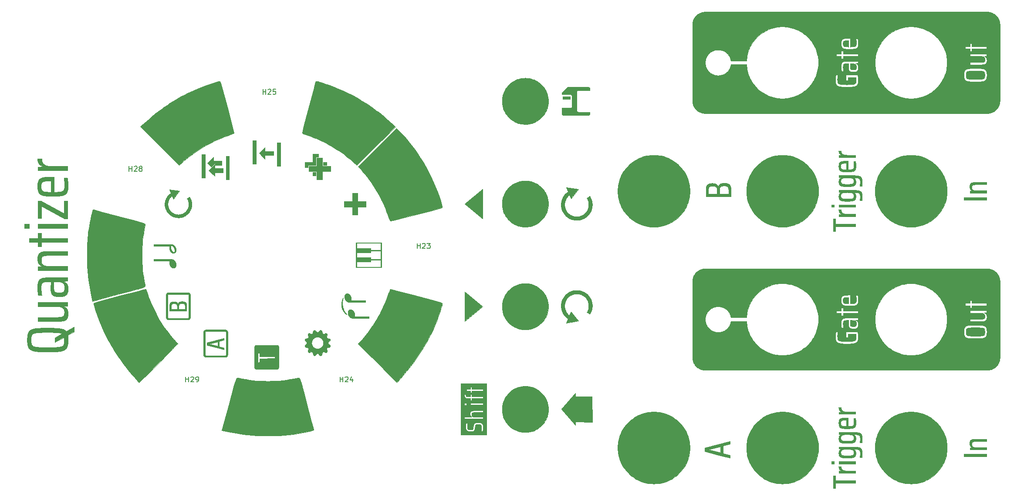
<source format=gbr>
G04 #@! TF.GenerationSoftware,KiCad,Pcbnew,(6.0.5)*
G04 #@! TF.CreationDate,2022-07-13T23:11:19-05:00*
G04 #@! TF.ProjectId,QuantizerPanel,5175616e-7469-47a6-9572-50616e656c2e,rev?*
G04 #@! TF.SameCoordinates,Original*
G04 #@! TF.FileFunction,Legend,Top*
G04 #@! TF.FilePolarity,Positive*
%FSLAX46Y46*%
G04 Gerber Fmt 4.6, Leading zero omitted, Abs format (unit mm)*
G04 Created by KiCad (PCBNEW (6.0.5)) date 2022-07-13 23:11:19*
%MOMM*%
%LPD*%
G01*
G04 APERTURE LIST*
%ADD10C,0.002000*%
%ADD11C,0.150000*%
G04 APERTURE END LIST*
D10*
G36*
X214231648Y-90618550D02*
G01*
X210993138Y-90618550D01*
X210993138Y-90167698D01*
X214231648Y-90167698D01*
X214231648Y-90618550D01*
G37*
X214231648Y-90618550D02*
X210993138Y-90618550D01*
X210993138Y-90167698D01*
X214231648Y-90167698D01*
X214231648Y-90618550D01*
G36*
X212441348Y-86616863D02*
G01*
X212286963Y-86613291D01*
X212142897Y-86607337D01*
X212009151Y-86599002D01*
X211885723Y-86588285D01*
X211772614Y-86575188D01*
X211669823Y-86559710D01*
X211577351Y-86541852D01*
X211533746Y-86531110D01*
X211491827Y-86519526D01*
X211451594Y-86507098D01*
X211413049Y-86493827D01*
X211376189Y-86479713D01*
X211341017Y-86464756D01*
X211307531Y-86448956D01*
X211275731Y-86432312D01*
X211245618Y-86414824D01*
X211217192Y-86396493D01*
X211190452Y-86377319D01*
X211165399Y-86357302D01*
X211142032Y-86336440D01*
X211120352Y-86314736D01*
X211100358Y-86292187D01*
X211082051Y-86268796D01*
X211065133Y-86243470D01*
X211049307Y-86216706D01*
X211034572Y-86188504D01*
X211020928Y-86158863D01*
X211008376Y-86127783D01*
X210996916Y-86095265D01*
X210986547Y-86061308D01*
X210977269Y-86025913D01*
X210969083Y-85989079D01*
X210961988Y-85950806D01*
X210955985Y-85911095D01*
X210951074Y-85869945D01*
X210947253Y-85827356D01*
X210944525Y-85783328D01*
X210942887Y-85737862D01*
X210942342Y-85690957D01*
X210942763Y-85655584D01*
X210944028Y-85620906D01*
X210946136Y-85586922D01*
X210949088Y-85553633D01*
X210951583Y-85532204D01*
X211348744Y-85532204D01*
X211350035Y-85604135D01*
X211351647Y-85638092D01*
X211353905Y-85670709D01*
X211356808Y-85701987D01*
X211360356Y-85731926D01*
X211364549Y-85760525D01*
X211369388Y-85787785D01*
X211374871Y-85813706D01*
X211380999Y-85838287D01*
X211387771Y-85861529D01*
X211395189Y-85883432D01*
X211403252Y-85903995D01*
X211411960Y-85923220D01*
X211421312Y-85941104D01*
X211431310Y-85957650D01*
X211436637Y-85965116D01*
X211442299Y-85972433D01*
X211448296Y-85979602D01*
X211454628Y-85986621D01*
X211461294Y-85993492D01*
X211468296Y-86000214D01*
X211483303Y-86013212D01*
X211499650Y-86025614D01*
X211517336Y-86037421D01*
X211536361Y-86048632D01*
X211556725Y-86059248D01*
X211578429Y-86069269D01*
X211601472Y-86078694D01*
X211625855Y-86087525D01*
X211651577Y-86095759D01*
X211678638Y-86103399D01*
X211707039Y-86110443D01*
X211736778Y-86116892D01*
X211767857Y-86122746D01*
X211835128Y-86133164D01*
X211913114Y-86142192D01*
X212001817Y-86149832D01*
X212101235Y-86156083D01*
X212211370Y-86160944D01*
X212332220Y-86164417D01*
X212463786Y-86166500D01*
X212606069Y-86167195D01*
X212748445Y-86166500D01*
X212880303Y-86164417D01*
X213001646Y-86160944D01*
X213112471Y-86156083D01*
X213212781Y-86149832D01*
X213302574Y-86142192D01*
X213381851Y-86133164D01*
X213450612Y-86122746D01*
X213480923Y-86116892D01*
X213509945Y-86110443D01*
X213537676Y-86103399D01*
X213564118Y-86095759D01*
X213589269Y-86087525D01*
X213613131Y-86078694D01*
X213635703Y-86069269D01*
X213656985Y-86059248D01*
X213676978Y-86048632D01*
X213695680Y-86037421D01*
X213713093Y-86025614D01*
X213729216Y-86013212D01*
X213744050Y-86000214D01*
X213757594Y-85986621D01*
X213769848Y-85972433D01*
X213780812Y-85957650D01*
X213790807Y-85941104D01*
X213800157Y-85923220D01*
X213808863Y-85903995D01*
X213816924Y-85883432D01*
X213824340Y-85861529D01*
X213831112Y-85838287D01*
X213837239Y-85813706D01*
X213842721Y-85787785D01*
X213847558Y-85760525D01*
X213851751Y-85731926D01*
X213855299Y-85701987D01*
X213858201Y-85670709D01*
X213860459Y-85638092D01*
X213862072Y-85604135D01*
X213863040Y-85568839D01*
X213863362Y-85532204D01*
X213863347Y-85532204D01*
X213862975Y-85503233D01*
X213861859Y-85475055D01*
X213859998Y-85447670D01*
X213857393Y-85421079D01*
X213854045Y-85395282D01*
X213849952Y-85370279D01*
X213845115Y-85346069D01*
X213839534Y-85322653D01*
X213833209Y-85300031D01*
X213826140Y-85278203D01*
X213818326Y-85257168D01*
X213809769Y-85236927D01*
X213800468Y-85217480D01*
X213790423Y-85198827D01*
X213779634Y-85180968D01*
X213768102Y-85163903D01*
X213755750Y-85147557D01*
X213742506Y-85131856D01*
X213728368Y-85116800D01*
X213713336Y-85102388D01*
X213697412Y-85088622D01*
X213680594Y-85075500D01*
X213662884Y-85063024D01*
X213644280Y-85051192D01*
X213624784Y-85040005D01*
X213604394Y-85029463D01*
X213583112Y-85019567D01*
X213560936Y-85010315D01*
X213537868Y-85001709D01*
X213513907Y-84993747D01*
X213489054Y-84986431D01*
X213463307Y-84979760D01*
X213428703Y-84971301D01*
X213391569Y-84963388D01*
X213351904Y-84956020D01*
X213309710Y-84949198D01*
X213217733Y-84937192D01*
X213115636Y-84927369D01*
X213003419Y-84919728D01*
X212881083Y-84914271D01*
X212748628Y-84910996D01*
X212606053Y-84909905D01*
X212461192Y-84910698D01*
X212331410Y-84913077D01*
X212216712Y-84917044D01*
X212117101Y-84922600D01*
X212070369Y-84924682D01*
X212025425Y-84927758D01*
X211982266Y-84931827D01*
X211940894Y-84936888D01*
X211901308Y-84942942D01*
X211863507Y-84949987D01*
X211827493Y-84958023D01*
X211793263Y-84967049D01*
X211763645Y-84974491D01*
X211735119Y-84982528D01*
X211707684Y-84991161D01*
X211681340Y-85000389D01*
X211656088Y-85010212D01*
X211631928Y-85020630D01*
X211608860Y-85031644D01*
X211586883Y-85043254D01*
X211565997Y-85055458D01*
X211546203Y-85068258D01*
X211527501Y-85081653D01*
X211509891Y-85095643D01*
X211493373Y-85110228D01*
X211477946Y-85125409D01*
X211463611Y-85141184D01*
X211450368Y-85157555D01*
X211438062Y-85174645D01*
X211426550Y-85192578D01*
X211415832Y-85211355D01*
X211405908Y-85230975D01*
X211396777Y-85251438D01*
X211388441Y-85272745D01*
X211380899Y-85294895D01*
X211374150Y-85317889D01*
X211368196Y-85341726D01*
X211363035Y-85366406D01*
X211358669Y-85391931D01*
X211355096Y-85418298D01*
X211352317Y-85445509D01*
X211350332Y-85473564D01*
X211349141Y-85502462D01*
X211348744Y-85532204D01*
X210951583Y-85532204D01*
X210952883Y-85521039D01*
X210957521Y-85489139D01*
X210963002Y-85457935D01*
X210969327Y-85427424D01*
X210976495Y-85397608D01*
X210984506Y-85368487D01*
X210993361Y-85340061D01*
X211003058Y-85312330D01*
X211013599Y-85285293D01*
X211024984Y-85258951D01*
X211037211Y-85233304D01*
X211050282Y-85208352D01*
X211063729Y-85183398D01*
X211078664Y-85159337D01*
X211095086Y-85136170D01*
X211112997Y-85113895D01*
X211132395Y-85092513D01*
X211153281Y-85072025D01*
X211175655Y-85052429D01*
X211199517Y-85033726D01*
X211224867Y-85015917D01*
X211251706Y-84999000D01*
X211280032Y-84982976D01*
X211309847Y-84967846D01*
X211341150Y-84953608D01*
X211373942Y-84940263D01*
X211408221Y-84927811D01*
X211443990Y-84916253D01*
X211443990Y-84884499D01*
X210993138Y-84859093D01*
X210993138Y-84459054D01*
X213761739Y-84459054D01*
X213930907Y-84460343D01*
X214089160Y-84464212D01*
X214236499Y-84470661D01*
X214372924Y-84479689D01*
X214498434Y-84491297D01*
X214613031Y-84505486D01*
X214716714Y-84522255D01*
X214809484Y-84541604D01*
X214853191Y-84551823D01*
X214895409Y-84563431D01*
X214936139Y-84576429D01*
X214975381Y-84590816D01*
X215013133Y-84606592D01*
X215049398Y-84623757D01*
X215084174Y-84642311D01*
X215117461Y-84662255D01*
X215149260Y-84683587D01*
X215179572Y-84706309D01*
X215208394Y-84730419D01*
X215235729Y-84755919D01*
X215261576Y-84782807D01*
X215285935Y-84811084D01*
X215308806Y-84840749D01*
X215330190Y-84871804D01*
X215350179Y-84903876D01*
X215368879Y-84938181D01*
X215386290Y-84974718D01*
X215402412Y-85013487D01*
X215417245Y-85054489D01*
X215430789Y-85097723D01*
X215443043Y-85143189D01*
X215454007Y-85190888D01*
X215463682Y-85240819D01*
X215472067Y-85292982D01*
X215479163Y-85347378D01*
X215484968Y-85404006D01*
X215489484Y-85462866D01*
X215492709Y-85523958D01*
X215494645Y-85587283D01*
X215495290Y-85652840D01*
X215495290Y-85652855D01*
X215494596Y-85761996D01*
X215492514Y-85870343D01*
X215489044Y-85977896D01*
X215484185Y-86084655D01*
X215477937Y-86190621D01*
X215470300Y-86295794D01*
X215461273Y-86400173D01*
X215450856Y-86503758D01*
X215082539Y-86503758D01*
X215093657Y-86269996D01*
X215101602Y-86064018D01*
X215106370Y-85885822D01*
X215107961Y-85735406D01*
X215106472Y-85643530D01*
X215102005Y-85558400D01*
X215098655Y-85518365D01*
X215094561Y-85480017D01*
X215089722Y-85443356D01*
X215084140Y-85408381D01*
X215077813Y-85375093D01*
X215070743Y-85343492D01*
X215062928Y-85313578D01*
X215054370Y-85285350D01*
X215045068Y-85258810D01*
X215035022Y-85233956D01*
X215024233Y-85210789D01*
X215012700Y-85189309D01*
X215000225Y-85168348D01*
X214986608Y-85148330D01*
X214971850Y-85129255D01*
X214955952Y-85111123D01*
X214938912Y-85093933D01*
X214920730Y-85077686D01*
X214901408Y-85062382D01*
X214880944Y-85048020D01*
X214859339Y-85034601D01*
X214836593Y-85022125D01*
X214812706Y-85010591D01*
X214787678Y-85000001D01*
X214761508Y-84990352D01*
X214734197Y-84981647D01*
X214705745Y-84973884D01*
X214676152Y-84967064D01*
X214645643Y-84960144D01*
X214612851Y-84953669D01*
X214540422Y-84942059D01*
X214458864Y-84932235D01*
X214368178Y-84924197D01*
X214268363Y-84917944D01*
X214159419Y-84913478D01*
X214041346Y-84910798D01*
X213914143Y-84909905D01*
X213818898Y-84909905D01*
X213818898Y-84941659D01*
X213848516Y-84952375D01*
X213877043Y-84963885D01*
X213904478Y-84976189D01*
X213930821Y-84989286D01*
X213956073Y-85003177D01*
X213980233Y-85017861D01*
X214003302Y-85033339D01*
X214025279Y-85049611D01*
X214046164Y-85066676D01*
X214065958Y-85084534D01*
X214084660Y-85103187D01*
X214102270Y-85122633D01*
X214118789Y-85142872D01*
X214134216Y-85163905D01*
X214148550Y-85185732D01*
X214161794Y-85208352D01*
X214174099Y-85231843D01*
X214185611Y-85256277D01*
X214196328Y-85281653D01*
X214206252Y-85307972D01*
X214215381Y-85335234D01*
X214223716Y-85363438D01*
X214231257Y-85392584D01*
X214238004Y-85422673D01*
X214243957Y-85453704D01*
X214249116Y-85485678D01*
X214253481Y-85518593D01*
X214257053Y-85552451D01*
X214259831Y-85587251D01*
X214261815Y-85622994D01*
X214263005Y-85659678D01*
X214263402Y-85697304D01*
X214262856Y-85744210D01*
X214261220Y-85789676D01*
X214258492Y-85833704D01*
X214254672Y-85876293D01*
X214249762Y-85917444D01*
X214243760Y-85957156D01*
X214236667Y-85995430D01*
X214228482Y-86032264D01*
X214219206Y-86067660D01*
X214208838Y-86101618D01*
X214197379Y-86134137D01*
X214184828Y-86165217D01*
X214171186Y-86194858D01*
X214156451Y-86223061D01*
X214140626Y-86249825D01*
X214123708Y-86275151D01*
X214105425Y-86298518D01*
X214085506Y-86320992D01*
X214063949Y-86342573D01*
X214040756Y-86363260D01*
X214015925Y-86383055D01*
X213989457Y-86401957D01*
X213961353Y-86419965D01*
X213931611Y-86437080D01*
X213900233Y-86453302D01*
X213867217Y-86468631D01*
X213832565Y-86483067D01*
X213796277Y-86496610D01*
X213758351Y-86509260D01*
X213718789Y-86521017D01*
X213677590Y-86531881D01*
X213634755Y-86541852D01*
X213542278Y-86559710D01*
X213439484Y-86575188D01*
X213326373Y-86588285D01*
X213202945Y-86599002D01*
X213069199Y-86607337D01*
X212925135Y-86613291D01*
X212770753Y-86616863D01*
X212606069Y-86618054D01*
X212606053Y-86618054D01*
X212441348Y-86616863D01*
G37*
X212441348Y-86616863D02*
X212286963Y-86613291D01*
X212142897Y-86607337D01*
X212009151Y-86599002D01*
X211885723Y-86588285D01*
X211772614Y-86575188D01*
X211669823Y-86559710D01*
X211577351Y-86541852D01*
X211533746Y-86531110D01*
X211491827Y-86519526D01*
X211451594Y-86507098D01*
X211413049Y-86493827D01*
X211376189Y-86479713D01*
X211341017Y-86464756D01*
X211307531Y-86448956D01*
X211275731Y-86432312D01*
X211245618Y-86414824D01*
X211217192Y-86396493D01*
X211190452Y-86377319D01*
X211165399Y-86357302D01*
X211142032Y-86336440D01*
X211120352Y-86314736D01*
X211100358Y-86292187D01*
X211082051Y-86268796D01*
X211065133Y-86243470D01*
X211049307Y-86216706D01*
X211034572Y-86188504D01*
X211020928Y-86158863D01*
X211008376Y-86127783D01*
X210996916Y-86095265D01*
X210986547Y-86061308D01*
X210977269Y-86025913D01*
X210969083Y-85989079D01*
X210961988Y-85950806D01*
X210955985Y-85911095D01*
X210951074Y-85869945D01*
X210947253Y-85827356D01*
X210944525Y-85783328D01*
X210942887Y-85737862D01*
X210942342Y-85690957D01*
X210942763Y-85655584D01*
X210944028Y-85620906D01*
X210946136Y-85586922D01*
X210949088Y-85553633D01*
X210951583Y-85532204D01*
X211348744Y-85532204D01*
X211350035Y-85604135D01*
X211351647Y-85638092D01*
X211353905Y-85670709D01*
X211356808Y-85701987D01*
X211360356Y-85731926D01*
X211364549Y-85760525D01*
X211369388Y-85787785D01*
X211374871Y-85813706D01*
X211380999Y-85838287D01*
X211387771Y-85861529D01*
X211395189Y-85883432D01*
X211403252Y-85903995D01*
X211411960Y-85923220D01*
X211421312Y-85941104D01*
X211431310Y-85957650D01*
X211436637Y-85965116D01*
X211442299Y-85972433D01*
X211448296Y-85979602D01*
X211454628Y-85986621D01*
X211461294Y-85993492D01*
X211468296Y-86000214D01*
X211483303Y-86013212D01*
X211499650Y-86025614D01*
X211517336Y-86037421D01*
X211536361Y-86048632D01*
X211556725Y-86059248D01*
X211578429Y-86069269D01*
X211601472Y-86078694D01*
X211625855Y-86087525D01*
X211651577Y-86095759D01*
X211678638Y-86103399D01*
X211707039Y-86110443D01*
X211736778Y-86116892D01*
X211767857Y-86122746D01*
X211835128Y-86133164D01*
X211913114Y-86142192D01*
X212001817Y-86149832D01*
X212101235Y-86156083D01*
X212211370Y-86160944D01*
X212332220Y-86164417D01*
X212463786Y-86166500D01*
X212606069Y-86167195D01*
X212748445Y-86166500D01*
X212880303Y-86164417D01*
X213001646Y-86160944D01*
X213112471Y-86156083D01*
X213212781Y-86149832D01*
X213302574Y-86142192D01*
X213381851Y-86133164D01*
X213450612Y-86122746D01*
X213480923Y-86116892D01*
X213509945Y-86110443D01*
X213537676Y-86103399D01*
X213564118Y-86095759D01*
X213589269Y-86087525D01*
X213613131Y-86078694D01*
X213635703Y-86069269D01*
X213656985Y-86059248D01*
X213676978Y-86048632D01*
X213695680Y-86037421D01*
X213713093Y-86025614D01*
X213729216Y-86013212D01*
X213744050Y-86000214D01*
X213757594Y-85986621D01*
X213769848Y-85972433D01*
X213780812Y-85957650D01*
X213790807Y-85941104D01*
X213800157Y-85923220D01*
X213808863Y-85903995D01*
X213816924Y-85883432D01*
X213824340Y-85861529D01*
X213831112Y-85838287D01*
X213837239Y-85813706D01*
X213842721Y-85787785D01*
X213847558Y-85760525D01*
X213851751Y-85731926D01*
X213855299Y-85701987D01*
X213858201Y-85670709D01*
X213860459Y-85638092D01*
X213862072Y-85604135D01*
X213863040Y-85568839D01*
X213863362Y-85532204D01*
X213863347Y-85532204D01*
X213862975Y-85503233D01*
X213861859Y-85475055D01*
X213859998Y-85447670D01*
X213857393Y-85421079D01*
X213854045Y-85395282D01*
X213849952Y-85370279D01*
X213845115Y-85346069D01*
X213839534Y-85322653D01*
X213833209Y-85300031D01*
X213826140Y-85278203D01*
X213818326Y-85257168D01*
X213809769Y-85236927D01*
X213800468Y-85217480D01*
X213790423Y-85198827D01*
X213779634Y-85180968D01*
X213768102Y-85163903D01*
X213755750Y-85147557D01*
X213742506Y-85131856D01*
X213728368Y-85116800D01*
X213713336Y-85102388D01*
X213697412Y-85088622D01*
X213680594Y-85075500D01*
X213662884Y-85063024D01*
X213644280Y-85051192D01*
X213624784Y-85040005D01*
X213604394Y-85029463D01*
X213583112Y-85019567D01*
X213560936Y-85010315D01*
X213537868Y-85001709D01*
X213513907Y-84993747D01*
X213489054Y-84986431D01*
X213463307Y-84979760D01*
X213428703Y-84971301D01*
X213391569Y-84963388D01*
X213351904Y-84956020D01*
X213309710Y-84949198D01*
X213217733Y-84937192D01*
X213115636Y-84927369D01*
X213003419Y-84919728D01*
X212881083Y-84914271D01*
X212748628Y-84910996D01*
X212606053Y-84909905D01*
X212461192Y-84910698D01*
X212331410Y-84913077D01*
X212216712Y-84917044D01*
X212117101Y-84922600D01*
X212070369Y-84924682D01*
X212025425Y-84927758D01*
X211982266Y-84931827D01*
X211940894Y-84936888D01*
X211901308Y-84942942D01*
X211863507Y-84949987D01*
X211827493Y-84958023D01*
X211793263Y-84967049D01*
X211763645Y-84974491D01*
X211735119Y-84982528D01*
X211707684Y-84991161D01*
X211681340Y-85000389D01*
X211656088Y-85010212D01*
X211631928Y-85020630D01*
X211608860Y-85031644D01*
X211586883Y-85043254D01*
X211565997Y-85055458D01*
X211546203Y-85068258D01*
X211527501Y-85081653D01*
X211509891Y-85095643D01*
X211493373Y-85110228D01*
X211477946Y-85125409D01*
X211463611Y-85141184D01*
X211450368Y-85157555D01*
X211438062Y-85174645D01*
X211426550Y-85192578D01*
X211415832Y-85211355D01*
X211405908Y-85230975D01*
X211396777Y-85251438D01*
X211388441Y-85272745D01*
X211380899Y-85294895D01*
X211374150Y-85317889D01*
X211368196Y-85341726D01*
X211363035Y-85366406D01*
X211358669Y-85391931D01*
X211355096Y-85418298D01*
X211352317Y-85445509D01*
X211350332Y-85473564D01*
X211349141Y-85502462D01*
X211348744Y-85532204D01*
X210951583Y-85532204D01*
X210952883Y-85521039D01*
X210957521Y-85489139D01*
X210963002Y-85457935D01*
X210969327Y-85427424D01*
X210976495Y-85397608D01*
X210984506Y-85368487D01*
X210993361Y-85340061D01*
X211003058Y-85312330D01*
X211013599Y-85285293D01*
X211024984Y-85258951D01*
X211037211Y-85233304D01*
X211050282Y-85208352D01*
X211063729Y-85183398D01*
X211078664Y-85159337D01*
X211095086Y-85136170D01*
X211112997Y-85113895D01*
X211132395Y-85092513D01*
X211153281Y-85072025D01*
X211175655Y-85052429D01*
X211199517Y-85033726D01*
X211224867Y-85015917D01*
X211251706Y-84999000D01*
X211280032Y-84982976D01*
X211309847Y-84967846D01*
X211341150Y-84953608D01*
X211373942Y-84940263D01*
X211408221Y-84927811D01*
X211443990Y-84916253D01*
X211443990Y-84884499D01*
X210993138Y-84859093D01*
X210993138Y-84459054D01*
X213761739Y-84459054D01*
X213930907Y-84460343D01*
X214089160Y-84464212D01*
X214236499Y-84470661D01*
X214372924Y-84479689D01*
X214498434Y-84491297D01*
X214613031Y-84505486D01*
X214716714Y-84522255D01*
X214809484Y-84541604D01*
X214853191Y-84551823D01*
X214895409Y-84563431D01*
X214936139Y-84576429D01*
X214975381Y-84590816D01*
X215013133Y-84606592D01*
X215049398Y-84623757D01*
X215084174Y-84642311D01*
X215117461Y-84662255D01*
X215149260Y-84683587D01*
X215179572Y-84706309D01*
X215208394Y-84730419D01*
X215235729Y-84755919D01*
X215261576Y-84782807D01*
X215285935Y-84811084D01*
X215308806Y-84840749D01*
X215330190Y-84871804D01*
X215350179Y-84903876D01*
X215368879Y-84938181D01*
X215386290Y-84974718D01*
X215402412Y-85013487D01*
X215417245Y-85054489D01*
X215430789Y-85097723D01*
X215443043Y-85143189D01*
X215454007Y-85190888D01*
X215463682Y-85240819D01*
X215472067Y-85292982D01*
X215479163Y-85347378D01*
X215484968Y-85404006D01*
X215489484Y-85462866D01*
X215492709Y-85523958D01*
X215494645Y-85587283D01*
X215495290Y-85652840D01*
X215495290Y-85652855D01*
X215494596Y-85761996D01*
X215492514Y-85870343D01*
X215489044Y-85977896D01*
X215484185Y-86084655D01*
X215477937Y-86190621D01*
X215470300Y-86295794D01*
X215461273Y-86400173D01*
X215450856Y-86503758D01*
X215082539Y-86503758D01*
X215093657Y-86269996D01*
X215101602Y-86064018D01*
X215106370Y-85885822D01*
X215107961Y-85735406D01*
X215106472Y-85643530D01*
X215102005Y-85558400D01*
X215098655Y-85518365D01*
X215094561Y-85480017D01*
X215089722Y-85443356D01*
X215084140Y-85408381D01*
X215077813Y-85375093D01*
X215070743Y-85343492D01*
X215062928Y-85313578D01*
X215054370Y-85285350D01*
X215045068Y-85258810D01*
X215035022Y-85233956D01*
X215024233Y-85210789D01*
X215012700Y-85189309D01*
X215000225Y-85168348D01*
X214986608Y-85148330D01*
X214971850Y-85129255D01*
X214955952Y-85111123D01*
X214938912Y-85093933D01*
X214920730Y-85077686D01*
X214901408Y-85062382D01*
X214880944Y-85048020D01*
X214859339Y-85034601D01*
X214836593Y-85022125D01*
X214812706Y-85010591D01*
X214787678Y-85000001D01*
X214761508Y-84990352D01*
X214734197Y-84981647D01*
X214705745Y-84973884D01*
X214676152Y-84967064D01*
X214645643Y-84960144D01*
X214612851Y-84953669D01*
X214540422Y-84942059D01*
X214458864Y-84932235D01*
X214368178Y-84924197D01*
X214268363Y-84917944D01*
X214159419Y-84913478D01*
X214041346Y-84910798D01*
X213914143Y-84909905D01*
X213818898Y-84909905D01*
X213818898Y-84941659D01*
X213848516Y-84952375D01*
X213877043Y-84963885D01*
X213904478Y-84976189D01*
X213930821Y-84989286D01*
X213956073Y-85003177D01*
X213980233Y-85017861D01*
X214003302Y-85033339D01*
X214025279Y-85049611D01*
X214046164Y-85066676D01*
X214065958Y-85084534D01*
X214084660Y-85103187D01*
X214102270Y-85122633D01*
X214118789Y-85142872D01*
X214134216Y-85163905D01*
X214148550Y-85185732D01*
X214161794Y-85208352D01*
X214174099Y-85231843D01*
X214185611Y-85256277D01*
X214196328Y-85281653D01*
X214206252Y-85307972D01*
X214215381Y-85335234D01*
X214223716Y-85363438D01*
X214231257Y-85392584D01*
X214238004Y-85422673D01*
X214243957Y-85453704D01*
X214249116Y-85485678D01*
X214253481Y-85518593D01*
X214257053Y-85552451D01*
X214259831Y-85587251D01*
X214261815Y-85622994D01*
X214263005Y-85659678D01*
X214263402Y-85697304D01*
X214262856Y-85744210D01*
X214261220Y-85789676D01*
X214258492Y-85833704D01*
X214254672Y-85876293D01*
X214249762Y-85917444D01*
X214243760Y-85957156D01*
X214236667Y-85995430D01*
X214228482Y-86032264D01*
X214219206Y-86067660D01*
X214208838Y-86101618D01*
X214197379Y-86134137D01*
X214184828Y-86165217D01*
X214171186Y-86194858D01*
X214156451Y-86223061D01*
X214140626Y-86249825D01*
X214123708Y-86275151D01*
X214105425Y-86298518D01*
X214085506Y-86320992D01*
X214063949Y-86342573D01*
X214040756Y-86363260D01*
X214015925Y-86383055D01*
X213989457Y-86401957D01*
X213961353Y-86419965D01*
X213931611Y-86437080D01*
X213900233Y-86453302D01*
X213867217Y-86468631D01*
X213832565Y-86483067D01*
X213796277Y-86496610D01*
X213758351Y-86509260D01*
X213718789Y-86521017D01*
X213677590Y-86531881D01*
X213634755Y-86541852D01*
X213542278Y-86559710D01*
X213439484Y-86575188D01*
X213326373Y-86588285D01*
X213202945Y-86599002D01*
X213069199Y-86607337D01*
X212925135Y-86613291D01*
X212770753Y-86616863D01*
X212606069Y-86618054D01*
X212606053Y-86618054D01*
X212441348Y-86616863D01*
G36*
X150241506Y-125503739D02*
G01*
X150456798Y-125520316D01*
X150671055Y-125547138D01*
X150883879Y-125584164D01*
X151094873Y-125631356D01*
X151303637Y-125688671D01*
X151509776Y-125756070D01*
X151712890Y-125833514D01*
X151912582Y-125920961D01*
X152108454Y-126018372D01*
X152300108Y-126125706D01*
X152487146Y-126242923D01*
X152669171Y-126369983D01*
X152845785Y-126506846D01*
X153016590Y-126653471D01*
X153181187Y-126809819D01*
X153339180Y-126975849D01*
X153490170Y-127151520D01*
X153632090Y-127334598D01*
X153763162Y-127522609D01*
X153883426Y-127715153D01*
X153992923Y-127911835D01*
X154091692Y-128112256D01*
X154179775Y-128316018D01*
X154257211Y-128522723D01*
X154324040Y-128731973D01*
X154380302Y-128943371D01*
X154426038Y-129156519D01*
X154461289Y-129371019D01*
X154486093Y-129586473D01*
X154500492Y-129802483D01*
X154504525Y-130018652D01*
X154498233Y-130234581D01*
X154481656Y-130449873D01*
X154454834Y-130664130D01*
X154417807Y-130876954D01*
X154370616Y-131087947D01*
X154313301Y-131296712D01*
X154245901Y-131502850D01*
X154168458Y-131705964D01*
X154081011Y-131905656D01*
X153983600Y-132101528D01*
X153876266Y-132293182D01*
X153759049Y-132480221D01*
X153631989Y-132662246D01*
X153495127Y-132838860D01*
X153348502Y-133009665D01*
X153192154Y-133174263D01*
X153026125Y-133332256D01*
X152850453Y-133483246D01*
X152667375Y-133625166D01*
X152479365Y-133756237D01*
X152286820Y-133876501D01*
X152090138Y-133985998D01*
X151889717Y-134084767D01*
X151685956Y-134172850D01*
X151479250Y-134250285D01*
X151270000Y-134317114D01*
X151058601Y-134373377D01*
X150845453Y-134419113D01*
X150630953Y-134454363D01*
X150415499Y-134479167D01*
X150199489Y-134493566D01*
X149983320Y-134497600D01*
X149767390Y-134491308D01*
X149552098Y-134474731D01*
X149337841Y-134447909D01*
X149125017Y-134410882D01*
X148914023Y-134363691D01*
X148705258Y-134306376D01*
X148499120Y-134238976D01*
X148296005Y-134161533D01*
X148096313Y-134074086D01*
X147900441Y-133976676D01*
X147708786Y-133869342D01*
X147521747Y-133752125D01*
X147339722Y-133625065D01*
X147163107Y-133488203D01*
X146992302Y-133341578D01*
X146827704Y-133185230D01*
X146669710Y-133019201D01*
X146518720Y-132843529D01*
X146376801Y-132660451D01*
X146245730Y-132472440D01*
X146125466Y-132279895D01*
X146015970Y-132083213D01*
X145917201Y-131882792D01*
X145829119Y-131679030D01*
X145751683Y-131472325D01*
X145684855Y-131263074D01*
X145628593Y-131051676D01*
X145582857Y-130838528D01*
X145547607Y-130624028D01*
X145522803Y-130408574D01*
X145508404Y-130192563D01*
X145504371Y-129976395D01*
X145510663Y-129760465D01*
X145527241Y-129545173D01*
X145554063Y-129330916D01*
X145591090Y-129118092D01*
X145638281Y-128907099D01*
X145695596Y-128698334D01*
X145762996Y-128492196D01*
X145840440Y-128289082D01*
X145927887Y-128089390D01*
X146025297Y-127893518D01*
X146132631Y-127701864D01*
X146249848Y-127514825D01*
X146376908Y-127332800D01*
X146513771Y-127156186D01*
X146660396Y-126985381D01*
X146816743Y-126820783D01*
X146982773Y-126662790D01*
X147158444Y-126511799D01*
X147341522Y-126369880D01*
X147529533Y-126238809D01*
X147722078Y-126118545D01*
X147918759Y-126009048D01*
X148119180Y-125910279D01*
X148322942Y-125822196D01*
X148529647Y-125744761D01*
X148738898Y-125677932D01*
X148950296Y-125621669D01*
X149163444Y-125575933D01*
X149377944Y-125540683D01*
X149593398Y-125515879D01*
X149809408Y-125501480D01*
X150025577Y-125497447D01*
X150241506Y-125503739D01*
G37*
X150241506Y-125503739D02*
X150456798Y-125520316D01*
X150671055Y-125547138D01*
X150883879Y-125584164D01*
X151094873Y-125631356D01*
X151303637Y-125688671D01*
X151509776Y-125756070D01*
X151712890Y-125833514D01*
X151912582Y-125920961D01*
X152108454Y-126018372D01*
X152300108Y-126125706D01*
X152487146Y-126242923D01*
X152669171Y-126369983D01*
X152845785Y-126506846D01*
X153016590Y-126653471D01*
X153181187Y-126809819D01*
X153339180Y-126975849D01*
X153490170Y-127151520D01*
X153632090Y-127334598D01*
X153763162Y-127522609D01*
X153883426Y-127715153D01*
X153992923Y-127911835D01*
X154091692Y-128112256D01*
X154179775Y-128316018D01*
X154257211Y-128522723D01*
X154324040Y-128731973D01*
X154380302Y-128943371D01*
X154426038Y-129156519D01*
X154461289Y-129371019D01*
X154486093Y-129586473D01*
X154500492Y-129802483D01*
X154504525Y-130018652D01*
X154498233Y-130234581D01*
X154481656Y-130449873D01*
X154454834Y-130664130D01*
X154417807Y-130876954D01*
X154370616Y-131087947D01*
X154313301Y-131296712D01*
X154245901Y-131502850D01*
X154168458Y-131705964D01*
X154081011Y-131905656D01*
X153983600Y-132101528D01*
X153876266Y-132293182D01*
X153759049Y-132480221D01*
X153631989Y-132662246D01*
X153495127Y-132838860D01*
X153348502Y-133009665D01*
X153192154Y-133174263D01*
X153026125Y-133332256D01*
X152850453Y-133483246D01*
X152667375Y-133625166D01*
X152479365Y-133756237D01*
X152286820Y-133876501D01*
X152090138Y-133985998D01*
X151889717Y-134084767D01*
X151685956Y-134172850D01*
X151479250Y-134250285D01*
X151270000Y-134317114D01*
X151058601Y-134373377D01*
X150845453Y-134419113D01*
X150630953Y-134454363D01*
X150415499Y-134479167D01*
X150199489Y-134493566D01*
X149983320Y-134497600D01*
X149767390Y-134491308D01*
X149552098Y-134474731D01*
X149337841Y-134447909D01*
X149125017Y-134410882D01*
X148914023Y-134363691D01*
X148705258Y-134306376D01*
X148499120Y-134238976D01*
X148296005Y-134161533D01*
X148096313Y-134074086D01*
X147900441Y-133976676D01*
X147708786Y-133869342D01*
X147521747Y-133752125D01*
X147339722Y-133625065D01*
X147163107Y-133488203D01*
X146992302Y-133341578D01*
X146827704Y-133185230D01*
X146669710Y-133019201D01*
X146518720Y-132843529D01*
X146376801Y-132660451D01*
X146245730Y-132472440D01*
X146125466Y-132279895D01*
X146015970Y-132083213D01*
X145917201Y-131882792D01*
X145829119Y-131679030D01*
X145751683Y-131472325D01*
X145684855Y-131263074D01*
X145628593Y-131051676D01*
X145582857Y-130838528D01*
X145547607Y-130624028D01*
X145522803Y-130408574D01*
X145508404Y-130192563D01*
X145504371Y-129976395D01*
X145510663Y-129760465D01*
X145527241Y-129545173D01*
X145554063Y-129330916D01*
X145591090Y-129118092D01*
X145638281Y-128907099D01*
X145695596Y-128698334D01*
X145762996Y-128492196D01*
X145840440Y-128289082D01*
X145927887Y-128089390D01*
X146025297Y-127893518D01*
X146132631Y-127701864D01*
X146249848Y-127514825D01*
X146376908Y-127332800D01*
X146513771Y-127156186D01*
X146660396Y-126985381D01*
X146816743Y-126820783D01*
X146982773Y-126662790D01*
X147158444Y-126511799D01*
X147341522Y-126369880D01*
X147529533Y-126238809D01*
X147722078Y-126118545D01*
X147918759Y-126009048D01*
X148119180Y-125910279D01*
X148322942Y-125822196D01*
X148529647Y-125744761D01*
X148738898Y-125677932D01*
X148950296Y-125621669D01*
X149163444Y-125575933D01*
X149377944Y-125540683D01*
X149593398Y-125515879D01*
X149809408Y-125501480D01*
X150025577Y-125497447D01*
X150241506Y-125503739D01*
G36*
X158777120Y-69647210D02*
G01*
X157315602Y-69647210D01*
X157315602Y-69088708D01*
X158777120Y-69088708D01*
X158777120Y-69647210D01*
G37*
X158777120Y-69647210D02*
X157315602Y-69647210D01*
X157315602Y-69088708D01*
X158777120Y-69088708D01*
X158777120Y-69647210D01*
G36*
X150241502Y-85503736D02*
G01*
X150456794Y-85520313D01*
X150671051Y-85547135D01*
X150883874Y-85584161D01*
X151094867Y-85631352D01*
X151303632Y-85688667D01*
X151509770Y-85756067D01*
X151712884Y-85833510D01*
X151912575Y-85920956D01*
X152108447Y-86018367D01*
X152300101Y-86125700D01*
X152487139Y-86242917D01*
X152669164Y-86369977D01*
X152845778Y-86506839D01*
X153016582Y-86653464D01*
X153181180Y-86809812D01*
X153339173Y-86975841D01*
X153490163Y-87151513D01*
X153632082Y-87334591D01*
X153763154Y-87522602D01*
X153883419Y-87715147D01*
X153992916Y-87911829D01*
X154091685Y-88112250D01*
X154179768Y-88316012D01*
X154257204Y-88522717D01*
X154324033Y-88731968D01*
X154380296Y-88943366D01*
X154426032Y-89156514D01*
X154461283Y-89371014D01*
X154486088Y-89586469D01*
X154500486Y-89802479D01*
X154504520Y-90018648D01*
X154498228Y-90234577D01*
X154481651Y-90449869D01*
X154454829Y-90664126D01*
X154417803Y-90876951D01*
X154370612Y-91087944D01*
X154313297Y-91296709D01*
X154245897Y-91502847D01*
X154168454Y-91705961D01*
X154081006Y-91905654D01*
X153983596Y-92101526D01*
X153876262Y-92293180D01*
X153759045Y-92480219D01*
X153631984Y-92662244D01*
X153495121Y-92838859D01*
X153348496Y-93009664D01*
X153192148Y-93174262D01*
X153026118Y-93332256D01*
X152850446Y-93483246D01*
X152667368Y-93625165D01*
X152479358Y-93756237D01*
X152286813Y-93876500D01*
X152090131Y-93985996D01*
X151889710Y-94084766D01*
X151685949Y-94172848D01*
X151479244Y-94250283D01*
X151269993Y-94317112D01*
X151058595Y-94373374D01*
X150845448Y-94419110D01*
X150630948Y-94454360D01*
X150415494Y-94479164D01*
X150199484Y-94493563D01*
X149983315Y-94497596D01*
X149767386Y-94491304D01*
X149552094Y-94474727D01*
X149337838Y-94447905D01*
X149125014Y-94410878D01*
X148914020Y-94363687D01*
X148705256Y-94306371D01*
X148499118Y-94238972D01*
X148296004Y-94161528D01*
X148096312Y-94074081D01*
X147900440Y-93976670D01*
X147708785Y-93869336D01*
X147521747Y-93752119D01*
X147339721Y-93625059D01*
X147163107Y-93488196D01*
X146992302Y-93341571D01*
X146827704Y-93185223D01*
X146669710Y-93019194D01*
X146518720Y-92843522D01*
X146376801Y-92660444D01*
X146245729Y-92472434D01*
X146125466Y-92279888D01*
X146015969Y-92083207D01*
X145917200Y-91882786D01*
X145829118Y-91679024D01*
X145751682Y-91472319D01*
X145684854Y-91263069D01*
X145628591Y-91051671D01*
X145582855Y-90838523D01*
X145547605Y-90624023D01*
X145522800Y-90408569D01*
X145508401Y-90192559D01*
X145504368Y-89976390D01*
X145510660Y-89760461D01*
X145527237Y-89545169D01*
X145554059Y-89330913D01*
X145591085Y-89118089D01*
X145638276Y-88907096D01*
X145695591Y-88698331D01*
X145762990Y-88492193D01*
X145840434Y-88289079D01*
X145927880Y-88089387D01*
X146025291Y-87893516D01*
X146132624Y-87701862D01*
X146249841Y-87514823D01*
X146376901Y-87332798D01*
X146513763Y-87156185D01*
X146660388Y-86985380D01*
X146816736Y-86820782D01*
X146982765Y-86662790D01*
X147158437Y-86511799D01*
X147341515Y-86369880D01*
X147529526Y-86238809D01*
X147722072Y-86118545D01*
X147918754Y-86009048D01*
X148119175Y-85910278D01*
X148322937Y-85822196D01*
X148529643Y-85744760D01*
X148738893Y-85677931D01*
X148950292Y-85621669D01*
X149163440Y-85575932D01*
X149377940Y-85540682D01*
X149593394Y-85515877D01*
X149809404Y-85501478D01*
X150025573Y-85497445D01*
X150241502Y-85503736D01*
G37*
X150241502Y-85503736D02*
X150456794Y-85520313D01*
X150671051Y-85547135D01*
X150883874Y-85584161D01*
X151094867Y-85631352D01*
X151303632Y-85688667D01*
X151509770Y-85756067D01*
X151712884Y-85833510D01*
X151912575Y-85920956D01*
X152108447Y-86018367D01*
X152300101Y-86125700D01*
X152487139Y-86242917D01*
X152669164Y-86369977D01*
X152845778Y-86506839D01*
X153016582Y-86653464D01*
X153181180Y-86809812D01*
X153339173Y-86975841D01*
X153490163Y-87151513D01*
X153632082Y-87334591D01*
X153763154Y-87522602D01*
X153883419Y-87715147D01*
X153992916Y-87911829D01*
X154091685Y-88112250D01*
X154179768Y-88316012D01*
X154257204Y-88522717D01*
X154324033Y-88731968D01*
X154380296Y-88943366D01*
X154426032Y-89156514D01*
X154461283Y-89371014D01*
X154486088Y-89586469D01*
X154500486Y-89802479D01*
X154504520Y-90018648D01*
X154498228Y-90234577D01*
X154481651Y-90449869D01*
X154454829Y-90664126D01*
X154417803Y-90876951D01*
X154370612Y-91087944D01*
X154313297Y-91296709D01*
X154245897Y-91502847D01*
X154168454Y-91705961D01*
X154081006Y-91905654D01*
X153983596Y-92101526D01*
X153876262Y-92293180D01*
X153759045Y-92480219D01*
X153631984Y-92662244D01*
X153495121Y-92838859D01*
X153348496Y-93009664D01*
X153192148Y-93174262D01*
X153026118Y-93332256D01*
X152850446Y-93483246D01*
X152667368Y-93625165D01*
X152479358Y-93756237D01*
X152286813Y-93876500D01*
X152090131Y-93985996D01*
X151889710Y-94084766D01*
X151685949Y-94172848D01*
X151479244Y-94250283D01*
X151269993Y-94317112D01*
X151058595Y-94373374D01*
X150845448Y-94419110D01*
X150630948Y-94454360D01*
X150415494Y-94479164D01*
X150199484Y-94493563D01*
X149983315Y-94497596D01*
X149767386Y-94491304D01*
X149552094Y-94474727D01*
X149337838Y-94447905D01*
X149125014Y-94410878D01*
X148914020Y-94363687D01*
X148705256Y-94306371D01*
X148499118Y-94238972D01*
X148296004Y-94161528D01*
X148096312Y-94074081D01*
X147900440Y-93976670D01*
X147708785Y-93869336D01*
X147521747Y-93752119D01*
X147339721Y-93625059D01*
X147163107Y-93488196D01*
X146992302Y-93341571D01*
X146827704Y-93185223D01*
X146669710Y-93019194D01*
X146518720Y-92843522D01*
X146376801Y-92660444D01*
X146245729Y-92472434D01*
X146125466Y-92279888D01*
X146015969Y-92083207D01*
X145917200Y-91882786D01*
X145829118Y-91679024D01*
X145751682Y-91472319D01*
X145684854Y-91263069D01*
X145628591Y-91051671D01*
X145582855Y-90838523D01*
X145547605Y-90624023D01*
X145522800Y-90408569D01*
X145508401Y-90192559D01*
X145504368Y-89976390D01*
X145510660Y-89760461D01*
X145527237Y-89545169D01*
X145554059Y-89330913D01*
X145591085Y-89118089D01*
X145638276Y-88907096D01*
X145695591Y-88698331D01*
X145762990Y-88492193D01*
X145840434Y-88289079D01*
X145927880Y-88089387D01*
X146025291Y-87893516D01*
X146132624Y-87701862D01*
X146249841Y-87514823D01*
X146376901Y-87332798D01*
X146513763Y-87156185D01*
X146660388Y-86985380D01*
X146816736Y-86820782D01*
X146982765Y-86662790D01*
X147158437Y-86511799D01*
X147341515Y-86369880D01*
X147529526Y-86238809D01*
X147722072Y-86118545D01*
X147918754Y-86009048D01*
X148119175Y-85910278D01*
X148322937Y-85822196D01*
X148529643Y-85744760D01*
X148738893Y-85677931D01*
X148950292Y-85621669D01*
X149163440Y-85575932D01*
X149377940Y-85540682D01*
X149593394Y-85515877D01*
X149809404Y-85501478D01*
X150025573Y-85497445D01*
X150241502Y-85503736D01*
G36*
X61049159Y-100014462D02*
G01*
X57685068Y-100014454D01*
X57489100Y-100015689D01*
X57307595Y-100019393D01*
X57140555Y-100025567D01*
X56987978Y-100034210D01*
X56849866Y-100045323D01*
X56726217Y-100058906D01*
X56617032Y-100074958D01*
X56522311Y-100093480D01*
X56478126Y-100102475D01*
X56435881Y-100112529D01*
X56395576Y-100123642D01*
X56357212Y-100135812D01*
X56320787Y-100149041D01*
X56286303Y-100163328D01*
X56253759Y-100178674D01*
X56223156Y-100195078D01*
X56194493Y-100212540D01*
X56167770Y-100231061D01*
X56142987Y-100250640D01*
X56120144Y-100271278D01*
X56099242Y-100292973D01*
X56080281Y-100315727D01*
X56063259Y-100339540D01*
X56048178Y-100364411D01*
X56033140Y-100390826D01*
X56019073Y-100419269D01*
X56005976Y-100449741D01*
X55993850Y-100482241D01*
X55982693Y-100516770D01*
X55972507Y-100553327D01*
X55963290Y-100591912D01*
X55955044Y-100632526D01*
X55947768Y-100675168D01*
X55941462Y-100719838D01*
X55936126Y-100766537D01*
X55931761Y-100815265D01*
X55928365Y-100866020D01*
X55925940Y-100918804D01*
X55924485Y-100973616D01*
X55924000Y-101030457D01*
X55924970Y-101094266D01*
X55927880Y-101155870D01*
X55932731Y-101215270D01*
X55939522Y-101272464D01*
X55948253Y-101327453D01*
X55958925Y-101380238D01*
X55971536Y-101430817D01*
X55986088Y-101479192D01*
X56002581Y-101525362D01*
X56021013Y-101569326D01*
X56041386Y-101611086D01*
X56063699Y-101650641D01*
X56087953Y-101687991D01*
X56114146Y-101723137D01*
X56142280Y-101756077D01*
X56172355Y-101786812D01*
X56204061Y-101815740D01*
X56237090Y-101843257D01*
X56271441Y-101869363D01*
X56307116Y-101894058D01*
X56344114Y-101917341D01*
X56382434Y-101939214D01*
X56422078Y-101959675D01*
X56463044Y-101978725D01*
X56505333Y-101996363D01*
X56548945Y-102012591D01*
X56593881Y-102027407D01*
X56640139Y-102040813D01*
X56687719Y-102052807D01*
X56736623Y-102063390D01*
X56786850Y-102072562D01*
X56838400Y-102080323D01*
X56948819Y-102093553D01*
X57071233Y-102105018D01*
X57205642Y-102114720D01*
X57352045Y-102122658D01*
X57510442Y-102128831D01*
X57680834Y-102133241D01*
X57863220Y-102135887D01*
X58057601Y-102136769D01*
X61049158Y-102136769D01*
X61049158Y-102938279D01*
X55291822Y-102938279D01*
X55291822Y-102238370D01*
X56093333Y-102193211D01*
X56093333Y-102125481D01*
X56040505Y-102107799D01*
X55989264Y-102088617D01*
X55939610Y-102067935D01*
X55891545Y-102045755D01*
X55845066Y-102022074D01*
X55800175Y-101996895D01*
X55756872Y-101970216D01*
X55715156Y-101942038D01*
X55675028Y-101912361D01*
X55636487Y-101881184D01*
X55599533Y-101848508D01*
X55564167Y-101814332D01*
X55530389Y-101778657D01*
X55498198Y-101741483D01*
X55467594Y-101702809D01*
X55438579Y-101662636D01*
X55409871Y-101619201D01*
X55383016Y-101573560D01*
X55358013Y-101525715D01*
X55334862Y-101475664D01*
X55313563Y-101423409D01*
X55294116Y-101368949D01*
X55276521Y-101312284D01*
X55260778Y-101253414D01*
X55246888Y-101192340D01*
X55234849Y-101129060D01*
X55224662Y-101063576D01*
X55216328Y-100995887D01*
X55209846Y-100925993D01*
X55205215Y-100853895D01*
X55202437Y-100779592D01*
X55201511Y-100703084D01*
X55202393Y-100625295D01*
X55205039Y-100549977D01*
X55209449Y-100477128D01*
X55215622Y-100406748D01*
X55223560Y-100338838D01*
X55233261Y-100273397D01*
X55244727Y-100210426D01*
X55257956Y-100149924D01*
X55272949Y-100091892D01*
X55289706Y-100036329D01*
X55308227Y-99983236D01*
X55328511Y-99932612D01*
X55350560Y-99884458D01*
X55374372Y-99838773D01*
X55399949Y-99795557D01*
X55427289Y-99754811D01*
X55456437Y-99714771D01*
X55487438Y-99676495D01*
X55520290Y-99639983D01*
X55554994Y-99605234D01*
X55591551Y-99572250D01*
X55629960Y-99541030D01*
X55670221Y-99511573D01*
X55712333Y-99483880D01*
X55756298Y-99457951D01*
X55802115Y-99433786D01*
X55849784Y-99411385D01*
X55899306Y-99390748D01*
X55950679Y-99371874D01*
X56003904Y-99354765D01*
X56058982Y-99339419D01*
X56115911Y-99325837D01*
X56173899Y-99312167D01*
X56234974Y-99299379D01*
X56366384Y-99276449D01*
X56510141Y-99257047D01*
X56666246Y-99241171D01*
X56834697Y-99228824D01*
X57015496Y-99220004D01*
X57208642Y-99214712D01*
X57414135Y-99212948D01*
X61049159Y-99212948D01*
X61049159Y-100014462D01*
G37*
X61049159Y-100014462D02*
X57685068Y-100014454D01*
X57489100Y-100015689D01*
X57307595Y-100019393D01*
X57140555Y-100025567D01*
X56987978Y-100034210D01*
X56849866Y-100045323D01*
X56726217Y-100058906D01*
X56617032Y-100074958D01*
X56522311Y-100093480D01*
X56478126Y-100102475D01*
X56435881Y-100112529D01*
X56395576Y-100123642D01*
X56357212Y-100135812D01*
X56320787Y-100149041D01*
X56286303Y-100163328D01*
X56253759Y-100178674D01*
X56223156Y-100195078D01*
X56194493Y-100212540D01*
X56167770Y-100231061D01*
X56142987Y-100250640D01*
X56120144Y-100271278D01*
X56099242Y-100292973D01*
X56080281Y-100315727D01*
X56063259Y-100339540D01*
X56048178Y-100364411D01*
X56033140Y-100390826D01*
X56019073Y-100419269D01*
X56005976Y-100449741D01*
X55993850Y-100482241D01*
X55982693Y-100516770D01*
X55972507Y-100553327D01*
X55963290Y-100591912D01*
X55955044Y-100632526D01*
X55947768Y-100675168D01*
X55941462Y-100719838D01*
X55936126Y-100766537D01*
X55931761Y-100815265D01*
X55928365Y-100866020D01*
X55925940Y-100918804D01*
X55924485Y-100973616D01*
X55924000Y-101030457D01*
X55924970Y-101094266D01*
X55927880Y-101155870D01*
X55932731Y-101215270D01*
X55939522Y-101272464D01*
X55948253Y-101327453D01*
X55958925Y-101380238D01*
X55971536Y-101430817D01*
X55986088Y-101479192D01*
X56002581Y-101525362D01*
X56021013Y-101569326D01*
X56041386Y-101611086D01*
X56063699Y-101650641D01*
X56087953Y-101687991D01*
X56114146Y-101723137D01*
X56142280Y-101756077D01*
X56172355Y-101786812D01*
X56204061Y-101815740D01*
X56237090Y-101843257D01*
X56271441Y-101869363D01*
X56307116Y-101894058D01*
X56344114Y-101917341D01*
X56382434Y-101939214D01*
X56422078Y-101959675D01*
X56463044Y-101978725D01*
X56505333Y-101996363D01*
X56548945Y-102012591D01*
X56593881Y-102027407D01*
X56640139Y-102040813D01*
X56687719Y-102052807D01*
X56736623Y-102063390D01*
X56786850Y-102072562D01*
X56838400Y-102080323D01*
X56948819Y-102093553D01*
X57071233Y-102105018D01*
X57205642Y-102114720D01*
X57352045Y-102122658D01*
X57510442Y-102128831D01*
X57680834Y-102133241D01*
X57863220Y-102135887D01*
X58057601Y-102136769D01*
X61049158Y-102136769D01*
X61049158Y-102938279D01*
X55291822Y-102938279D01*
X55291822Y-102238370D01*
X56093333Y-102193211D01*
X56093333Y-102125481D01*
X56040505Y-102107799D01*
X55989264Y-102088617D01*
X55939610Y-102067935D01*
X55891545Y-102045755D01*
X55845066Y-102022074D01*
X55800175Y-101996895D01*
X55756872Y-101970216D01*
X55715156Y-101942038D01*
X55675028Y-101912361D01*
X55636487Y-101881184D01*
X55599533Y-101848508D01*
X55564167Y-101814332D01*
X55530389Y-101778657D01*
X55498198Y-101741483D01*
X55467594Y-101702809D01*
X55438579Y-101662636D01*
X55409871Y-101619201D01*
X55383016Y-101573560D01*
X55358013Y-101525715D01*
X55334862Y-101475664D01*
X55313563Y-101423409D01*
X55294116Y-101368949D01*
X55276521Y-101312284D01*
X55260778Y-101253414D01*
X55246888Y-101192340D01*
X55234849Y-101129060D01*
X55224662Y-101063576D01*
X55216328Y-100995887D01*
X55209846Y-100925993D01*
X55205215Y-100853895D01*
X55202437Y-100779592D01*
X55201511Y-100703084D01*
X55202393Y-100625295D01*
X55205039Y-100549977D01*
X55209449Y-100477128D01*
X55215622Y-100406748D01*
X55223560Y-100338838D01*
X55233261Y-100273397D01*
X55244727Y-100210426D01*
X55257956Y-100149924D01*
X55272949Y-100091892D01*
X55289706Y-100036329D01*
X55308227Y-99983236D01*
X55328511Y-99932612D01*
X55350560Y-99884458D01*
X55374372Y-99838773D01*
X55399949Y-99795557D01*
X55427289Y-99754811D01*
X55456437Y-99714771D01*
X55487438Y-99676495D01*
X55520290Y-99639983D01*
X55554994Y-99605234D01*
X55591551Y-99572250D01*
X55629960Y-99541030D01*
X55670221Y-99511573D01*
X55712333Y-99483880D01*
X55756298Y-99457951D01*
X55802115Y-99433786D01*
X55849784Y-99411385D01*
X55899306Y-99390748D01*
X55950679Y-99371874D01*
X56003904Y-99354765D01*
X56058982Y-99339419D01*
X56115911Y-99325837D01*
X56173899Y-99312167D01*
X56234974Y-99299379D01*
X56366384Y-99276449D01*
X56510141Y-99257047D01*
X56666246Y-99241171D01*
X56834697Y-99228824D01*
X57015496Y-99220004D01*
X57208642Y-99214712D01*
X57414135Y-99212948D01*
X61049159Y-99212948D01*
X61049159Y-100014462D01*
G36*
X212441333Y-139474358D02*
G01*
X212286948Y-139470786D01*
X212142883Y-139464833D01*
X212009137Y-139456500D01*
X211885711Y-139445785D01*
X211772605Y-139432689D01*
X211669818Y-139417212D01*
X211577351Y-139399354D01*
X211533743Y-139388612D01*
X211491822Y-139377028D01*
X211451587Y-139364600D01*
X211413040Y-139351329D01*
X211376180Y-139337215D01*
X211341006Y-139322258D01*
X211307519Y-139306458D01*
X211275720Y-139289814D01*
X211245607Y-139272326D01*
X211217181Y-139253995D01*
X211190442Y-139234821D01*
X211165390Y-139214804D01*
X211142025Y-139193942D01*
X211120347Y-139172238D01*
X211100356Y-139149689D01*
X211082051Y-139126298D01*
X211065133Y-139100972D01*
X211049307Y-139074208D01*
X211034572Y-139046005D01*
X211020928Y-139016364D01*
X211008376Y-138985284D01*
X210996916Y-138952766D01*
X210986547Y-138918809D01*
X210977269Y-138883413D01*
X210969083Y-138846579D01*
X210961988Y-138808305D01*
X210955985Y-138768594D01*
X210951074Y-138727443D01*
X210947253Y-138684854D01*
X210944525Y-138640827D01*
X210942887Y-138595360D01*
X210942342Y-138548455D01*
X210942763Y-138513082D01*
X210944028Y-138478405D01*
X210946136Y-138444421D01*
X210949088Y-138411133D01*
X210951583Y-138389702D01*
X211348744Y-138389702D01*
X211350034Y-138461634D01*
X211351647Y-138495591D01*
X211353905Y-138528208D01*
X211356808Y-138559487D01*
X211360356Y-138589426D01*
X211364548Y-138618026D01*
X211369386Y-138645286D01*
X211374868Y-138671207D01*
X211380995Y-138695789D01*
X211387767Y-138719031D01*
X211395183Y-138740933D01*
X211403244Y-138761496D01*
X211411950Y-138780720D01*
X211421300Y-138798604D01*
X211431294Y-138815148D01*
X211436622Y-138822614D01*
X211442284Y-138829931D01*
X211448281Y-138837099D01*
X211454613Y-138844119D01*
X211461280Y-138850989D01*
X211468282Y-138857711D01*
X211483290Y-138870709D01*
X211499637Y-138883111D01*
X211517324Y-138894918D01*
X211536350Y-138906130D01*
X211556716Y-138916747D01*
X211578420Y-138926768D01*
X211601464Y-138936194D01*
X211625847Y-138945025D01*
X211651568Y-138953260D01*
X211678629Y-138960900D01*
X211707028Y-138967945D01*
X211736766Y-138974394D01*
X211767842Y-138980248D01*
X211835113Y-138990666D01*
X211913099Y-138999694D01*
X212001802Y-139007334D01*
X212101220Y-139013585D01*
X212211354Y-139018446D01*
X212332205Y-139021919D01*
X212463771Y-139024002D01*
X212606053Y-139024697D01*
X212748430Y-139024002D01*
X212880290Y-139021919D01*
X213001635Y-139018446D01*
X213112462Y-139013585D01*
X213212772Y-139007334D01*
X213302565Y-138999694D01*
X213381840Y-138990666D01*
X213450597Y-138980248D01*
X213480908Y-138974394D01*
X213509929Y-138967945D01*
X213537661Y-138960900D01*
X213564102Y-138953260D01*
X213589253Y-138945025D01*
X213613115Y-138936194D01*
X213635687Y-138926768D01*
X213656968Y-138916747D01*
X213676960Y-138906130D01*
X213695661Y-138894918D01*
X213713073Y-138883111D01*
X213729195Y-138870709D01*
X213744026Y-138857711D01*
X213757568Y-138844119D01*
X213769820Y-138829931D01*
X213780782Y-138815148D01*
X213790781Y-138798604D01*
X213800136Y-138780720D01*
X213808845Y-138761496D01*
X213816908Y-138740933D01*
X213824326Y-138719031D01*
X213831099Y-138695789D01*
X213837227Y-138671207D01*
X213842709Y-138645286D01*
X213847547Y-138618026D01*
X213851739Y-138589426D01*
X213855286Y-138559487D01*
X213858188Y-138528208D01*
X213860445Y-138495591D01*
X213862057Y-138461634D01*
X213863025Y-138426338D01*
X213863347Y-138389702D01*
X213863332Y-138389710D01*
X213862960Y-138360737D01*
X213861844Y-138332558D01*
X213859984Y-138305173D01*
X213857380Y-138278582D01*
X213854032Y-138252785D01*
X213849940Y-138227782D01*
X213845104Y-138203572D01*
X213839524Y-138180156D01*
X213833200Y-138157534D01*
X213826131Y-138135707D01*
X213818318Y-138114672D01*
X213809760Y-138094432D01*
X213800459Y-138074985D01*
X213790412Y-138056333D01*
X213779622Y-138038474D01*
X213768086Y-138021409D01*
X213755735Y-138005063D01*
X213742490Y-137989362D01*
X213728352Y-137974305D01*
X213713321Y-137959894D01*
X213697397Y-137946127D01*
X213680579Y-137933006D01*
X213662869Y-137920529D01*
X213644265Y-137908697D01*
X213624769Y-137897510D01*
X213604379Y-137886968D01*
X213583096Y-137877070D01*
X213560921Y-137867818D01*
X213537853Y-137859210D01*
X213513892Y-137851248D01*
X213489038Y-137843931D01*
X213463292Y-137837258D01*
X213428688Y-137828799D01*
X213391554Y-137820886D01*
X213351890Y-137813518D01*
X213309697Y-137806696D01*
X213217722Y-137794690D01*
X213115626Y-137784867D01*
X213003411Y-137777227D01*
X212881075Y-137771769D01*
X212748617Y-137768495D01*
X212606038Y-137767403D01*
X212461185Y-137768197D01*
X212331406Y-137770579D01*
X212216706Y-137774549D01*
X212117085Y-137780106D01*
X212070359Y-137782187D01*
X212025416Y-137785262D01*
X211982258Y-137789329D01*
X211940884Y-137794388D01*
X211901297Y-137800441D01*
X211863494Y-137807486D01*
X211827478Y-137815524D01*
X211793248Y-137824555D01*
X211763630Y-137831997D01*
X211735104Y-137840034D01*
X211707670Y-137848666D01*
X211681327Y-137857893D01*
X211656076Y-137867716D01*
X211631916Y-137878134D01*
X211608848Y-137889147D01*
X211586871Y-137900756D01*
X211565985Y-137912959D01*
X211546191Y-137925758D01*
X211527488Y-137939153D01*
X211509876Y-137953142D01*
X211493355Y-137967727D01*
X211477925Y-137982907D01*
X211463586Y-137998683D01*
X211450337Y-138015053D01*
X211438037Y-138032143D01*
X211426529Y-138050077D01*
X211415815Y-138068854D01*
X211405895Y-138088474D01*
X211396767Y-138108938D01*
X211388434Y-138130245D01*
X211380893Y-138152396D01*
X211374146Y-138175390D01*
X211368193Y-138199227D01*
X211363033Y-138223908D01*
X211358668Y-138249432D01*
X211355095Y-138275800D01*
X211352317Y-138303010D01*
X211350332Y-138331064D01*
X211349141Y-138359962D01*
X211348744Y-138389702D01*
X210951583Y-138389702D01*
X210952883Y-138378539D01*
X210957521Y-138346640D01*
X210963002Y-138315435D01*
X210969327Y-138284925D01*
X210976495Y-138255110D01*
X210984506Y-138225989D01*
X210993361Y-138197563D01*
X211003058Y-138169831D01*
X211013599Y-138142794D01*
X211024984Y-138116451D01*
X211037211Y-138090803D01*
X211050282Y-138065850D01*
X211063727Y-138040896D01*
X211078659Y-138016835D01*
X211095081Y-137993668D01*
X211112990Y-137971393D01*
X211132388Y-137950012D01*
X211153274Y-137929523D01*
X211175649Y-137909927D01*
X211199511Y-137891224D01*
X211224862Y-137873415D01*
X211251702Y-137856498D01*
X211280029Y-137840474D01*
X211309845Y-137825344D01*
X211341149Y-137811106D01*
X211373941Y-137797761D01*
X211408221Y-137785310D01*
X211443990Y-137773751D01*
X211443990Y-137741997D01*
X210993123Y-137716599D01*
X210993123Y-137316552D01*
X213761739Y-137316552D01*
X213930907Y-137317842D01*
X214089160Y-137321712D01*
X214236498Y-137328161D01*
X214372922Y-137337190D01*
X214498431Y-137348799D01*
X214613025Y-137362987D01*
X214716704Y-137379755D01*
X214809468Y-137399102D01*
X214853176Y-137409321D01*
X214895395Y-137420929D01*
X214936125Y-137433926D01*
X214975367Y-137448313D01*
X215013121Y-137464088D01*
X215049386Y-137481253D01*
X215084163Y-137499807D01*
X215117452Y-137519750D01*
X215149252Y-137541082D01*
X215179563Y-137563804D01*
X215208386Y-137587914D01*
X215235721Y-137613414D01*
X215261567Y-137640302D01*
X215285924Y-137668580D01*
X215308794Y-137698246D01*
X215330174Y-137729302D01*
X215350166Y-137761373D01*
X215368868Y-137795677D01*
X215386281Y-137832213D01*
X215402404Y-137870982D01*
X215417237Y-137911984D01*
X215430780Y-137955218D01*
X215443034Y-138000685D01*
X215453998Y-138048384D01*
X215463672Y-138098316D01*
X215472056Y-138150480D01*
X215479150Y-138204877D01*
X215484955Y-138261506D01*
X215489470Y-138320367D01*
X215492695Y-138381461D01*
X215494629Y-138444788D01*
X215495275Y-138510346D01*
X215495281Y-138510346D01*
X215495282Y-138510347D01*
X215495284Y-138510347D01*
X215495285Y-138510348D01*
X215495286Y-138510348D01*
X215495286Y-138510349D01*
X215495287Y-138510349D01*
X215495288Y-138510350D01*
X215495288Y-138510351D01*
X215495289Y-138510351D01*
X215495289Y-138510353D01*
X215495290Y-138510353D01*
X215495290Y-138510354D01*
X215494595Y-138619496D01*
X215492512Y-138727845D01*
X215489039Y-138835399D01*
X215484178Y-138942158D01*
X215477927Y-139048124D01*
X215470287Y-139153296D01*
X215461259Y-139257675D01*
X215450841Y-139361260D01*
X215082539Y-139361260D01*
X215093652Y-139127497D01*
X215101586Y-138921519D01*
X215106345Y-138743324D01*
X215107930Y-138592911D01*
X215106442Y-138501035D01*
X215101979Y-138415906D01*
X215098631Y-138375871D01*
X215094539Y-138337523D01*
X215089703Y-138300862D01*
X215084123Y-138265887D01*
X215077798Y-138232599D01*
X215070729Y-138200998D01*
X215062916Y-138171084D01*
X215054359Y-138142856D01*
X215045057Y-138116315D01*
X215035011Y-138091461D01*
X215024220Y-138068294D01*
X215012685Y-138046814D01*
X215000212Y-138025854D01*
X214986597Y-138005836D01*
X214971841Y-137986761D01*
X214955943Y-137968628D01*
X214938903Y-137951438D01*
X214920722Y-137935191D01*
X214901399Y-137919887D01*
X214880935Y-137905525D01*
X214859329Y-137892105D01*
X214836582Y-137879629D01*
X214812694Y-137868095D01*
X214787665Y-137857503D01*
X214761494Y-137847854D01*
X214734183Y-137839148D01*
X214705730Y-137831384D01*
X214676137Y-137824563D01*
X214645628Y-137817642D01*
X214612836Y-137811168D01*
X214540407Y-137799559D01*
X214458850Y-137789736D01*
X214368165Y-137781699D01*
X214268352Y-137775448D01*
X214159410Y-137770983D01*
X214041341Y-137768304D01*
X213914143Y-137767411D01*
X213818898Y-137767411D01*
X213818898Y-137799157D01*
X213848513Y-137809873D01*
X213877038Y-137821383D01*
X213904471Y-137833687D01*
X213930812Y-137846784D01*
X213956063Y-137860675D01*
X213980222Y-137875360D01*
X214003291Y-137890838D01*
X214025268Y-137907110D01*
X214046153Y-137924175D01*
X214065947Y-137942035D01*
X214084650Y-137960687D01*
X214102262Y-137980134D01*
X214118782Y-138000374D01*
X214134211Y-138021408D01*
X214148548Y-138043236D01*
X214161794Y-138065858D01*
X214174097Y-138089349D01*
X214185606Y-138113782D01*
X214196321Y-138139158D01*
X214206243Y-138165477D01*
X214215370Y-138192738D01*
X214223704Y-138220941D01*
X214231244Y-138250087D01*
X214237990Y-138280176D01*
X214243943Y-138311207D01*
X214249101Y-138343180D01*
X214253466Y-138376096D01*
X214257038Y-138409954D01*
X214259815Y-138444754D01*
X214261800Y-138480497D01*
X214262990Y-138517183D01*
X214263387Y-138554810D01*
X214262841Y-138601715D01*
X214261204Y-138647182D01*
X214258476Y-138691210D01*
X214254657Y-138733799D01*
X214249747Y-138774949D01*
X214243745Y-138814661D01*
X214236652Y-138852934D01*
X214228467Y-138889768D01*
X214219191Y-138925164D01*
X214208823Y-138959121D01*
X214197364Y-138991639D01*
X214184813Y-139022719D01*
X214171170Y-139052361D01*
X214156436Y-139080563D01*
X214140610Y-139107327D01*
X214123692Y-139132653D01*
X214105410Y-139156020D01*
X214085491Y-139178494D01*
X214063935Y-139200075D01*
X214040743Y-139220762D01*
X214015913Y-139240557D01*
X213989446Y-139259459D01*
X213961342Y-139277467D01*
X213931601Y-139294582D01*
X213900224Y-139310804D01*
X213867209Y-139326133D01*
X213832557Y-139340569D01*
X213796268Y-139354112D01*
X213758341Y-139366762D01*
X213718778Y-139378519D01*
X213677577Y-139389383D01*
X213634740Y-139399354D01*
X213542268Y-139417212D01*
X213439478Y-139432689D01*
X213326369Y-139445785D01*
X213202941Y-139456500D01*
X213069194Y-139464833D01*
X212925128Y-139470786D01*
X212770743Y-139474358D01*
X212606053Y-139475548D01*
X212606038Y-139475548D01*
X212441333Y-139474358D01*
G37*
X212441333Y-139474358D02*
X212286948Y-139470786D01*
X212142883Y-139464833D01*
X212009137Y-139456500D01*
X211885711Y-139445785D01*
X211772605Y-139432689D01*
X211669818Y-139417212D01*
X211577351Y-139399354D01*
X211533743Y-139388612D01*
X211491822Y-139377028D01*
X211451587Y-139364600D01*
X211413040Y-139351329D01*
X211376180Y-139337215D01*
X211341006Y-139322258D01*
X211307519Y-139306458D01*
X211275720Y-139289814D01*
X211245607Y-139272326D01*
X211217181Y-139253995D01*
X211190442Y-139234821D01*
X211165390Y-139214804D01*
X211142025Y-139193942D01*
X211120347Y-139172238D01*
X211100356Y-139149689D01*
X211082051Y-139126298D01*
X211065133Y-139100972D01*
X211049307Y-139074208D01*
X211034572Y-139046005D01*
X211020928Y-139016364D01*
X211008376Y-138985284D01*
X210996916Y-138952766D01*
X210986547Y-138918809D01*
X210977269Y-138883413D01*
X210969083Y-138846579D01*
X210961988Y-138808305D01*
X210955985Y-138768594D01*
X210951074Y-138727443D01*
X210947253Y-138684854D01*
X210944525Y-138640827D01*
X210942887Y-138595360D01*
X210942342Y-138548455D01*
X210942763Y-138513082D01*
X210944028Y-138478405D01*
X210946136Y-138444421D01*
X210949088Y-138411133D01*
X210951583Y-138389702D01*
X211348744Y-138389702D01*
X211350034Y-138461634D01*
X211351647Y-138495591D01*
X211353905Y-138528208D01*
X211356808Y-138559487D01*
X211360356Y-138589426D01*
X211364548Y-138618026D01*
X211369386Y-138645286D01*
X211374868Y-138671207D01*
X211380995Y-138695789D01*
X211387767Y-138719031D01*
X211395183Y-138740933D01*
X211403244Y-138761496D01*
X211411950Y-138780720D01*
X211421300Y-138798604D01*
X211431294Y-138815148D01*
X211436622Y-138822614D01*
X211442284Y-138829931D01*
X211448281Y-138837099D01*
X211454613Y-138844119D01*
X211461280Y-138850989D01*
X211468282Y-138857711D01*
X211483290Y-138870709D01*
X211499637Y-138883111D01*
X211517324Y-138894918D01*
X211536350Y-138906130D01*
X211556716Y-138916747D01*
X211578420Y-138926768D01*
X211601464Y-138936194D01*
X211625847Y-138945025D01*
X211651568Y-138953260D01*
X211678629Y-138960900D01*
X211707028Y-138967945D01*
X211736766Y-138974394D01*
X211767842Y-138980248D01*
X211835113Y-138990666D01*
X211913099Y-138999694D01*
X212001802Y-139007334D01*
X212101220Y-139013585D01*
X212211354Y-139018446D01*
X212332205Y-139021919D01*
X212463771Y-139024002D01*
X212606053Y-139024697D01*
X212748430Y-139024002D01*
X212880290Y-139021919D01*
X213001635Y-139018446D01*
X213112462Y-139013585D01*
X213212772Y-139007334D01*
X213302565Y-138999694D01*
X213381840Y-138990666D01*
X213450597Y-138980248D01*
X213480908Y-138974394D01*
X213509929Y-138967945D01*
X213537661Y-138960900D01*
X213564102Y-138953260D01*
X213589253Y-138945025D01*
X213613115Y-138936194D01*
X213635687Y-138926768D01*
X213656968Y-138916747D01*
X213676960Y-138906130D01*
X213695661Y-138894918D01*
X213713073Y-138883111D01*
X213729195Y-138870709D01*
X213744026Y-138857711D01*
X213757568Y-138844119D01*
X213769820Y-138829931D01*
X213780782Y-138815148D01*
X213790781Y-138798604D01*
X213800136Y-138780720D01*
X213808845Y-138761496D01*
X213816908Y-138740933D01*
X213824326Y-138719031D01*
X213831099Y-138695789D01*
X213837227Y-138671207D01*
X213842709Y-138645286D01*
X213847547Y-138618026D01*
X213851739Y-138589426D01*
X213855286Y-138559487D01*
X213858188Y-138528208D01*
X213860445Y-138495591D01*
X213862057Y-138461634D01*
X213863025Y-138426338D01*
X213863347Y-138389702D01*
X213863332Y-138389710D01*
X213862960Y-138360737D01*
X213861844Y-138332558D01*
X213859984Y-138305173D01*
X213857380Y-138278582D01*
X213854032Y-138252785D01*
X213849940Y-138227782D01*
X213845104Y-138203572D01*
X213839524Y-138180156D01*
X213833200Y-138157534D01*
X213826131Y-138135707D01*
X213818318Y-138114672D01*
X213809760Y-138094432D01*
X213800459Y-138074985D01*
X213790412Y-138056333D01*
X213779622Y-138038474D01*
X213768086Y-138021409D01*
X213755735Y-138005063D01*
X213742490Y-137989362D01*
X213728352Y-137974305D01*
X213713321Y-137959894D01*
X213697397Y-137946127D01*
X213680579Y-137933006D01*
X213662869Y-137920529D01*
X213644265Y-137908697D01*
X213624769Y-137897510D01*
X213604379Y-137886968D01*
X213583096Y-137877070D01*
X213560921Y-137867818D01*
X213537853Y-137859210D01*
X213513892Y-137851248D01*
X213489038Y-137843931D01*
X213463292Y-137837258D01*
X213428688Y-137828799D01*
X213391554Y-137820886D01*
X213351890Y-137813518D01*
X213309697Y-137806696D01*
X213217722Y-137794690D01*
X213115626Y-137784867D01*
X213003411Y-137777227D01*
X212881075Y-137771769D01*
X212748617Y-137768495D01*
X212606038Y-137767403D01*
X212461185Y-137768197D01*
X212331406Y-137770579D01*
X212216706Y-137774549D01*
X212117085Y-137780106D01*
X212070359Y-137782187D01*
X212025416Y-137785262D01*
X211982258Y-137789329D01*
X211940884Y-137794388D01*
X211901297Y-137800441D01*
X211863494Y-137807486D01*
X211827478Y-137815524D01*
X211793248Y-137824555D01*
X211763630Y-137831997D01*
X211735104Y-137840034D01*
X211707670Y-137848666D01*
X211681327Y-137857893D01*
X211656076Y-137867716D01*
X211631916Y-137878134D01*
X211608848Y-137889147D01*
X211586871Y-137900756D01*
X211565985Y-137912959D01*
X211546191Y-137925758D01*
X211527488Y-137939153D01*
X211509876Y-137953142D01*
X211493355Y-137967727D01*
X211477925Y-137982907D01*
X211463586Y-137998683D01*
X211450337Y-138015053D01*
X211438037Y-138032143D01*
X211426529Y-138050077D01*
X211415815Y-138068854D01*
X211405895Y-138088474D01*
X211396767Y-138108938D01*
X211388434Y-138130245D01*
X211380893Y-138152396D01*
X211374146Y-138175390D01*
X211368193Y-138199227D01*
X211363033Y-138223908D01*
X211358668Y-138249432D01*
X211355095Y-138275800D01*
X211352317Y-138303010D01*
X211350332Y-138331064D01*
X211349141Y-138359962D01*
X211348744Y-138389702D01*
X210951583Y-138389702D01*
X210952883Y-138378539D01*
X210957521Y-138346640D01*
X210963002Y-138315435D01*
X210969327Y-138284925D01*
X210976495Y-138255110D01*
X210984506Y-138225989D01*
X210993361Y-138197563D01*
X211003058Y-138169831D01*
X211013599Y-138142794D01*
X211024984Y-138116451D01*
X211037211Y-138090803D01*
X211050282Y-138065850D01*
X211063727Y-138040896D01*
X211078659Y-138016835D01*
X211095081Y-137993668D01*
X211112990Y-137971393D01*
X211132388Y-137950012D01*
X211153274Y-137929523D01*
X211175649Y-137909927D01*
X211199511Y-137891224D01*
X211224862Y-137873415D01*
X211251702Y-137856498D01*
X211280029Y-137840474D01*
X211309845Y-137825344D01*
X211341149Y-137811106D01*
X211373941Y-137797761D01*
X211408221Y-137785310D01*
X211443990Y-137773751D01*
X211443990Y-137741997D01*
X210993123Y-137716599D01*
X210993123Y-137316552D01*
X213761739Y-137316552D01*
X213930907Y-137317842D01*
X214089160Y-137321712D01*
X214236498Y-137328161D01*
X214372922Y-137337190D01*
X214498431Y-137348799D01*
X214613025Y-137362987D01*
X214716704Y-137379755D01*
X214809468Y-137399102D01*
X214853176Y-137409321D01*
X214895395Y-137420929D01*
X214936125Y-137433926D01*
X214975367Y-137448313D01*
X215013121Y-137464088D01*
X215049386Y-137481253D01*
X215084163Y-137499807D01*
X215117452Y-137519750D01*
X215149252Y-137541082D01*
X215179563Y-137563804D01*
X215208386Y-137587914D01*
X215235721Y-137613414D01*
X215261567Y-137640302D01*
X215285924Y-137668580D01*
X215308794Y-137698246D01*
X215330174Y-137729302D01*
X215350166Y-137761373D01*
X215368868Y-137795677D01*
X215386281Y-137832213D01*
X215402404Y-137870982D01*
X215417237Y-137911984D01*
X215430780Y-137955218D01*
X215443034Y-138000685D01*
X215453998Y-138048384D01*
X215463672Y-138098316D01*
X215472056Y-138150480D01*
X215479150Y-138204877D01*
X215484955Y-138261506D01*
X215489470Y-138320367D01*
X215492695Y-138381461D01*
X215494629Y-138444788D01*
X215495275Y-138510346D01*
X215495281Y-138510346D01*
X215495282Y-138510347D01*
X215495284Y-138510347D01*
X215495285Y-138510348D01*
X215495286Y-138510348D01*
X215495286Y-138510349D01*
X215495287Y-138510349D01*
X215495288Y-138510350D01*
X215495288Y-138510351D01*
X215495289Y-138510351D01*
X215495289Y-138510353D01*
X215495290Y-138510353D01*
X215495290Y-138510354D01*
X215494595Y-138619496D01*
X215492512Y-138727845D01*
X215489039Y-138835399D01*
X215484178Y-138942158D01*
X215477927Y-139048124D01*
X215470287Y-139153296D01*
X215461259Y-139257675D01*
X215450841Y-139361260D01*
X215082539Y-139361260D01*
X215093652Y-139127497D01*
X215101586Y-138921519D01*
X215106345Y-138743324D01*
X215107930Y-138592911D01*
X215106442Y-138501035D01*
X215101979Y-138415906D01*
X215098631Y-138375871D01*
X215094539Y-138337523D01*
X215089703Y-138300862D01*
X215084123Y-138265887D01*
X215077798Y-138232599D01*
X215070729Y-138200998D01*
X215062916Y-138171084D01*
X215054359Y-138142856D01*
X215045057Y-138116315D01*
X215035011Y-138091461D01*
X215024220Y-138068294D01*
X215012685Y-138046814D01*
X215000212Y-138025854D01*
X214986597Y-138005836D01*
X214971841Y-137986761D01*
X214955943Y-137968628D01*
X214938903Y-137951438D01*
X214920722Y-137935191D01*
X214901399Y-137919887D01*
X214880935Y-137905525D01*
X214859329Y-137892105D01*
X214836582Y-137879629D01*
X214812694Y-137868095D01*
X214787665Y-137857503D01*
X214761494Y-137847854D01*
X214734183Y-137839148D01*
X214705730Y-137831384D01*
X214676137Y-137824563D01*
X214645628Y-137817642D01*
X214612836Y-137811168D01*
X214540407Y-137799559D01*
X214458850Y-137789736D01*
X214368165Y-137781699D01*
X214268352Y-137775448D01*
X214159410Y-137770983D01*
X214041341Y-137768304D01*
X213914143Y-137767411D01*
X213818898Y-137767411D01*
X213818898Y-137799157D01*
X213848513Y-137809873D01*
X213877038Y-137821383D01*
X213904471Y-137833687D01*
X213930812Y-137846784D01*
X213956063Y-137860675D01*
X213980222Y-137875360D01*
X214003291Y-137890838D01*
X214025268Y-137907110D01*
X214046153Y-137924175D01*
X214065947Y-137942035D01*
X214084650Y-137960687D01*
X214102262Y-137980134D01*
X214118782Y-138000374D01*
X214134211Y-138021408D01*
X214148548Y-138043236D01*
X214161794Y-138065858D01*
X214174097Y-138089349D01*
X214185606Y-138113782D01*
X214196321Y-138139158D01*
X214206243Y-138165477D01*
X214215370Y-138192738D01*
X214223704Y-138220941D01*
X214231244Y-138250087D01*
X214237990Y-138280176D01*
X214243943Y-138311207D01*
X214249101Y-138343180D01*
X214253466Y-138376096D01*
X214257038Y-138409954D01*
X214259815Y-138444754D01*
X214261800Y-138480497D01*
X214262990Y-138517183D01*
X214263387Y-138554810D01*
X214262841Y-138601715D01*
X214261204Y-138647182D01*
X214258476Y-138691210D01*
X214254657Y-138733799D01*
X214249747Y-138774949D01*
X214243745Y-138814661D01*
X214236652Y-138852934D01*
X214228467Y-138889768D01*
X214219191Y-138925164D01*
X214208823Y-138959121D01*
X214197364Y-138991639D01*
X214184813Y-139022719D01*
X214171170Y-139052361D01*
X214156436Y-139080563D01*
X214140610Y-139107327D01*
X214123692Y-139132653D01*
X214105410Y-139156020D01*
X214085491Y-139178494D01*
X214063935Y-139200075D01*
X214040743Y-139220762D01*
X214015913Y-139240557D01*
X213989446Y-139259459D01*
X213961342Y-139277467D01*
X213931601Y-139294582D01*
X213900224Y-139310804D01*
X213867209Y-139326133D01*
X213832557Y-139340569D01*
X213796268Y-139354112D01*
X213758341Y-139366762D01*
X213718778Y-139378519D01*
X213677577Y-139389383D01*
X213634740Y-139399354D01*
X213542268Y-139417212D01*
X213439478Y-139432689D01*
X213326369Y-139445785D01*
X213202941Y-139456500D01*
X213069194Y-139464833D01*
X212925128Y-139470786D01*
X212770743Y-139474358D01*
X212606053Y-139475548D01*
X212606038Y-139475548D01*
X212441333Y-139474358D01*
G36*
X212150524Y-133751608D02*
G01*
X212017075Y-133744663D01*
X211894938Y-133735733D01*
X211784111Y-133724819D01*
X211684597Y-133711921D01*
X211596395Y-133697037D01*
X211555020Y-133688455D01*
X211515036Y-133678582D01*
X211476440Y-133667420D01*
X211439233Y-133654968D01*
X211403415Y-133641227D01*
X211368986Y-133626196D01*
X211335946Y-133609875D01*
X211304295Y-133592264D01*
X211274034Y-133573363D01*
X211245161Y-133553172D01*
X211217677Y-133531692D01*
X211191583Y-133508921D01*
X211166877Y-133484861D01*
X211143560Y-133459510D01*
X211121633Y-133432869D01*
X211101094Y-133404938D01*
X211081870Y-133374477D01*
X211063887Y-133341833D01*
X211047143Y-133307007D01*
X211031640Y-133269998D01*
X211017377Y-133230806D01*
X211004354Y-133189432D01*
X210992572Y-133145874D01*
X210982030Y-133100134D01*
X210972728Y-133052212D01*
X210964666Y-133002106D01*
X210957845Y-132949818D01*
X210952264Y-132895347D01*
X210947923Y-132838692D01*
X210944822Y-132779855D01*
X210942962Y-132718835D01*
X210942404Y-132661988D01*
X211323323Y-132661988D01*
X211323339Y-132661988D01*
X211324529Y-132734021D01*
X211328101Y-132800895D01*
X211330781Y-132832397D01*
X211334055Y-132862609D01*
X211337924Y-132891532D01*
X211342389Y-132919164D01*
X211347449Y-132945507D01*
X211353103Y-132970560D01*
X211359353Y-132994323D01*
X211366198Y-133016796D01*
X211373638Y-133037979D01*
X211381672Y-133057872D01*
X211390302Y-133076475D01*
X211399526Y-133093789D01*
X211404432Y-133102036D01*
X211409623Y-133110110D01*
X211415100Y-133118010D01*
X211420862Y-133125736D01*
X211426909Y-133133289D01*
X211433241Y-133140668D01*
X211439858Y-133147874D01*
X211446761Y-133154906D01*
X211453949Y-133161764D01*
X211461422Y-133168449D01*
X211469180Y-133174960D01*
X211477224Y-133181297D01*
X211485552Y-133187461D01*
X211494166Y-133193451D01*
X211512250Y-133204911D01*
X211531474Y-133215676D01*
X211551839Y-133225746D01*
X211573345Y-133235122D01*
X211595992Y-133243804D01*
X211619780Y-133251790D01*
X211644708Y-133259083D01*
X211670777Y-133265681D01*
X211697988Y-133271584D01*
X211756522Y-133280516D01*
X211824187Y-133288257D01*
X211900980Y-133294807D01*
X211986903Y-133300166D01*
X212081955Y-133304334D01*
X212186134Y-133307311D01*
X212299443Y-133309097D01*
X212421880Y-133309693D01*
X212421880Y-132077790D01*
X212345693Y-132077790D01*
X212233768Y-132078583D01*
X212129782Y-132080964D01*
X212033736Y-132084932D01*
X211945628Y-132090488D01*
X211865459Y-132097631D01*
X211793228Y-132106362D01*
X211728936Y-132116680D01*
X211672582Y-132128586D01*
X211646189Y-132135208D01*
X211620987Y-132142375D01*
X211596975Y-132150089D01*
X211574154Y-132158348D01*
X211552524Y-132167153D01*
X211532084Y-132176504D01*
X211512835Y-132186401D01*
X211494777Y-132196844D01*
X211477909Y-132207832D01*
X211462232Y-132219367D01*
X211447746Y-132231447D01*
X211434451Y-132244073D01*
X211422346Y-132257244D01*
X211411433Y-132270962D01*
X211401710Y-132285225D01*
X211393178Y-132300034D01*
X211384719Y-132314843D01*
X211376806Y-132330694D01*
X211369438Y-132347587D01*
X211362617Y-132365521D01*
X211356340Y-132384497D01*
X211350610Y-132404516D01*
X211345426Y-132425576D01*
X211340787Y-132447677D01*
X211336694Y-132470820D01*
X211333146Y-132495006D01*
X211330145Y-132520232D01*
X211327689Y-132546500D01*
X211325779Y-132573810D01*
X211324415Y-132602161D01*
X211323596Y-132631554D01*
X211323323Y-132661988D01*
X210942404Y-132661988D01*
X210942342Y-132655633D01*
X210942937Y-132596374D01*
X210944722Y-132539249D01*
X210947698Y-132484257D01*
X210951864Y-132431399D01*
X210957221Y-132380673D01*
X210963767Y-132332081D01*
X210971505Y-132285621D01*
X210980433Y-132241295D01*
X210990552Y-132199103D01*
X211001862Y-132159043D01*
X211014363Y-132121117D01*
X211028054Y-132085324D01*
X211042937Y-132051665D01*
X211059011Y-132020138D01*
X211076275Y-131990746D01*
X211094731Y-131963486D01*
X211114452Y-131937914D01*
X211135512Y-131913581D01*
X211157911Y-131890489D01*
X211181650Y-131868636D01*
X211206727Y-131848024D01*
X211233143Y-131828652D01*
X211260899Y-131810519D01*
X211289994Y-131793627D01*
X211320428Y-131777975D01*
X211352202Y-131763563D01*
X211385315Y-131750392D01*
X211419768Y-131738460D01*
X211455560Y-131727768D01*
X211492691Y-131718316D01*
X211531163Y-131710105D01*
X211570973Y-131703133D01*
X211658091Y-131689738D01*
X211757510Y-131678129D01*
X211869231Y-131668306D01*
X211993255Y-131660269D01*
X212129581Y-131654018D01*
X212278212Y-131649553D01*
X212439146Y-131646874D01*
X212612386Y-131645981D01*
X212758443Y-131645989D01*
X212758443Y-133309693D01*
X212882564Y-133308998D01*
X212997756Y-133306914D01*
X213104019Y-133303440D01*
X213201352Y-133298577D01*
X213289756Y-133292325D01*
X213369231Y-133284684D01*
X213439777Y-133275654D01*
X213501393Y-133265237D01*
X213528653Y-133258491D01*
X213554871Y-133250951D01*
X213580048Y-133242617D01*
X213604184Y-133233490D01*
X213627277Y-133223568D01*
X213649329Y-133212852D01*
X213670340Y-133201342D01*
X213690309Y-133189039D01*
X213709235Y-133175942D01*
X213727121Y-133162050D01*
X213743964Y-133147365D01*
X213759765Y-133131887D01*
X213774524Y-133115614D01*
X213788242Y-133098548D01*
X213800917Y-133080689D01*
X213812550Y-133062035D01*
X213822545Y-133041374D01*
X213831895Y-133019075D01*
X213840601Y-132995140D01*
X213848662Y-132969567D01*
X213856078Y-132942357D01*
X213862850Y-132913510D01*
X213868977Y-132883025D01*
X213874459Y-132850903D01*
X213879297Y-132817144D01*
X213883489Y-132781748D01*
X213887037Y-132744714D01*
X213889940Y-132706044D01*
X213892198Y-132665736D01*
X213893810Y-132623791D01*
X213894778Y-132580209D01*
X213895101Y-132534989D01*
X213894009Y-132430808D01*
X213890735Y-132327818D01*
X213885277Y-132226019D01*
X213877637Y-132125412D01*
X213867814Y-132025995D01*
X213855807Y-131927770D01*
X213841618Y-131830736D01*
X213825246Y-131734894D01*
X214193532Y-131734894D01*
X214202865Y-131773093D01*
X214211798Y-131814665D01*
X214220331Y-131859611D01*
X214228467Y-131907930D01*
X214236205Y-131959622D01*
X214243545Y-132014688D01*
X214250490Y-132073128D01*
X214257039Y-132134942D01*
X214262994Y-132198142D01*
X214268154Y-132260747D01*
X214272521Y-132322757D01*
X214276093Y-132384172D01*
X214278872Y-132444993D01*
X214280857Y-132505218D01*
X214282048Y-132564850D01*
X214282445Y-132623887D01*
X214280163Y-132748107D01*
X214277310Y-132806944D01*
X214273316Y-132863597D01*
X214268181Y-132918068D01*
X214261904Y-132970357D01*
X214254487Y-133020462D01*
X214245929Y-133068385D01*
X214236229Y-133114125D01*
X214225389Y-133157682D01*
X214213408Y-133199056D01*
X214200286Y-133238248D01*
X214186023Y-133275256D01*
X214170618Y-133310082D01*
X214154074Y-133342725D01*
X214136388Y-133373185D01*
X214116617Y-133401934D01*
X214095409Y-133429444D01*
X214072762Y-133455712D01*
X214048677Y-133480741D01*
X214023153Y-133504529D01*
X213996192Y-133527076D01*
X213967792Y-133548384D01*
X213937953Y-133568451D01*
X213906676Y-133587277D01*
X213873960Y-133604863D01*
X213839805Y-133621209D01*
X213804212Y-133636315D01*
X213767180Y-133650180D01*
X213728709Y-133662805D01*
X213688799Y-133674190D01*
X213647450Y-133684334D01*
X213557757Y-133702193D01*
X213456949Y-133717671D01*
X213345029Y-133730768D01*
X213221995Y-133741484D01*
X213087849Y-133749819D01*
X212942589Y-133755773D01*
X212786218Y-133759346D01*
X212618733Y-133760537D01*
X212451353Y-133759545D01*
X212421880Y-133758983D01*
X212295284Y-133756568D01*
X212150524Y-133751608D01*
G37*
X212150524Y-133751608D02*
X212017075Y-133744663D01*
X211894938Y-133735733D01*
X211784111Y-133724819D01*
X211684597Y-133711921D01*
X211596395Y-133697037D01*
X211555020Y-133688455D01*
X211515036Y-133678582D01*
X211476440Y-133667420D01*
X211439233Y-133654968D01*
X211403415Y-133641227D01*
X211368986Y-133626196D01*
X211335946Y-133609875D01*
X211304295Y-133592264D01*
X211274034Y-133573363D01*
X211245161Y-133553172D01*
X211217677Y-133531692D01*
X211191583Y-133508921D01*
X211166877Y-133484861D01*
X211143560Y-133459510D01*
X211121633Y-133432869D01*
X211101094Y-133404938D01*
X211081870Y-133374477D01*
X211063887Y-133341833D01*
X211047143Y-133307007D01*
X211031640Y-133269998D01*
X211017377Y-133230806D01*
X211004354Y-133189432D01*
X210992572Y-133145874D01*
X210982030Y-133100134D01*
X210972728Y-133052212D01*
X210964666Y-133002106D01*
X210957845Y-132949818D01*
X210952264Y-132895347D01*
X210947923Y-132838692D01*
X210944822Y-132779855D01*
X210942962Y-132718835D01*
X210942404Y-132661988D01*
X211323323Y-132661988D01*
X211323339Y-132661988D01*
X211324529Y-132734021D01*
X211328101Y-132800895D01*
X211330781Y-132832397D01*
X211334055Y-132862609D01*
X211337924Y-132891532D01*
X211342389Y-132919164D01*
X211347449Y-132945507D01*
X211353103Y-132970560D01*
X211359353Y-132994323D01*
X211366198Y-133016796D01*
X211373638Y-133037979D01*
X211381672Y-133057872D01*
X211390302Y-133076475D01*
X211399526Y-133093789D01*
X211404432Y-133102036D01*
X211409623Y-133110110D01*
X211415100Y-133118010D01*
X211420862Y-133125736D01*
X211426909Y-133133289D01*
X211433241Y-133140668D01*
X211439858Y-133147874D01*
X211446761Y-133154906D01*
X211453949Y-133161764D01*
X211461422Y-133168449D01*
X211469180Y-133174960D01*
X211477224Y-133181297D01*
X211485552Y-133187461D01*
X211494166Y-133193451D01*
X211512250Y-133204911D01*
X211531474Y-133215676D01*
X211551839Y-133225746D01*
X211573345Y-133235122D01*
X211595992Y-133243804D01*
X211619780Y-133251790D01*
X211644708Y-133259083D01*
X211670777Y-133265681D01*
X211697988Y-133271584D01*
X211756522Y-133280516D01*
X211824187Y-133288257D01*
X211900980Y-133294807D01*
X211986903Y-133300166D01*
X212081955Y-133304334D01*
X212186134Y-133307311D01*
X212299443Y-133309097D01*
X212421880Y-133309693D01*
X212421880Y-132077790D01*
X212345693Y-132077790D01*
X212233768Y-132078583D01*
X212129782Y-132080964D01*
X212033736Y-132084932D01*
X211945628Y-132090488D01*
X211865459Y-132097631D01*
X211793228Y-132106362D01*
X211728936Y-132116680D01*
X211672582Y-132128586D01*
X211646189Y-132135208D01*
X211620987Y-132142375D01*
X211596975Y-132150089D01*
X211574154Y-132158348D01*
X211552524Y-132167153D01*
X211532084Y-132176504D01*
X211512835Y-132186401D01*
X211494777Y-132196844D01*
X211477909Y-132207832D01*
X211462232Y-132219367D01*
X211447746Y-132231447D01*
X211434451Y-132244073D01*
X211422346Y-132257244D01*
X211411433Y-132270962D01*
X211401710Y-132285225D01*
X211393178Y-132300034D01*
X211384719Y-132314843D01*
X211376806Y-132330694D01*
X211369438Y-132347587D01*
X211362617Y-132365521D01*
X211356340Y-132384497D01*
X211350610Y-132404516D01*
X211345426Y-132425576D01*
X211340787Y-132447677D01*
X211336694Y-132470820D01*
X211333146Y-132495006D01*
X211330145Y-132520232D01*
X211327689Y-132546500D01*
X211325779Y-132573810D01*
X211324415Y-132602161D01*
X211323596Y-132631554D01*
X211323323Y-132661988D01*
X210942404Y-132661988D01*
X210942342Y-132655633D01*
X210942937Y-132596374D01*
X210944722Y-132539249D01*
X210947698Y-132484257D01*
X210951864Y-132431399D01*
X210957221Y-132380673D01*
X210963767Y-132332081D01*
X210971505Y-132285621D01*
X210980433Y-132241295D01*
X210990552Y-132199103D01*
X211001862Y-132159043D01*
X211014363Y-132121117D01*
X211028054Y-132085324D01*
X211042937Y-132051665D01*
X211059011Y-132020138D01*
X211076275Y-131990746D01*
X211094731Y-131963486D01*
X211114452Y-131937914D01*
X211135512Y-131913581D01*
X211157911Y-131890489D01*
X211181650Y-131868636D01*
X211206727Y-131848024D01*
X211233143Y-131828652D01*
X211260899Y-131810519D01*
X211289994Y-131793627D01*
X211320428Y-131777975D01*
X211352202Y-131763563D01*
X211385315Y-131750392D01*
X211419768Y-131738460D01*
X211455560Y-131727768D01*
X211492691Y-131718316D01*
X211531163Y-131710105D01*
X211570973Y-131703133D01*
X211658091Y-131689738D01*
X211757510Y-131678129D01*
X211869231Y-131668306D01*
X211993255Y-131660269D01*
X212129581Y-131654018D01*
X212278212Y-131649553D01*
X212439146Y-131646874D01*
X212612386Y-131645981D01*
X212758443Y-131645989D01*
X212758443Y-133309693D01*
X212882564Y-133308998D01*
X212997756Y-133306914D01*
X213104019Y-133303440D01*
X213201352Y-133298577D01*
X213289756Y-133292325D01*
X213369231Y-133284684D01*
X213439777Y-133275654D01*
X213501393Y-133265237D01*
X213528653Y-133258491D01*
X213554871Y-133250951D01*
X213580048Y-133242617D01*
X213604184Y-133233490D01*
X213627277Y-133223568D01*
X213649329Y-133212852D01*
X213670340Y-133201342D01*
X213690309Y-133189039D01*
X213709235Y-133175942D01*
X213727121Y-133162050D01*
X213743964Y-133147365D01*
X213759765Y-133131887D01*
X213774524Y-133115614D01*
X213788242Y-133098548D01*
X213800917Y-133080689D01*
X213812550Y-133062035D01*
X213822545Y-133041374D01*
X213831895Y-133019075D01*
X213840601Y-132995140D01*
X213848662Y-132969567D01*
X213856078Y-132942357D01*
X213862850Y-132913510D01*
X213868977Y-132883025D01*
X213874459Y-132850903D01*
X213879297Y-132817144D01*
X213883489Y-132781748D01*
X213887037Y-132744714D01*
X213889940Y-132706044D01*
X213892198Y-132665736D01*
X213893810Y-132623791D01*
X213894778Y-132580209D01*
X213895101Y-132534989D01*
X213894009Y-132430808D01*
X213890735Y-132327818D01*
X213885277Y-132226019D01*
X213877637Y-132125412D01*
X213867814Y-132025995D01*
X213855807Y-131927770D01*
X213841618Y-131830736D01*
X213825246Y-131734894D01*
X214193532Y-131734894D01*
X214202865Y-131773093D01*
X214211798Y-131814665D01*
X214220331Y-131859611D01*
X214228467Y-131907930D01*
X214236205Y-131959622D01*
X214243545Y-132014688D01*
X214250490Y-132073128D01*
X214257039Y-132134942D01*
X214262994Y-132198142D01*
X214268154Y-132260747D01*
X214272521Y-132322757D01*
X214276093Y-132384172D01*
X214278872Y-132444993D01*
X214280857Y-132505218D01*
X214282048Y-132564850D01*
X214282445Y-132623887D01*
X214280163Y-132748107D01*
X214277310Y-132806944D01*
X214273316Y-132863597D01*
X214268181Y-132918068D01*
X214261904Y-132970357D01*
X214254487Y-133020462D01*
X214245929Y-133068385D01*
X214236229Y-133114125D01*
X214225389Y-133157682D01*
X214213408Y-133199056D01*
X214200286Y-133238248D01*
X214186023Y-133275256D01*
X214170618Y-133310082D01*
X214154074Y-133342725D01*
X214136388Y-133373185D01*
X214116617Y-133401934D01*
X214095409Y-133429444D01*
X214072762Y-133455712D01*
X214048677Y-133480741D01*
X214023153Y-133504529D01*
X213996192Y-133527076D01*
X213967792Y-133548384D01*
X213937953Y-133568451D01*
X213906676Y-133587277D01*
X213873960Y-133604863D01*
X213839805Y-133621209D01*
X213804212Y-133636315D01*
X213767180Y-133650180D01*
X213728709Y-133662805D01*
X213688799Y-133674190D01*
X213647450Y-133684334D01*
X213557757Y-133702193D01*
X213456949Y-133717671D01*
X213345029Y-133730768D01*
X213221995Y-133741484D01*
X213087849Y-133749819D01*
X212942589Y-133755773D01*
X212786218Y-133759346D01*
X212618733Y-133760537D01*
X212451353Y-133759545D01*
X212421880Y-133758983D01*
X212295284Y-133756568D01*
X212150524Y-133751608D01*
G36*
X213490929Y-62657586D02*
G01*
X213540766Y-62659464D01*
X213589265Y-62662091D01*
X213636425Y-62665467D01*
X213682248Y-62669589D01*
X213726731Y-62674458D01*
X213769875Y-62680072D01*
X213811680Y-62686431D01*
X213852146Y-62693532D01*
X213891272Y-62701375D01*
X213929057Y-62709960D01*
X213965502Y-62719284D01*
X214000606Y-62729347D01*
X214034370Y-62740148D01*
X214066792Y-62751687D01*
X214088539Y-62760687D01*
X214109337Y-62770228D01*
X214129187Y-62780310D01*
X214148090Y-62790934D01*
X214166047Y-62802101D01*
X214183058Y-62813811D01*
X214199125Y-62826065D01*
X214214249Y-62838865D01*
X214228431Y-62852210D01*
X214241672Y-62866102D01*
X214253971Y-62880542D01*
X214265332Y-62895529D01*
X214275753Y-62911066D01*
X214285237Y-62927152D01*
X214293785Y-62943788D01*
X214301396Y-62960976D01*
X214307551Y-62978764D01*
X214313316Y-62997204D01*
X214318691Y-63016293D01*
X214323675Y-63036032D01*
X214332464Y-63077454D01*
X214339675Y-63121462D01*
X214345299Y-63168051D01*
X214349326Y-63217213D01*
X214351749Y-63268941D01*
X214352559Y-63323228D01*
X214351842Y-63378578D01*
X214350949Y-63404906D01*
X214349700Y-63430337D01*
X214348098Y-63454872D01*
X214346144Y-63478511D01*
X214343840Y-63501256D01*
X214341187Y-63523107D01*
X214338187Y-63544065D01*
X214334842Y-63564131D01*
X214331152Y-63583306D01*
X214327119Y-63601590D01*
X214322745Y-63618985D01*
X214318031Y-63635491D01*
X214312980Y-63651109D01*
X214307591Y-63665841D01*
X214300974Y-63679855D01*
X214293819Y-63693320D01*
X214286125Y-63706239D01*
X214277891Y-63718610D01*
X214269115Y-63730434D01*
X214259797Y-63741711D01*
X214249936Y-63752442D01*
X214239530Y-63762627D01*
X214228578Y-63772266D01*
X214217079Y-63781360D01*
X214205032Y-63789909D01*
X214192437Y-63797913D01*
X214179291Y-63805372D01*
X214165593Y-63812287D01*
X214151344Y-63818659D01*
X214136540Y-63824486D01*
X214104389Y-63833421D01*
X214068258Y-63841176D01*
X214028151Y-63847747D01*
X213984073Y-63853130D01*
X213936025Y-63857323D01*
X213884011Y-63860322D01*
X213828036Y-63862124D01*
X213768102Y-63862725D01*
X213705198Y-63862124D01*
X213646672Y-63860322D01*
X213592520Y-63857323D01*
X213542739Y-63853130D01*
X213519486Y-63850587D01*
X213497324Y-63847747D01*
X213476253Y-63844609D01*
X213456272Y-63841176D01*
X213437381Y-63837446D01*
X213419580Y-63833421D01*
X213402867Y-63829101D01*
X213387242Y-63824486D01*
X213371711Y-63818734D01*
X213356868Y-63812588D01*
X213342716Y-63806048D01*
X213329254Y-63799114D01*
X213316484Y-63791785D01*
X213304407Y-63784060D01*
X213293022Y-63775940D01*
X213282330Y-63767423D01*
X213272334Y-63758510D01*
X213263032Y-63749199D01*
X213254427Y-63739490D01*
X213246519Y-63729383D01*
X213239308Y-63718877D01*
X213232795Y-63707971D01*
X213226981Y-63696666D01*
X213221868Y-63684960D01*
X213216485Y-63671862D01*
X213211450Y-63657968D01*
X213206763Y-63643279D01*
X213202423Y-63627795D01*
X213198431Y-63611516D01*
X213194786Y-63594443D01*
X213191489Y-63576575D01*
X213188538Y-63557913D01*
X213183680Y-63518209D01*
X213180210Y-63475331D01*
X213178128Y-63429283D01*
X213177434Y-63380067D01*
X213177434Y-62656083D01*
X213387242Y-62656083D01*
X213490929Y-62657586D01*
G37*
X213490929Y-62657586D02*
X213540766Y-62659464D01*
X213589265Y-62662091D01*
X213636425Y-62665467D01*
X213682248Y-62669589D01*
X213726731Y-62674458D01*
X213769875Y-62680072D01*
X213811680Y-62686431D01*
X213852146Y-62693532D01*
X213891272Y-62701375D01*
X213929057Y-62709960D01*
X213965502Y-62719284D01*
X214000606Y-62729347D01*
X214034370Y-62740148D01*
X214066792Y-62751687D01*
X214088539Y-62760687D01*
X214109337Y-62770228D01*
X214129187Y-62780310D01*
X214148090Y-62790934D01*
X214166047Y-62802101D01*
X214183058Y-62813811D01*
X214199125Y-62826065D01*
X214214249Y-62838865D01*
X214228431Y-62852210D01*
X214241672Y-62866102D01*
X214253971Y-62880542D01*
X214265332Y-62895529D01*
X214275753Y-62911066D01*
X214285237Y-62927152D01*
X214293785Y-62943788D01*
X214301396Y-62960976D01*
X214307551Y-62978764D01*
X214313316Y-62997204D01*
X214318691Y-63016293D01*
X214323675Y-63036032D01*
X214332464Y-63077454D01*
X214339675Y-63121462D01*
X214345299Y-63168051D01*
X214349326Y-63217213D01*
X214351749Y-63268941D01*
X214352559Y-63323228D01*
X214351842Y-63378578D01*
X214350949Y-63404906D01*
X214349700Y-63430337D01*
X214348098Y-63454872D01*
X214346144Y-63478511D01*
X214343840Y-63501256D01*
X214341187Y-63523107D01*
X214338187Y-63544065D01*
X214334842Y-63564131D01*
X214331152Y-63583306D01*
X214327119Y-63601590D01*
X214322745Y-63618985D01*
X214318031Y-63635491D01*
X214312980Y-63651109D01*
X214307591Y-63665841D01*
X214300974Y-63679855D01*
X214293819Y-63693320D01*
X214286125Y-63706239D01*
X214277891Y-63718610D01*
X214269115Y-63730434D01*
X214259797Y-63741711D01*
X214249936Y-63752442D01*
X214239530Y-63762627D01*
X214228578Y-63772266D01*
X214217079Y-63781360D01*
X214205032Y-63789909D01*
X214192437Y-63797913D01*
X214179291Y-63805372D01*
X214165593Y-63812287D01*
X214151344Y-63818659D01*
X214136540Y-63824486D01*
X214104389Y-63833421D01*
X214068258Y-63841176D01*
X214028151Y-63847747D01*
X213984073Y-63853130D01*
X213936025Y-63857323D01*
X213884011Y-63860322D01*
X213828036Y-63862124D01*
X213768102Y-63862725D01*
X213705198Y-63862124D01*
X213646672Y-63860322D01*
X213592520Y-63857323D01*
X213542739Y-63853130D01*
X213519486Y-63850587D01*
X213497324Y-63847747D01*
X213476253Y-63844609D01*
X213456272Y-63841176D01*
X213437381Y-63837446D01*
X213419580Y-63833421D01*
X213402867Y-63829101D01*
X213387242Y-63824486D01*
X213371711Y-63818734D01*
X213356868Y-63812588D01*
X213342716Y-63806048D01*
X213329254Y-63799114D01*
X213316484Y-63791785D01*
X213304407Y-63784060D01*
X213293022Y-63775940D01*
X213282330Y-63767423D01*
X213272334Y-63758510D01*
X213263032Y-63749199D01*
X213254427Y-63739490D01*
X213246519Y-63729383D01*
X213239308Y-63718877D01*
X213232795Y-63707971D01*
X213226981Y-63696666D01*
X213221868Y-63684960D01*
X213216485Y-63671862D01*
X213211450Y-63657968D01*
X213206763Y-63643279D01*
X213202423Y-63627795D01*
X213198431Y-63611516D01*
X213194786Y-63594443D01*
X213191489Y-63576575D01*
X213188538Y-63557913D01*
X213183680Y-63518209D01*
X213180210Y-63475331D01*
X213178128Y-63429283D01*
X213177434Y-63380067D01*
X213177434Y-62656083D01*
X213387242Y-62656083D01*
X213490929Y-62657586D01*
G36*
X56015282Y-81256966D02*
G01*
X56018192Y-81327303D01*
X56023043Y-81395610D01*
X56029834Y-81461889D01*
X56038565Y-81526139D01*
X56049237Y-81588361D01*
X56061849Y-81648554D01*
X56076401Y-81706718D01*
X56092893Y-81762854D01*
X56111326Y-81816961D01*
X56131699Y-81869040D01*
X56154012Y-81919090D01*
X56178265Y-81967112D01*
X56204459Y-82013105D01*
X56232593Y-82057070D01*
X56262668Y-82099007D01*
X56294682Y-82139180D01*
X56328637Y-82177854D01*
X56364532Y-82215028D01*
X56402368Y-82250703D01*
X56442143Y-82284878D01*
X56483859Y-82317555D01*
X56527516Y-82348732D01*
X56573112Y-82378409D01*
X56620649Y-82406587D01*
X56670126Y-82433266D01*
X56721544Y-82458445D01*
X56774901Y-82482125D01*
X56830199Y-82504306D01*
X56887438Y-82524987D01*
X56946616Y-82544169D01*
X57007735Y-82561852D01*
X57069736Y-82576888D01*
X57134382Y-82590954D01*
X57271613Y-82616177D01*
X57419427Y-82637520D01*
X57577824Y-82654982D01*
X57746805Y-82668565D01*
X57926369Y-82678266D01*
X58116516Y-82684088D01*
X58317246Y-82686028D01*
X61049159Y-82686028D01*
X61049159Y-83487542D01*
X55291822Y-83487534D01*
X55291822Y-82787621D01*
X56364267Y-82742470D01*
X56364267Y-82674737D01*
X56282643Y-82655554D01*
X56204282Y-82634696D01*
X56129185Y-82612162D01*
X56057351Y-82587953D01*
X55988779Y-82562068D01*
X55923471Y-82534508D01*
X55861426Y-82505272D01*
X55802645Y-82474360D01*
X55747127Y-82441773D01*
X55694871Y-82407510D01*
X55645879Y-82371571D01*
X55600150Y-82333957D01*
X55557685Y-82294666D01*
X55518482Y-82253700D01*
X55482543Y-82211059D01*
X55449867Y-82166741D01*
X55419793Y-82119248D01*
X55391659Y-82069902D01*
X55365465Y-82018705D01*
X55341212Y-81965655D01*
X55318898Y-81910754D01*
X55298526Y-81854000D01*
X55280093Y-81795395D01*
X55263600Y-81734937D01*
X55249048Y-81672628D01*
X55236436Y-81608466D01*
X55225765Y-81542452D01*
X55217034Y-81474586D01*
X55210243Y-81404868D01*
X55205392Y-81333298D01*
X55202482Y-81259876D01*
X55201511Y-81184601D01*
X56014312Y-81184601D01*
X56015282Y-81256966D01*
G37*
X56015282Y-81256966D02*
X56018192Y-81327303D01*
X56023043Y-81395610D01*
X56029834Y-81461889D01*
X56038565Y-81526139D01*
X56049237Y-81588361D01*
X56061849Y-81648554D01*
X56076401Y-81706718D01*
X56092893Y-81762854D01*
X56111326Y-81816961D01*
X56131699Y-81869040D01*
X56154012Y-81919090D01*
X56178265Y-81967112D01*
X56204459Y-82013105D01*
X56232593Y-82057070D01*
X56262668Y-82099007D01*
X56294682Y-82139180D01*
X56328637Y-82177854D01*
X56364532Y-82215028D01*
X56402368Y-82250703D01*
X56442143Y-82284878D01*
X56483859Y-82317555D01*
X56527516Y-82348732D01*
X56573112Y-82378409D01*
X56620649Y-82406587D01*
X56670126Y-82433266D01*
X56721544Y-82458445D01*
X56774901Y-82482125D01*
X56830199Y-82504306D01*
X56887438Y-82524987D01*
X56946616Y-82544169D01*
X57007735Y-82561852D01*
X57069736Y-82576888D01*
X57134382Y-82590954D01*
X57271613Y-82616177D01*
X57419427Y-82637520D01*
X57577824Y-82654982D01*
X57746805Y-82668565D01*
X57926369Y-82678266D01*
X58116516Y-82684088D01*
X58317246Y-82686028D01*
X61049159Y-82686028D01*
X61049159Y-83487542D01*
X55291822Y-83487534D01*
X55291822Y-82787621D01*
X56364267Y-82742470D01*
X56364267Y-82674737D01*
X56282643Y-82655554D01*
X56204282Y-82634696D01*
X56129185Y-82612162D01*
X56057351Y-82587953D01*
X55988779Y-82562068D01*
X55923471Y-82534508D01*
X55861426Y-82505272D01*
X55802645Y-82474360D01*
X55747127Y-82441773D01*
X55694871Y-82407510D01*
X55645879Y-82371571D01*
X55600150Y-82333957D01*
X55557685Y-82294666D01*
X55518482Y-82253700D01*
X55482543Y-82211059D01*
X55449867Y-82166741D01*
X55419793Y-82119248D01*
X55391659Y-82069902D01*
X55365465Y-82018705D01*
X55341212Y-81965655D01*
X55318898Y-81910754D01*
X55298526Y-81854000D01*
X55280093Y-81795395D01*
X55263600Y-81734937D01*
X55249048Y-81672628D01*
X55236436Y-81608466D01*
X55225765Y-81542452D01*
X55217034Y-81474586D01*
X55210243Y-81404868D01*
X55205392Y-81333298D01*
X55202482Y-81259876D01*
X55201511Y-81184601D01*
X56014312Y-81184601D01*
X56015282Y-81256966D01*
G36*
X185004475Y-72384651D02*
G01*
X184876934Y-72381446D01*
X184749571Y-72371819D01*
X184624100Y-72355963D01*
X184500675Y-72334034D01*
X184379450Y-72306185D01*
X184260581Y-72272572D01*
X184144223Y-72233351D01*
X184030531Y-72188675D01*
X183919659Y-72138700D01*
X183811762Y-72083581D01*
X183706996Y-72023473D01*
X183605515Y-71958530D01*
X183507474Y-71888907D01*
X183413028Y-71814760D01*
X183322332Y-71736244D01*
X183235541Y-71653513D01*
X183152810Y-71566721D01*
X183074294Y-71476026D01*
X183000147Y-71381580D01*
X182930525Y-71283539D01*
X182865583Y-71182058D01*
X182805475Y-71077292D01*
X182750356Y-70969396D01*
X182700381Y-70858525D01*
X182655706Y-70744833D01*
X182616485Y-70628476D01*
X182582873Y-70509608D01*
X182555024Y-70388385D01*
X182533095Y-70264961D01*
X182517239Y-70139491D01*
X182507612Y-70012131D01*
X182504369Y-69883034D01*
X182504369Y-62497330D01*
X185004475Y-62497330D01*
X185004475Y-62497437D01*
X185004477Y-62497384D01*
X185007537Y-62621305D01*
X185016688Y-62744439D01*
X185031844Y-62866527D01*
X185052919Y-62987364D01*
X185079829Y-63106746D01*
X185112489Y-63224466D01*
X185150814Y-63340321D01*
X185194718Y-63454105D01*
X185244118Y-63565613D01*
X185298927Y-63674641D01*
X185359062Y-63780983D01*
X185424437Y-63884435D01*
X185494966Y-63984791D01*
X185570567Y-64081846D01*
X185651152Y-64175397D01*
X185736638Y-64265236D01*
X185826469Y-64350731D01*
X185920012Y-64431325D01*
X186017061Y-64506933D01*
X186117410Y-64577471D01*
X186220857Y-64642854D01*
X186327195Y-64702998D01*
X186436221Y-64757816D01*
X186547728Y-64807224D01*
X186661514Y-64851138D01*
X186777372Y-64889471D01*
X186895098Y-64922141D01*
X187014487Y-64949061D01*
X187135335Y-64970147D01*
X187257437Y-64985314D01*
X187380588Y-64994477D01*
X187504582Y-64997552D01*
X187620755Y-64994855D01*
X187735688Y-64986898D01*
X187849253Y-64973790D01*
X187961325Y-64955642D01*
X188071777Y-64932563D01*
X188180482Y-64904664D01*
X188287314Y-64872054D01*
X188392146Y-64834843D01*
X188494853Y-64793141D01*
X188595307Y-64747058D01*
X188693381Y-64696704D01*
X188788950Y-64642188D01*
X188881887Y-64583622D01*
X188972066Y-64521114D01*
X189059359Y-64454774D01*
X189143641Y-64384713D01*
X189224785Y-64311040D01*
X189302665Y-64233865D01*
X189377153Y-64153299D01*
X189448124Y-64069450D01*
X189515450Y-63982430D01*
X189579006Y-63892347D01*
X189638666Y-63799312D01*
X189694301Y-63703435D01*
X189745787Y-63604825D01*
X189792996Y-63503593D01*
X189835802Y-63399849D01*
X189874079Y-63293701D01*
X189907699Y-63185261D01*
X189936537Y-63074638D01*
X189960466Y-62961942D01*
X189979360Y-62847283D01*
X193017430Y-62847184D01*
X193043277Y-63193884D01*
X193085627Y-63535511D01*
X193144070Y-63871675D01*
X193218200Y-64201990D01*
X193307608Y-64526065D01*
X193411885Y-64843512D01*
X193530623Y-65153943D01*
X193663413Y-65456969D01*
X193809849Y-65752200D01*
X193969520Y-66039250D01*
X194142019Y-66317728D01*
X194326938Y-66587246D01*
X194523868Y-66847416D01*
X194732400Y-67097849D01*
X194952128Y-67338156D01*
X195182641Y-67567949D01*
X195423532Y-67786838D01*
X195674393Y-67994436D01*
X195934816Y-68190354D01*
X196204391Y-68374202D01*
X196482711Y-68545593D01*
X196769367Y-68704138D01*
X197063951Y-68849447D01*
X197366055Y-68981133D01*
X197675270Y-69098806D01*
X197991189Y-69202079D01*
X198313402Y-69290562D01*
X198641501Y-69363866D01*
X198975079Y-69421604D01*
X199313726Y-69463386D01*
X199657035Y-69488824D01*
X200004598Y-69497529D01*
X200351714Y-69488930D01*
X200696476Y-69463283D01*
X201038307Y-69420825D01*
X201376635Y-69361795D01*
X201710885Y-69286430D01*
X202040485Y-69194967D01*
X202364860Y-69087645D01*
X202683436Y-68964700D01*
X202995640Y-68826371D01*
X203300898Y-68672896D01*
X203598636Y-68504512D01*
X203888280Y-68321456D01*
X204169256Y-68123967D01*
X204440991Y-67912281D01*
X204702911Y-67686638D01*
X204954442Y-67447274D01*
X205193806Y-67195743D01*
X205419450Y-66933823D01*
X205631135Y-66662089D01*
X205828624Y-66381113D01*
X206011680Y-66091471D01*
X206122994Y-65894646D01*
X210269078Y-65894646D01*
X210269772Y-65966479D01*
X210271855Y-66035930D01*
X210275326Y-66102997D01*
X210280186Y-66167682D01*
X210286434Y-66229985D01*
X210294071Y-66289905D01*
X210303097Y-66347444D01*
X210313512Y-66402602D01*
X210325316Y-66455378D01*
X210338509Y-66505773D01*
X210353091Y-66553787D01*
X210369062Y-66599421D01*
X210386423Y-66642675D01*
X210405174Y-66683548D01*
X210425313Y-66722042D01*
X210446843Y-66758156D01*
X210469417Y-66792414D01*
X210494275Y-66825336D01*
X210521416Y-66856923D01*
X210550842Y-66887174D01*
X210582550Y-66916088D01*
X210616541Y-66943665D01*
X210652815Y-66969904D01*
X210691371Y-66994804D01*
X210732209Y-67018364D01*
X210775330Y-67040585D01*
X210820732Y-67061465D01*
X210868415Y-67081003D01*
X210918380Y-67099199D01*
X210970626Y-67116053D01*
X211025153Y-67131563D01*
X211081960Y-67145730D01*
X211205593Y-67171033D01*
X211344725Y-67192966D01*
X211499347Y-67211529D01*
X211669454Y-67226718D01*
X211855038Y-67238535D01*
X212056095Y-67246977D01*
X212272617Y-67252042D01*
X212504598Y-67253731D01*
X212739547Y-67252042D01*
X212958618Y-67246977D01*
X213161811Y-67238535D01*
X213349128Y-67226718D01*
X213520569Y-67211529D01*
X213676137Y-67192966D01*
X213815832Y-67171033D01*
X213879728Y-67158803D01*
X213939656Y-67145730D01*
X213996461Y-67131563D01*
X214050985Y-67116053D01*
X214103230Y-67099199D01*
X214153194Y-67081003D01*
X214200877Y-67061465D01*
X214246279Y-67040585D01*
X214289399Y-67018364D01*
X214330237Y-66994804D01*
X214368794Y-66969904D01*
X214405067Y-66943665D01*
X214439058Y-66916088D01*
X214470766Y-66887174D01*
X214500190Y-66856923D01*
X214527330Y-66825336D01*
X214540044Y-66809042D01*
X214552186Y-66792414D01*
X214563757Y-66775452D01*
X214574757Y-66758156D01*
X214594746Y-66722071D01*
X214613440Y-66683664D01*
X214630840Y-66642932D01*
X214646946Y-66599876D01*
X214661760Y-66554493D01*
X214675281Y-66506783D01*
X214687511Y-66456744D01*
X214698451Y-66404374D01*
X214708101Y-66349672D01*
X214716462Y-66292637D01*
X214723534Y-66233268D01*
X214729319Y-66171564D01*
X214733817Y-66107522D01*
X214737029Y-66041141D01*
X214739598Y-65901360D01*
X214738997Y-65844808D01*
X214737196Y-65786272D01*
X214734198Y-65725752D01*
X214730006Y-65663249D01*
X214724623Y-65598760D01*
X214718053Y-65532286D01*
X214710297Y-65463826D01*
X214701360Y-65393380D01*
X214693147Y-65321431D01*
X214684363Y-65251641D01*
X214675000Y-65184018D01*
X214665049Y-65118569D01*
X214654503Y-65055303D01*
X214643353Y-64994228D01*
X214631590Y-64935353D01*
X214619206Y-64878686D01*
X212364568Y-64878686D01*
X212364568Y-65990243D01*
X212771260Y-65990243D01*
X212771260Y-65342225D01*
X214276082Y-65342225D01*
X214287979Y-65399472D01*
X214298277Y-65460091D01*
X214306981Y-65524083D01*
X214314093Y-65591447D01*
X214319619Y-65662186D01*
X214323561Y-65736298D01*
X214325924Y-65813785D01*
X214326711Y-65894646D01*
X214326190Y-65944555D01*
X214324628Y-65992684D01*
X214322025Y-66039031D01*
X214318381Y-66083597D01*
X214313695Y-66126380D01*
X214307968Y-66167379D01*
X214301198Y-66206594D01*
X214293387Y-66244024D01*
X214284534Y-66279668D01*
X214274639Y-66313525D01*
X214263702Y-66345595D01*
X214251723Y-66375876D01*
X214238701Y-66404369D01*
X214224636Y-66431071D01*
X214209529Y-66455983D01*
X214193379Y-66479104D01*
X214175821Y-66500853D01*
X214156481Y-66521653D01*
X214135360Y-66541505D01*
X214112456Y-66560409D01*
X214087769Y-66578366D01*
X214061299Y-66595378D01*
X214033044Y-66611446D01*
X214003003Y-66626570D01*
X213971177Y-66640752D01*
X213937563Y-66653992D01*
X213902163Y-66666292D01*
X213864974Y-66677652D01*
X213825996Y-66688073D01*
X213785229Y-66697557D01*
X213742672Y-66706104D01*
X213698323Y-66713715D01*
X213599109Y-66727119D01*
X213485612Y-66738752D01*
X213357831Y-66748610D01*
X213215764Y-66756686D01*
X213059409Y-66762976D01*
X212888764Y-66767475D01*
X212703827Y-66770178D01*
X212504598Y-66771081D01*
X212287595Y-66769900D01*
X212087432Y-66766354D01*
X211904118Y-66760438D01*
X211737662Y-66752146D01*
X211588073Y-66741473D01*
X211455358Y-66728414D01*
X211339528Y-66712963D01*
X211287947Y-66704339D01*
X211240590Y-66695115D01*
X211196392Y-66685091D01*
X211154286Y-66674072D01*
X211114270Y-66662058D01*
X211076343Y-66649049D01*
X211040505Y-66635046D01*
X211006754Y-66620050D01*
X210975089Y-66604060D01*
X210960038Y-66595693D01*
X210945508Y-66587078D01*
X210931499Y-66578215D01*
X210918011Y-66569103D01*
X210905043Y-66559744D01*
X210892596Y-66550137D01*
X210880669Y-66540283D01*
X210869263Y-66530180D01*
X210858376Y-66519830D01*
X210848009Y-66509232D01*
X210838162Y-66498387D01*
X210828834Y-66487294D01*
X210820026Y-66475954D01*
X210811738Y-66464366D01*
X210803968Y-66452531D01*
X210796717Y-66440449D01*
X210789986Y-66428120D01*
X210783772Y-66415543D01*
X210772236Y-66388925D01*
X210761436Y-66359871D01*
X210751373Y-66328382D01*
X210742050Y-66294459D01*
X210733466Y-66258102D01*
X210725623Y-66219313D01*
X210712165Y-66134437D01*
X210701682Y-66039838D01*
X210694184Y-65935521D01*
X210689679Y-65821491D01*
X210688176Y-65697754D01*
X210688684Y-65659767D01*
X210690205Y-65618823D01*
X210692730Y-65574916D01*
X210696256Y-65528040D01*
X210700774Y-65478187D01*
X210706278Y-65425350D01*
X210712762Y-65369524D01*
X210720220Y-65310700D01*
X210726767Y-65249978D01*
X210733718Y-65191638D01*
X210741070Y-65135680D01*
X210748820Y-65082102D01*
X210756968Y-65030906D01*
X210765510Y-64982091D01*
X210774446Y-64935656D01*
X210783772Y-64891602D01*
X210390004Y-64891602D01*
X210378985Y-64936350D01*
X210368156Y-64984868D01*
X210357519Y-65037154D01*
X210347077Y-65093211D01*
X210336835Y-65153037D01*
X210326794Y-65216634D01*
X210316959Y-65284002D01*
X210307332Y-65355141D01*
X210298394Y-65426072D01*
X210290637Y-65495993D01*
X210284064Y-65564910D01*
X210278678Y-65632830D01*
X210274483Y-65699758D01*
X210271483Y-65765699D01*
X210269680Y-65830660D01*
X210269078Y-65894646D01*
X206122994Y-65894646D01*
X206180064Y-65793735D01*
X206333539Y-65488480D01*
X206471868Y-65176281D01*
X206594811Y-64857710D01*
X206702133Y-64533341D01*
X206793595Y-64203749D01*
X206868960Y-63869508D01*
X206927989Y-63531192D01*
X206962550Y-63252945D01*
X211399770Y-63252945D01*
X211401158Y-63372512D01*
X211405321Y-63489911D01*
X211412262Y-63605136D01*
X211421981Y-63718183D01*
X211434478Y-63829048D01*
X211449755Y-63937725D01*
X211467813Y-64044211D01*
X211488652Y-64148499D01*
X211856587Y-64148499D01*
X211844282Y-64064722D01*
X211832772Y-63972173D01*
X211822058Y-63870894D01*
X211812138Y-63760926D01*
X211806187Y-63703584D01*
X211801035Y-63649030D01*
X211796681Y-63597260D01*
X211793122Y-63548272D01*
X211790358Y-63502061D01*
X211788385Y-63458626D01*
X211787203Y-63417962D01*
X211786809Y-63380067D01*
X211787711Y-63300501D01*
X211788839Y-63262955D01*
X211790415Y-63226899D01*
X211792441Y-63192334D01*
X211794916Y-63159259D01*
X211797838Y-63127672D01*
X211801207Y-63097575D01*
X211805023Y-63068965D01*
X211809285Y-63041844D01*
X211813992Y-63016210D01*
X211819143Y-62992062D01*
X211824739Y-62969401D01*
X211830777Y-62948226D01*
X211837259Y-62928537D01*
X211844182Y-62910332D01*
X211851025Y-62892448D01*
X211858856Y-62875306D01*
X211867677Y-62858908D01*
X211877487Y-62843254D01*
X211888287Y-62828343D01*
X211900078Y-62814176D01*
X211912861Y-62800753D01*
X211926635Y-62788074D01*
X211941401Y-62776139D01*
X211957160Y-62764948D01*
X211973912Y-62754502D01*
X211991658Y-62744800D01*
X212010399Y-62735843D01*
X212030134Y-62727631D01*
X212050864Y-62720163D01*
X212072591Y-62713441D01*
X212094914Y-62706517D01*
X212119024Y-62700037D01*
X212172605Y-62688404D01*
X212233333Y-62678548D01*
X212301208Y-62670474D01*
X212376226Y-62664185D01*
X212458389Y-62659687D01*
X212547694Y-62656985D01*
X212644139Y-62656083D01*
X212872533Y-62656083D01*
X212858678Y-62953738D01*
X212848834Y-63192653D01*
X212842958Y-63372830D01*
X212841008Y-63494271D01*
X212841355Y-63533416D01*
X212842397Y-63571476D01*
X212844133Y-63608449D01*
X212846564Y-63644334D01*
X212849690Y-63679132D01*
X212853509Y-63712840D01*
X212858024Y-63745459D01*
X212863233Y-63776987D01*
X212869136Y-63807423D01*
X212875734Y-63836768D01*
X212883026Y-63865019D01*
X212891013Y-63892177D01*
X212899694Y-63918240D01*
X212909070Y-63943207D01*
X212919141Y-63967079D01*
X212929906Y-63989854D01*
X212941492Y-64010911D01*
X212954026Y-64031221D01*
X212967507Y-64050785D01*
X212981934Y-64069604D01*
X212997307Y-64087677D01*
X213013624Y-64105005D01*
X213030886Y-64121588D01*
X213049090Y-64137427D01*
X213068237Y-64152522D01*
X213088326Y-64166873D01*
X213109356Y-64180480D01*
X213131327Y-64193345D01*
X213154237Y-64205467D01*
X213178086Y-64216847D01*
X213202872Y-64227485D01*
X213228597Y-64237381D01*
X213254634Y-64245840D01*
X213281951Y-64253750D01*
X213340434Y-64267929D01*
X213404055Y-64279920D01*
X213472825Y-64289727D01*
X213546755Y-64297350D01*
X213625855Y-64302793D01*
X213710137Y-64306057D01*
X213799611Y-64307145D01*
X213865001Y-64306375D01*
X213927817Y-64304067D01*
X213988058Y-64300221D01*
X214045724Y-64294836D01*
X214100814Y-64287913D01*
X214153326Y-64279452D01*
X214203261Y-64269453D01*
X214250617Y-64257915D01*
X214295393Y-64244840D01*
X214337588Y-64230227D01*
X214377202Y-64214076D01*
X214414234Y-64196388D01*
X214448682Y-64177162D01*
X214480546Y-64156399D01*
X214509826Y-64134098D01*
X214536519Y-64110261D01*
X214561124Y-64084687D01*
X214584139Y-64057180D01*
X214605564Y-64027739D01*
X214625401Y-63996363D01*
X214643648Y-63963054D01*
X214660306Y-63927810D01*
X214675377Y-63890631D01*
X214688859Y-63851517D01*
X214700754Y-63810469D01*
X214711062Y-63767486D01*
X214719783Y-63722568D01*
X214726917Y-63675715D01*
X214732466Y-63626926D01*
X214736428Y-63576203D01*
X214738806Y-63523544D01*
X214739598Y-63468949D01*
X214739228Y-63433532D01*
X214738118Y-63398715D01*
X214736266Y-63364498D01*
X214733673Y-63330879D01*
X214730338Y-63297858D01*
X214726260Y-63265434D01*
X214721439Y-63233606D01*
X214715875Y-63202375D01*
X214709566Y-63171739D01*
X214702512Y-63141697D01*
X214694713Y-63112249D01*
X214686169Y-63083394D01*
X214676878Y-63055132D01*
X214666840Y-63027461D01*
X214656054Y-63000382D01*
X214644521Y-62973893D01*
X214631055Y-62947377D01*
X214616053Y-62921805D01*
X214599513Y-62897176D01*
X214581436Y-62873492D01*
X214561822Y-62850750D01*
X214540670Y-62828952D01*
X214517980Y-62808096D01*
X214493752Y-62788184D01*
X214467987Y-62769214D01*
X214440682Y-62751186D01*
X214411840Y-62734100D01*
X214381458Y-62717956D01*
X214349538Y-62702754D01*
X214316079Y-62688494D01*
X214281080Y-62675175D01*
X214244542Y-62662797D01*
X214244542Y-62630761D01*
X214688970Y-62605439D01*
X214688970Y-62497345D01*
X218004521Y-62497345D01*
X218004521Y-62497437D01*
X218004523Y-62497391D01*
X218013116Y-62844461D01*
X218038758Y-63189222D01*
X218081211Y-63531053D01*
X218140237Y-63869381D01*
X218215597Y-64203632D01*
X218307055Y-64533233D01*
X218414373Y-64857609D01*
X218537312Y-65176187D01*
X218675637Y-65488393D01*
X218829107Y-65793653D01*
X218997488Y-66091393D01*
X219180539Y-66381039D01*
X219378025Y-66662018D01*
X219589706Y-66933756D01*
X219815346Y-67195679D01*
X220054707Y-67447213D01*
X220306236Y-67686580D01*
X220568153Y-67912226D01*
X220839886Y-68123915D01*
X221120860Y-68321408D01*
X221410503Y-68504467D01*
X221708240Y-68672855D01*
X222013498Y-68826334D01*
X222325704Y-68964667D01*
X222644283Y-69087615D01*
X222968662Y-69194942D01*
X223298267Y-69286408D01*
X223632525Y-69361778D01*
X223970863Y-69420812D01*
X224312705Y-69463274D01*
X224657480Y-69488925D01*
X225004613Y-69497529D01*
X225364819Y-69488399D01*
X225720296Y-69461347D01*
X226070604Y-69416812D01*
X226415302Y-69355235D01*
X226753952Y-69277055D01*
X227086114Y-69182712D01*
X227411347Y-69072645D01*
X227729212Y-68947294D01*
X228039270Y-68807100D01*
X228341080Y-68652500D01*
X228634202Y-68483937D01*
X228918198Y-68301848D01*
X229192626Y-68106674D01*
X229457049Y-67898855D01*
X229711024Y-67678829D01*
X229954114Y-67447038D01*
X230185878Y-67203921D01*
X230405876Y-66949917D01*
X230613668Y-66685465D01*
X230808816Y-66411007D01*
X230990878Y-66126982D01*
X231159416Y-65833828D01*
X231313989Y-65531987D01*
X231454158Y-65221897D01*
X231578259Y-64907105D01*
X235269109Y-64907105D01*
X235269780Y-64983507D01*
X235271793Y-65057138D01*
X235275147Y-65127998D01*
X235279843Y-65196084D01*
X235285879Y-65261397D01*
X235293256Y-65323935D01*
X235301973Y-65383696D01*
X235312030Y-65440681D01*
X235323426Y-65494888D01*
X235336162Y-65546315D01*
X235350236Y-65594962D01*
X235365649Y-65640828D01*
X235382400Y-65683911D01*
X235400489Y-65724211D01*
X235419915Y-65761726D01*
X235440679Y-65796456D01*
X235463154Y-65829047D01*
X235487717Y-65860143D01*
X235514366Y-65889746D01*
X235543101Y-65917857D01*
X235573921Y-65944476D01*
X235606827Y-65969604D01*
X235641817Y-65993242D01*
X235678891Y-66015391D01*
X235718049Y-66036052D01*
X235759290Y-66055225D01*
X235802613Y-66072912D01*
X235848018Y-66089113D01*
X235895505Y-66103829D01*
X235945073Y-66117061D01*
X235996722Y-66128810D01*
X236050450Y-66139077D01*
X236167630Y-66156947D01*
X236303267Y-66172456D01*
X236457358Y-66185597D01*
X236629905Y-66196364D01*
X236820905Y-66204750D01*
X237030360Y-66210748D01*
X237258268Y-66214351D01*
X237504628Y-66215554D01*
X237751081Y-66214351D01*
X237979270Y-66210748D01*
X238189196Y-66204750D01*
X238380864Y-66196364D01*
X238554276Y-66185597D01*
X238709433Y-66172456D01*
X238846341Y-66156947D01*
X238965001Y-66139077D01*
X239017958Y-66128810D01*
X239068877Y-66117061D01*
X239117758Y-66103829D01*
X239164603Y-66089113D01*
X239209412Y-66072912D01*
X239252184Y-66055225D01*
X239292921Y-66036052D01*
X239331624Y-66015391D01*
X239368292Y-65993242D01*
X239402927Y-65969604D01*
X239435529Y-65944476D01*
X239466098Y-65917857D01*
X239494635Y-65889746D01*
X239521140Y-65860143D01*
X239545615Y-65829047D01*
X239568059Y-65796456D01*
X239588822Y-65761726D01*
X239608249Y-65724211D01*
X239626338Y-65683911D01*
X239643088Y-65640828D01*
X239658501Y-65594962D01*
X239672576Y-65546315D01*
X239685311Y-65494888D01*
X239696708Y-65440681D01*
X239706765Y-65383696D01*
X239715482Y-65323935D01*
X239722858Y-65261397D01*
X239728895Y-65196084D01*
X239733590Y-65127998D01*
X239736945Y-65057138D01*
X239739629Y-64907105D01*
X239738958Y-64830709D01*
X239736945Y-64757094D01*
X239733590Y-64686261D01*
X239728895Y-64618208D01*
X239722858Y-64552935D01*
X239715482Y-64490442D01*
X239706765Y-64430727D01*
X239696708Y-64373791D01*
X239685311Y-64319634D01*
X239672576Y-64268253D01*
X239658501Y-64219650D01*
X239643088Y-64173823D01*
X239626338Y-64130773D01*
X239608249Y-64090498D01*
X239588822Y-64052998D01*
X239568059Y-64018273D01*
X239545615Y-63985683D01*
X239521140Y-63954588D01*
X239494635Y-63924986D01*
X239466098Y-63896875D01*
X239435529Y-63870257D01*
X239402927Y-63845129D01*
X239368292Y-63821491D01*
X239331624Y-63799342D01*
X239292921Y-63778681D01*
X239252184Y-63759508D01*
X239209412Y-63741821D01*
X239164603Y-63725620D01*
X239117758Y-63710905D01*
X239068877Y-63697673D01*
X239017958Y-63685925D01*
X238965001Y-63675660D01*
X238846341Y-63657787D01*
X238709433Y-63642276D01*
X238554276Y-63629133D01*
X238495259Y-63625469D01*
X238380864Y-63618366D01*
X238189196Y-63609980D01*
X237979270Y-63603981D01*
X237751081Y-63600378D01*
X237504628Y-63599175D01*
X237258268Y-63600378D01*
X237030360Y-63603981D01*
X236820905Y-63609980D01*
X236629905Y-63618366D01*
X236457358Y-63629133D01*
X236303267Y-63642276D01*
X236167630Y-63657787D01*
X236050450Y-63675660D01*
X235996722Y-63685925D01*
X235945073Y-63697673D01*
X235895505Y-63710905D01*
X235848018Y-63725620D01*
X235802613Y-63741821D01*
X235759290Y-63759508D01*
X235718049Y-63778681D01*
X235678891Y-63799342D01*
X235641817Y-63821491D01*
X235606827Y-63845129D01*
X235573921Y-63870257D01*
X235543101Y-63896875D01*
X235514366Y-63924986D01*
X235500780Y-63939600D01*
X235487717Y-63954588D01*
X235475174Y-63969949D01*
X235463154Y-63985683D01*
X235451655Y-64001791D01*
X235440679Y-64018273D01*
X235419915Y-64052998D01*
X235400489Y-64090498D01*
X235382400Y-64130773D01*
X235365649Y-64173823D01*
X235350236Y-64219650D01*
X235336162Y-64268253D01*
X235323426Y-64319634D01*
X235312030Y-64373791D01*
X235301973Y-64430727D01*
X235293256Y-64490442D01*
X235285879Y-64552935D01*
X235279843Y-64618208D01*
X235275147Y-64686261D01*
X235271793Y-64757094D01*
X235269109Y-64907105D01*
X231578259Y-64907105D01*
X231579483Y-64903999D01*
X231689524Y-64578732D01*
X231783842Y-64246536D01*
X231861996Y-63907851D01*
X231923548Y-63563116D01*
X231968056Y-63212771D01*
X231995082Y-62857256D01*
X232004186Y-62497010D01*
X231995061Y-62136803D01*
X231968014Y-61781326D01*
X231923485Y-61431018D01*
X231861913Y-61086318D01*
X231792687Y-60786431D01*
X236450429Y-60786431D01*
X236450429Y-61237046D01*
X238133016Y-61237046D01*
X238242463Y-61237647D01*
X238345387Y-61239449D01*
X238441779Y-61242448D01*
X238531631Y-61246641D01*
X238614934Y-61252024D01*
X238691681Y-61258595D01*
X238761864Y-61266349D01*
X238825475Y-61275284D01*
X238854474Y-61279648D01*
X238882728Y-61284800D01*
X238910238Y-61290741D01*
X238937004Y-61297473D01*
X238963025Y-61304994D01*
X238988301Y-61313307D01*
X239012834Y-61322413D01*
X239036622Y-61332311D01*
X239059666Y-61343003D01*
X239081966Y-61354490D01*
X239103521Y-61366771D01*
X239124333Y-61379849D01*
X239144400Y-61393723D01*
X239163724Y-61408394D01*
X239182303Y-61423864D01*
X239200139Y-61440133D01*
X239216286Y-61457398D01*
X239231391Y-61475853D01*
X239245453Y-61495499D01*
X239258473Y-61516335D01*
X239270451Y-61538362D01*
X239281387Y-61561579D01*
X239291281Y-61585986D01*
X239300134Y-61611584D01*
X239307944Y-61638373D01*
X239314713Y-61666352D01*
X239320440Y-61695522D01*
X239325126Y-61725882D01*
X239328770Y-61757433D01*
X239331373Y-61790175D01*
X239332934Y-61824108D01*
X239333455Y-61859231D01*
X239333206Y-61891203D01*
X239332460Y-61922035D01*
X239331217Y-61951726D01*
X239329477Y-61980276D01*
X239327240Y-62007685D01*
X239324507Y-62033954D01*
X239321277Y-62059082D01*
X239317552Y-62083068D01*
X239313330Y-62105914D01*
X239308612Y-62127619D01*
X239303398Y-62148183D01*
X239297689Y-62167606D01*
X239291485Y-62185888D01*
X239284786Y-62203029D01*
X239277591Y-62219029D01*
X239269902Y-62233887D01*
X239260675Y-62247901D01*
X239250456Y-62261367D01*
X239239246Y-62274285D01*
X239227045Y-62286657D01*
X239213852Y-62298480D01*
X239199668Y-62309758D01*
X239184491Y-62320489D01*
X239168322Y-62330674D01*
X239151162Y-62340313D01*
X239133008Y-62349407D01*
X239113863Y-62357955D01*
X239093724Y-62365959D01*
X239072593Y-62373419D01*
X239050468Y-62380334D01*
X239027351Y-62386705D01*
X239003240Y-62392533D01*
X238949861Y-62401468D01*
X238888147Y-62409222D01*
X238818096Y-62415793D01*
X238739709Y-62421177D01*
X238652986Y-62425369D01*
X238557929Y-62428368D01*
X238454536Y-62430170D01*
X238342809Y-62430772D01*
X236450429Y-62430772D01*
X236450429Y-62881905D01*
X238495259Y-62881905D01*
X238610940Y-62881003D01*
X238719859Y-62878301D01*
X238822021Y-62873803D01*
X238917430Y-62867514D01*
X239006092Y-62859439D01*
X239088012Y-62849583D01*
X239163196Y-62837951D01*
X239231648Y-62824547D01*
X239262902Y-62816163D01*
X239293161Y-62806885D01*
X239322425Y-62796713D01*
X239350694Y-62785648D01*
X239377969Y-62773690D01*
X239404251Y-62760839D01*
X239429540Y-62747094D01*
X239453835Y-62732457D01*
X239477139Y-62716926D01*
X239499450Y-62700503D01*
X239520770Y-62683186D01*
X239541098Y-62664977D01*
X239560436Y-62645875D01*
X239578783Y-62625881D01*
X239596140Y-62604994D01*
X239612508Y-62583214D01*
X239627889Y-62559530D01*
X239642280Y-62534512D01*
X239655681Y-62508158D01*
X239668091Y-62480467D01*
X239679510Y-62451441D01*
X239689938Y-62421076D01*
X239699375Y-62389374D01*
X239707820Y-62356332D01*
X239715272Y-62321951D01*
X239721732Y-62286230D01*
X239727199Y-62249168D01*
X239731673Y-62210764D01*
X239735153Y-62171017D01*
X239737639Y-62129928D01*
X239739131Y-62087495D01*
X239739629Y-62043717D01*
X239739131Y-62000702D01*
X239737639Y-61958968D01*
X239735153Y-61918517D01*
X239731673Y-61879349D01*
X239727199Y-61841465D01*
X239721732Y-61804868D01*
X239715272Y-61769558D01*
X239707820Y-61735536D01*
X239699375Y-61702804D01*
X239689938Y-61671363D01*
X239679510Y-61641214D01*
X239668091Y-61612359D01*
X239655681Y-61584798D01*
X239642280Y-61558533D01*
X239627889Y-61533565D01*
X239612508Y-61509896D01*
X239595418Y-61486530D01*
X239577484Y-61464059D01*
X239558708Y-61442481D01*
X239539088Y-61421797D01*
X239518625Y-61402006D01*
X239497318Y-61383108D01*
X239475168Y-61365104D01*
X239452174Y-61347993D01*
X239428337Y-61331776D01*
X239403656Y-61316451D01*
X239378133Y-61302019D01*
X239351765Y-61288480D01*
X239324554Y-61275833D01*
X239296499Y-61264079D01*
X239267601Y-61253218D01*
X239237859Y-61243248D01*
X239237859Y-61211724D01*
X239689000Y-61186402D01*
X239689000Y-60786431D01*
X236450429Y-60786431D01*
X231792687Y-60786431D01*
X231783739Y-60747667D01*
X231689403Y-60415504D01*
X231579344Y-60090270D01*
X231460575Y-59789071D01*
X235510442Y-59789071D01*
X236450429Y-59789071D01*
X236450429Y-60259331D01*
X236837483Y-60259331D01*
X236837483Y-59789071D01*
X239689000Y-59789071D01*
X239689000Y-59338456D01*
X236837483Y-59338456D01*
X236837483Y-58779831D01*
X236450429Y-58779831D01*
X236450429Y-59338456D01*
X235510442Y-59338456D01*
X235510442Y-59789071D01*
X231460575Y-59789071D01*
X231454002Y-59772403D01*
X231313817Y-59462343D01*
X231159228Y-59160531D01*
X230990677Y-58867406D01*
X230808602Y-58583408D01*
X230613444Y-58308977D01*
X230405643Y-58044552D01*
X230185637Y-57790573D01*
X229953868Y-57547480D01*
X229710775Y-57315713D01*
X229456797Y-57095712D01*
X229192376Y-56887916D01*
X228917950Y-56692765D01*
X228633959Y-56510698D01*
X228340844Y-56342157D01*
X228039044Y-56187580D01*
X227729000Y-56047407D01*
X227411150Y-55922078D01*
X227085935Y-55812032D01*
X226753795Y-55717710D01*
X226415170Y-55639552D01*
X226070499Y-55577996D01*
X225720223Y-55533483D01*
X225364781Y-55506453D01*
X225004613Y-55497346D01*
X224657496Y-55505944D01*
X224312735Y-55531591D01*
X223970904Y-55574049D01*
X223632576Y-55633079D01*
X223298325Y-55708445D01*
X222968725Y-55799907D01*
X222644350Y-55907230D01*
X222325774Y-56030174D01*
X222013570Y-56168503D01*
X221708313Y-56321978D01*
X221410575Y-56490362D01*
X221120931Y-56673418D01*
X220839954Y-56870907D01*
X220568219Y-57082593D01*
X220306299Y-57308236D01*
X220054768Y-57547600D01*
X219815404Y-57799131D01*
X219589761Y-58061051D01*
X219378076Y-58332786D01*
X219180586Y-58613763D01*
X218997531Y-58903406D01*
X218829147Y-59201144D01*
X218675671Y-59506401D01*
X218537343Y-59818605D01*
X218414399Y-60137181D01*
X218307077Y-60461555D01*
X218215615Y-60791154D01*
X218140251Y-61125404D01*
X218081221Y-61463731D01*
X218038765Y-61805562D01*
X218013119Y-62150322D01*
X218004523Y-62497391D01*
X218004521Y-62497345D01*
X214688970Y-62497345D01*
X214688970Y-62205468D01*
X212637929Y-62205468D01*
X212516278Y-62206763D01*
X212402151Y-62210648D01*
X212295553Y-62217118D01*
X212196490Y-62226171D01*
X212149786Y-62231665D01*
X212104968Y-62237804D01*
X212062037Y-62244586D01*
X212020993Y-62252013D01*
X211981837Y-62260082D01*
X211944570Y-62268795D01*
X211909193Y-62278150D01*
X211875707Y-62288147D01*
X211843756Y-62299007D01*
X211837468Y-62301448D01*
X211812993Y-62310949D01*
X211783418Y-62323975D01*
X211755031Y-62338086D01*
X211727833Y-62353283D01*
X211701824Y-62369569D01*
X211677005Y-62386943D01*
X211653377Y-62405408D01*
X211630939Y-62424964D01*
X211609692Y-62445612D01*
X211589637Y-62467355D01*
X211570774Y-62490193D01*
X211553103Y-62514128D01*
X211536626Y-62539160D01*
X211521342Y-62565291D01*
X211507253Y-62592522D01*
X211494187Y-62620402D01*
X211481974Y-62650069D01*
X211470612Y-62681522D01*
X211460100Y-62714761D01*
X211450437Y-62749787D01*
X211441621Y-62786599D01*
X211433651Y-62825198D01*
X211426526Y-62865582D01*
X211420244Y-62907752D01*
X211414804Y-62951709D01*
X211406444Y-63044979D01*
X211401437Y-63145391D01*
X211399770Y-63252945D01*
X206962550Y-63252945D01*
X206970446Y-63189374D01*
X206996092Y-62844628D01*
X207004689Y-62497529D01*
X206996095Y-62150413D01*
X206970452Y-61805653D01*
X206927999Y-61463821D01*
X206892313Y-61259270D01*
X210510411Y-61259270D01*
X211450398Y-61259270D01*
X211450398Y-61729005D01*
X211837468Y-61729005D01*
X211837468Y-61259270D01*
X214688970Y-61259270D01*
X214688970Y-60808648D01*
X211837468Y-60808648D01*
X211837468Y-60249512D01*
X211450398Y-60249512D01*
X211450398Y-60808648D01*
X210510411Y-60808648D01*
X210510411Y-61259270D01*
X206892313Y-61259270D01*
X206868974Y-61125493D01*
X206793613Y-60791242D01*
X206702155Y-60461641D01*
X206594838Y-60137265D01*
X206471898Y-59818687D01*
X206333574Y-59506481D01*
X206180103Y-59201221D01*
X206011723Y-58903481D01*
X205915290Y-58750893D01*
X211399770Y-58750893D01*
X211400389Y-58814096D01*
X211402246Y-58875116D01*
X211405341Y-58933954D01*
X211409675Y-58990608D01*
X211415248Y-59045080D01*
X211422060Y-59097369D01*
X211430111Y-59147475D01*
X211439402Y-59195398D01*
X211449934Y-59241138D01*
X211461706Y-59284696D01*
X211474718Y-59326070D01*
X211488971Y-59365262D01*
X211504466Y-59402270D01*
X211521202Y-59437096D01*
X211539180Y-59469739D01*
X211558400Y-59500199D01*
X211578939Y-59528128D01*
X211600861Y-59554765D01*
X211624167Y-59580110D01*
X211648859Y-59604163D01*
X211674937Y-59626924D01*
X211702401Y-59648394D01*
X211731253Y-59668574D01*
X211761493Y-59687463D01*
X211793121Y-59705063D01*
X211826140Y-59721373D01*
X211860548Y-59736394D01*
X211896348Y-59750126D01*
X211933539Y-59762570D01*
X211972123Y-59773726D01*
X212012100Y-59783595D01*
X212053471Y-59792176D01*
X212141693Y-59807062D01*
X212241247Y-59819967D01*
X212352128Y-59830891D01*
X212474326Y-59839832D01*
X212607835Y-59846788D01*
X212752646Y-59851758D01*
X212908752Y-59854742D01*
X213076146Y-59855736D01*
X213243610Y-59854556D01*
X213399939Y-59851011D01*
X213545140Y-59845096D01*
X213679221Y-59836805D01*
X213802191Y-59826133D01*
X213914057Y-59813073D01*
X214014829Y-59797621D01*
X214104512Y-59779770D01*
X214145860Y-59769627D01*
X214185768Y-59758244D01*
X214224235Y-59745621D01*
X214261262Y-59731759D01*
X214296849Y-59716658D01*
X214330997Y-59700317D01*
X214363705Y-59682736D01*
X214394975Y-59663914D01*
X214424805Y-59643853D01*
X214453198Y-59622551D01*
X214480151Y-59600008D01*
X214505668Y-59576225D01*
X214529746Y-59551201D01*
X214552387Y-59524936D01*
X214573591Y-59497430D01*
X214593358Y-59468682D01*
X214611048Y-59438222D01*
X214627601Y-59405579D01*
X214643015Y-59370753D01*
X214657291Y-59333743D01*
X214670427Y-59294551D01*
X214682424Y-59253176D01*
X214693280Y-59209618D01*
X214702996Y-59163877D01*
X214711571Y-59115953D01*
X214719004Y-59065847D01*
X214725294Y-59013557D01*
X214730442Y-58959085D01*
X214734447Y-58902430D01*
X214737309Y-58843592D01*
X214739598Y-58719369D01*
X214739205Y-58660338D01*
X214738025Y-58600718D01*
X214736055Y-58540507D01*
X214733293Y-58479702D01*
X214729737Y-58418303D01*
X214725385Y-58356307D01*
X214720234Y-58293712D01*
X214714284Y-58230515D01*
X214707736Y-58168682D01*
X214700785Y-58110192D01*
X214693434Y-58055053D01*
X214685683Y-58003278D01*
X214677536Y-57954877D01*
X214668993Y-57909859D01*
X214660058Y-57868236D01*
X214650731Y-57830018D01*
X214282277Y-57830018D01*
X214298663Y-57925881D01*
X214312899Y-58022959D01*
X214324973Y-58121245D01*
X214334876Y-58220730D01*
X214342596Y-58321405D01*
X214348124Y-58423262D01*
X214351449Y-58526292D01*
X214352559Y-58630486D01*
X214352235Y-58675706D01*
X214351263Y-58719290D01*
X214349645Y-58761238D01*
X214347379Y-58801549D01*
X214344467Y-58840224D01*
X214340908Y-58877262D01*
X214336704Y-58912663D01*
X214331855Y-58946427D01*
X214326360Y-58978554D01*
X214320221Y-59009043D01*
X214313438Y-59037895D01*
X214306011Y-59065109D01*
X214297940Y-59090685D01*
X214289227Y-59114624D01*
X214279870Y-59136924D01*
X214269872Y-59157586D01*
X214258239Y-59176238D01*
X214245566Y-59194094D01*
X214231851Y-59211154D01*
X214217096Y-59227418D01*
X214201299Y-59242888D01*
X214184461Y-59257563D01*
X214166581Y-59271443D01*
X214147660Y-59284529D01*
X214127697Y-59296822D01*
X214106692Y-59308321D01*
X214084645Y-59319027D01*
X214061556Y-59328940D01*
X214037425Y-59338061D01*
X214012251Y-59346390D01*
X213986035Y-59353927D01*
X213958775Y-59360672D01*
X213897152Y-59371093D01*
X213826589Y-59380122D01*
X213747090Y-59387762D01*
X213658658Y-59394012D01*
X213561297Y-59398873D01*
X213455009Y-59402344D01*
X213339800Y-59404427D01*
X213215672Y-59405121D01*
X213215672Y-57741135D01*
X213069432Y-57741135D01*
X212896202Y-57742037D01*
X212735282Y-57744741D01*
X212586669Y-57749240D01*
X212450362Y-57755530D01*
X212326358Y-57763606D01*
X212214655Y-57773463D01*
X212115251Y-57785096D01*
X212028142Y-57798501D01*
X211988329Y-57805472D01*
X211949851Y-57813685D01*
X211912709Y-57823140D01*
X211876903Y-57833837D01*
X211842435Y-57845775D01*
X211809304Y-57858954D01*
X211777511Y-57873374D01*
X211747058Y-57889035D01*
X211717944Y-57905936D01*
X211690170Y-57924076D01*
X211663736Y-57943457D01*
X211638644Y-57964077D01*
X211614894Y-57985936D01*
X211592487Y-58009034D01*
X211571422Y-58033370D01*
X211551701Y-58058945D01*
X211533251Y-58086204D01*
X211516001Y-58115591D01*
X211499949Y-58147108D01*
X211485096Y-58180755D01*
X211471439Y-58216533D01*
X211458977Y-58254443D01*
X211447709Y-58294484D01*
X211437632Y-58336658D01*
X211428747Y-58380965D01*
X211421051Y-58427406D01*
X211414542Y-58475981D01*
X211409220Y-58526691D01*
X211405084Y-58579537D01*
X211402130Y-58634519D01*
X211400360Y-58691637D01*
X211399770Y-58750893D01*
X205915290Y-58750893D01*
X205828671Y-58613835D01*
X205631186Y-58332856D01*
X205419504Y-58061118D01*
X205193864Y-57799195D01*
X204954503Y-57547661D01*
X204702975Y-57308294D01*
X204441058Y-57082648D01*
X204169325Y-56870959D01*
X203888350Y-56673466D01*
X203598707Y-56490407D01*
X203300970Y-56322019D01*
X202995711Y-56168540D01*
X202683505Y-56030207D01*
X202364925Y-55907259D01*
X202040545Y-55799932D01*
X201710938Y-55708466D01*
X201376679Y-55633096D01*
X201038340Y-55574062D01*
X200696495Y-55531600D01*
X200351718Y-55505949D01*
X200004582Y-55497346D01*
X199656859Y-55505849D01*
X199313384Y-55531103D01*
X198974567Y-55572719D01*
X198640816Y-55630308D01*
X198312541Y-55703480D01*
X197990151Y-55791846D01*
X197674054Y-55895018D01*
X197364660Y-56012606D01*
X197062377Y-56144222D01*
X196767614Y-56289475D01*
X196480781Y-56447979D01*
X196202287Y-56619342D01*
X195932539Y-56803176D01*
X195671948Y-56999092D01*
X195420923Y-57206702D01*
X195179871Y-57425615D01*
X194949203Y-57655443D01*
X194729328Y-57895797D01*
X194520653Y-58146288D01*
X194323589Y-58406527D01*
X194138544Y-58676124D01*
X193965927Y-58954691D01*
X193806147Y-59241839D01*
X193659613Y-59537178D01*
X193526734Y-59840320D01*
X193407920Y-60150875D01*
X193303578Y-60468455D01*
X193214119Y-60792670D01*
X193139950Y-61123131D01*
X193081481Y-61459450D01*
X193039122Y-61801236D01*
X193013280Y-62148102D01*
X189979253Y-62147400D01*
X189960349Y-62032728D01*
X189936408Y-61920020D01*
X189907557Y-61809386D01*
X189873923Y-61700936D01*
X189835633Y-61594780D01*
X189792812Y-61491027D01*
X189745589Y-61389788D01*
X189694089Y-61291173D01*
X189638439Y-61195292D01*
X189578767Y-61102253D01*
X189515197Y-61012169D01*
X189447859Y-60925148D01*
X189376877Y-60841300D01*
X189302380Y-60760735D01*
X189224492Y-60683564D01*
X189143342Y-60609895D01*
X189059056Y-60539840D01*
X188971760Y-60473508D01*
X188881582Y-60411008D01*
X188788647Y-60352452D01*
X188693083Y-60297948D01*
X188595017Y-60247607D01*
X188494574Y-60201538D01*
X188391883Y-60159853D01*
X188287069Y-60122659D01*
X188180259Y-60090068D01*
X188071580Y-60062190D01*
X187961158Y-60039133D01*
X187849121Y-60021009D01*
X187735595Y-60007928D01*
X187620707Y-59999998D01*
X187504582Y-59997330D01*
X187380606Y-60000398D01*
X187257472Y-60009554D01*
X187135385Y-60024714D01*
X187014549Y-60045794D01*
X186895169Y-60072709D01*
X186777451Y-60105373D01*
X186661599Y-60143702D01*
X186547818Y-60187610D01*
X186436313Y-60237014D01*
X186327289Y-60291827D01*
X186220951Y-60351965D01*
X186117503Y-60417344D01*
X186017150Y-60487878D01*
X185920098Y-60563482D01*
X185826551Y-60644071D01*
X185736714Y-60729561D01*
X185651223Y-60819397D01*
X185570632Y-60912944D01*
X185495027Y-61009996D01*
X185424492Y-61110349D01*
X185359113Y-61213798D01*
X185298974Y-61320137D01*
X185244160Y-61429163D01*
X185194756Y-61540669D01*
X185150848Y-61654451D01*
X185112519Y-61770305D01*
X185079854Y-61888024D01*
X185052940Y-62007404D01*
X185031860Y-62128241D01*
X185016699Y-62250328D01*
X185007543Y-62373462D01*
X185004477Y-62497384D01*
X185004475Y-62497330D01*
X182504369Y-62497330D01*
X182504369Y-55111840D01*
X182507612Y-54982745D01*
X182517239Y-54855389D01*
X182533095Y-54729926D01*
X182555024Y-54606512D01*
X182582873Y-54485300D01*
X182616485Y-54366446D01*
X182655706Y-54250105D01*
X182700381Y-54136430D01*
X182750356Y-54025578D01*
X182805475Y-53917702D01*
X182865583Y-53812958D01*
X182930525Y-53711499D01*
X183000147Y-53613482D01*
X183074294Y-53519060D01*
X183152810Y-53428388D01*
X183235541Y-53341621D01*
X183322332Y-53258914D01*
X183413028Y-53180422D01*
X183507474Y-53106298D01*
X183605515Y-53036699D01*
X183706996Y-52971779D01*
X183811762Y-52911692D01*
X183919659Y-52856593D01*
X184030531Y-52806637D01*
X184144223Y-52761978D01*
X184260581Y-52722773D01*
X184379450Y-52689174D01*
X184500675Y-52661337D01*
X184624100Y-52639417D01*
X184749571Y-52623568D01*
X184876934Y-52613945D01*
X185006032Y-52610703D01*
X239776845Y-52610703D01*
X239905935Y-52613945D01*
X240033290Y-52623568D01*
X240158755Y-52639417D01*
X240282175Y-52661337D01*
X240403395Y-52689174D01*
X240522260Y-52722773D01*
X240638615Y-52761978D01*
X240752305Y-52806637D01*
X240863175Y-52856593D01*
X240971071Y-52911692D01*
X241075836Y-52971779D01*
X241177317Y-53036699D01*
X241275358Y-53106298D01*
X241369805Y-53180422D01*
X241460501Y-53258914D01*
X241547294Y-53341621D01*
X241630026Y-53428388D01*
X241708544Y-53519060D01*
X241782693Y-53613482D01*
X241852317Y-53711499D01*
X241917262Y-53812958D01*
X241977372Y-53917702D01*
X242032493Y-54025578D01*
X242082470Y-54136430D01*
X242127147Y-54250105D01*
X242166370Y-54366446D01*
X242199984Y-54485300D01*
X242227834Y-54606512D01*
X242249765Y-54729926D01*
X242265621Y-54855389D01*
X242275249Y-54982745D01*
X242278493Y-55111840D01*
X242278493Y-69883034D01*
X242275249Y-70012131D01*
X242265621Y-70139491D01*
X242249765Y-70264961D01*
X242227834Y-70388385D01*
X242199984Y-70509608D01*
X242166370Y-70628476D01*
X242127147Y-70744833D01*
X242082470Y-70858525D01*
X242032493Y-70969396D01*
X241977372Y-71077292D01*
X241917262Y-71182058D01*
X241852317Y-71283539D01*
X241782693Y-71381580D01*
X241708544Y-71476026D01*
X241630026Y-71566721D01*
X241547294Y-71653513D01*
X241460501Y-71736244D01*
X241369805Y-71814760D01*
X241275358Y-71888907D01*
X241177317Y-71958530D01*
X241075836Y-72023473D01*
X240971071Y-72083581D01*
X240863175Y-72138700D01*
X240752305Y-72188675D01*
X240638615Y-72233351D01*
X240522260Y-72272572D01*
X240403395Y-72306185D01*
X240282175Y-72334034D01*
X240158755Y-72355963D01*
X240033290Y-72371819D01*
X239905935Y-72381446D01*
X239776845Y-72384690D01*
X185006032Y-72384690D01*
X185004475Y-72384651D01*
G37*
X185004475Y-72384651D02*
X184876934Y-72381446D01*
X184749571Y-72371819D01*
X184624100Y-72355963D01*
X184500675Y-72334034D01*
X184379450Y-72306185D01*
X184260581Y-72272572D01*
X184144223Y-72233351D01*
X184030531Y-72188675D01*
X183919659Y-72138700D01*
X183811762Y-72083581D01*
X183706996Y-72023473D01*
X183605515Y-71958530D01*
X183507474Y-71888907D01*
X183413028Y-71814760D01*
X183322332Y-71736244D01*
X183235541Y-71653513D01*
X183152810Y-71566721D01*
X183074294Y-71476026D01*
X183000147Y-71381580D01*
X182930525Y-71283539D01*
X182865583Y-71182058D01*
X182805475Y-71077292D01*
X182750356Y-70969396D01*
X182700381Y-70858525D01*
X182655706Y-70744833D01*
X182616485Y-70628476D01*
X182582873Y-70509608D01*
X182555024Y-70388385D01*
X182533095Y-70264961D01*
X182517239Y-70139491D01*
X182507612Y-70012131D01*
X182504369Y-69883034D01*
X182504369Y-62497330D01*
X185004475Y-62497330D01*
X185004475Y-62497437D01*
X185004477Y-62497384D01*
X185007537Y-62621305D01*
X185016688Y-62744439D01*
X185031844Y-62866527D01*
X185052919Y-62987364D01*
X185079829Y-63106746D01*
X185112489Y-63224466D01*
X185150814Y-63340321D01*
X185194718Y-63454105D01*
X185244118Y-63565613D01*
X185298927Y-63674641D01*
X185359062Y-63780983D01*
X185424437Y-63884435D01*
X185494966Y-63984791D01*
X185570567Y-64081846D01*
X185651152Y-64175397D01*
X185736638Y-64265236D01*
X185826469Y-64350731D01*
X185920012Y-64431325D01*
X186017061Y-64506933D01*
X186117410Y-64577471D01*
X186220857Y-64642854D01*
X186327195Y-64702998D01*
X186436221Y-64757816D01*
X186547728Y-64807224D01*
X186661514Y-64851138D01*
X186777372Y-64889471D01*
X186895098Y-64922141D01*
X187014487Y-64949061D01*
X187135335Y-64970147D01*
X187257437Y-64985314D01*
X187380588Y-64994477D01*
X187504582Y-64997552D01*
X187620755Y-64994855D01*
X187735688Y-64986898D01*
X187849253Y-64973790D01*
X187961325Y-64955642D01*
X188071777Y-64932563D01*
X188180482Y-64904664D01*
X188287314Y-64872054D01*
X188392146Y-64834843D01*
X188494853Y-64793141D01*
X188595307Y-64747058D01*
X188693381Y-64696704D01*
X188788950Y-64642188D01*
X188881887Y-64583622D01*
X188972066Y-64521114D01*
X189059359Y-64454774D01*
X189143641Y-64384713D01*
X189224785Y-64311040D01*
X189302665Y-64233865D01*
X189377153Y-64153299D01*
X189448124Y-64069450D01*
X189515450Y-63982430D01*
X189579006Y-63892347D01*
X189638666Y-63799312D01*
X189694301Y-63703435D01*
X189745787Y-63604825D01*
X189792996Y-63503593D01*
X189835802Y-63399849D01*
X189874079Y-63293701D01*
X189907699Y-63185261D01*
X189936537Y-63074638D01*
X189960466Y-62961942D01*
X189979360Y-62847283D01*
X193017430Y-62847184D01*
X193043277Y-63193884D01*
X193085627Y-63535511D01*
X193144070Y-63871675D01*
X193218200Y-64201990D01*
X193307608Y-64526065D01*
X193411885Y-64843512D01*
X193530623Y-65153943D01*
X193663413Y-65456969D01*
X193809849Y-65752200D01*
X193969520Y-66039250D01*
X194142019Y-66317728D01*
X194326938Y-66587246D01*
X194523868Y-66847416D01*
X194732400Y-67097849D01*
X194952128Y-67338156D01*
X195182641Y-67567949D01*
X195423532Y-67786838D01*
X195674393Y-67994436D01*
X195934816Y-68190354D01*
X196204391Y-68374202D01*
X196482711Y-68545593D01*
X196769367Y-68704138D01*
X197063951Y-68849447D01*
X197366055Y-68981133D01*
X197675270Y-69098806D01*
X197991189Y-69202079D01*
X198313402Y-69290562D01*
X198641501Y-69363866D01*
X198975079Y-69421604D01*
X199313726Y-69463386D01*
X199657035Y-69488824D01*
X200004598Y-69497529D01*
X200351714Y-69488930D01*
X200696476Y-69463283D01*
X201038307Y-69420825D01*
X201376635Y-69361795D01*
X201710885Y-69286430D01*
X202040485Y-69194967D01*
X202364860Y-69087645D01*
X202683436Y-68964700D01*
X202995640Y-68826371D01*
X203300898Y-68672896D01*
X203598636Y-68504512D01*
X203888280Y-68321456D01*
X204169256Y-68123967D01*
X204440991Y-67912281D01*
X204702911Y-67686638D01*
X204954442Y-67447274D01*
X205193806Y-67195743D01*
X205419450Y-66933823D01*
X205631135Y-66662089D01*
X205828624Y-66381113D01*
X206011680Y-66091471D01*
X206122994Y-65894646D01*
X210269078Y-65894646D01*
X210269772Y-65966479D01*
X210271855Y-66035930D01*
X210275326Y-66102997D01*
X210280186Y-66167682D01*
X210286434Y-66229985D01*
X210294071Y-66289905D01*
X210303097Y-66347444D01*
X210313512Y-66402602D01*
X210325316Y-66455378D01*
X210338509Y-66505773D01*
X210353091Y-66553787D01*
X210369062Y-66599421D01*
X210386423Y-66642675D01*
X210405174Y-66683548D01*
X210425313Y-66722042D01*
X210446843Y-66758156D01*
X210469417Y-66792414D01*
X210494275Y-66825336D01*
X210521416Y-66856923D01*
X210550842Y-66887174D01*
X210582550Y-66916088D01*
X210616541Y-66943665D01*
X210652815Y-66969904D01*
X210691371Y-66994804D01*
X210732209Y-67018364D01*
X210775330Y-67040585D01*
X210820732Y-67061465D01*
X210868415Y-67081003D01*
X210918380Y-67099199D01*
X210970626Y-67116053D01*
X211025153Y-67131563D01*
X211081960Y-67145730D01*
X211205593Y-67171033D01*
X211344725Y-67192966D01*
X211499347Y-67211529D01*
X211669454Y-67226718D01*
X211855038Y-67238535D01*
X212056095Y-67246977D01*
X212272617Y-67252042D01*
X212504598Y-67253731D01*
X212739547Y-67252042D01*
X212958618Y-67246977D01*
X213161811Y-67238535D01*
X213349128Y-67226718D01*
X213520569Y-67211529D01*
X213676137Y-67192966D01*
X213815832Y-67171033D01*
X213879728Y-67158803D01*
X213939656Y-67145730D01*
X213996461Y-67131563D01*
X214050985Y-67116053D01*
X214103230Y-67099199D01*
X214153194Y-67081003D01*
X214200877Y-67061465D01*
X214246279Y-67040585D01*
X214289399Y-67018364D01*
X214330237Y-66994804D01*
X214368794Y-66969904D01*
X214405067Y-66943665D01*
X214439058Y-66916088D01*
X214470766Y-66887174D01*
X214500190Y-66856923D01*
X214527330Y-66825336D01*
X214540044Y-66809042D01*
X214552186Y-66792414D01*
X214563757Y-66775452D01*
X214574757Y-66758156D01*
X214594746Y-66722071D01*
X214613440Y-66683664D01*
X214630840Y-66642932D01*
X214646946Y-66599876D01*
X214661760Y-66554493D01*
X214675281Y-66506783D01*
X214687511Y-66456744D01*
X214698451Y-66404374D01*
X214708101Y-66349672D01*
X214716462Y-66292637D01*
X214723534Y-66233268D01*
X214729319Y-66171564D01*
X214733817Y-66107522D01*
X214737029Y-66041141D01*
X214739598Y-65901360D01*
X214738997Y-65844808D01*
X214737196Y-65786272D01*
X214734198Y-65725752D01*
X214730006Y-65663249D01*
X214724623Y-65598760D01*
X214718053Y-65532286D01*
X214710297Y-65463826D01*
X214701360Y-65393380D01*
X214693147Y-65321431D01*
X214684363Y-65251641D01*
X214675000Y-65184018D01*
X214665049Y-65118569D01*
X214654503Y-65055303D01*
X214643353Y-64994228D01*
X214631590Y-64935353D01*
X214619206Y-64878686D01*
X212364568Y-64878686D01*
X212364568Y-65990243D01*
X212771260Y-65990243D01*
X212771260Y-65342225D01*
X214276082Y-65342225D01*
X214287979Y-65399472D01*
X214298277Y-65460091D01*
X214306981Y-65524083D01*
X214314093Y-65591447D01*
X214319619Y-65662186D01*
X214323561Y-65736298D01*
X214325924Y-65813785D01*
X214326711Y-65894646D01*
X214326190Y-65944555D01*
X214324628Y-65992684D01*
X214322025Y-66039031D01*
X214318381Y-66083597D01*
X214313695Y-66126380D01*
X214307968Y-66167379D01*
X214301198Y-66206594D01*
X214293387Y-66244024D01*
X214284534Y-66279668D01*
X214274639Y-66313525D01*
X214263702Y-66345595D01*
X214251723Y-66375876D01*
X214238701Y-66404369D01*
X214224636Y-66431071D01*
X214209529Y-66455983D01*
X214193379Y-66479104D01*
X214175821Y-66500853D01*
X214156481Y-66521653D01*
X214135360Y-66541505D01*
X214112456Y-66560409D01*
X214087769Y-66578366D01*
X214061299Y-66595378D01*
X214033044Y-66611446D01*
X214003003Y-66626570D01*
X213971177Y-66640752D01*
X213937563Y-66653992D01*
X213902163Y-66666292D01*
X213864974Y-66677652D01*
X213825996Y-66688073D01*
X213785229Y-66697557D01*
X213742672Y-66706104D01*
X213698323Y-66713715D01*
X213599109Y-66727119D01*
X213485612Y-66738752D01*
X213357831Y-66748610D01*
X213215764Y-66756686D01*
X213059409Y-66762976D01*
X212888764Y-66767475D01*
X212703827Y-66770178D01*
X212504598Y-66771081D01*
X212287595Y-66769900D01*
X212087432Y-66766354D01*
X211904118Y-66760438D01*
X211737662Y-66752146D01*
X211588073Y-66741473D01*
X211455358Y-66728414D01*
X211339528Y-66712963D01*
X211287947Y-66704339D01*
X211240590Y-66695115D01*
X211196392Y-66685091D01*
X211154286Y-66674072D01*
X211114270Y-66662058D01*
X211076343Y-66649049D01*
X211040505Y-66635046D01*
X211006754Y-66620050D01*
X210975089Y-66604060D01*
X210960038Y-66595693D01*
X210945508Y-66587078D01*
X210931499Y-66578215D01*
X210918011Y-66569103D01*
X210905043Y-66559744D01*
X210892596Y-66550137D01*
X210880669Y-66540283D01*
X210869263Y-66530180D01*
X210858376Y-66519830D01*
X210848009Y-66509232D01*
X210838162Y-66498387D01*
X210828834Y-66487294D01*
X210820026Y-66475954D01*
X210811738Y-66464366D01*
X210803968Y-66452531D01*
X210796717Y-66440449D01*
X210789986Y-66428120D01*
X210783772Y-66415543D01*
X210772236Y-66388925D01*
X210761436Y-66359871D01*
X210751373Y-66328382D01*
X210742050Y-66294459D01*
X210733466Y-66258102D01*
X210725623Y-66219313D01*
X210712165Y-66134437D01*
X210701682Y-66039838D01*
X210694184Y-65935521D01*
X210689679Y-65821491D01*
X210688176Y-65697754D01*
X210688684Y-65659767D01*
X210690205Y-65618823D01*
X210692730Y-65574916D01*
X210696256Y-65528040D01*
X210700774Y-65478187D01*
X210706278Y-65425350D01*
X210712762Y-65369524D01*
X210720220Y-65310700D01*
X210726767Y-65249978D01*
X210733718Y-65191638D01*
X210741070Y-65135680D01*
X210748820Y-65082102D01*
X210756968Y-65030906D01*
X210765510Y-64982091D01*
X210774446Y-64935656D01*
X210783772Y-64891602D01*
X210390004Y-64891602D01*
X210378985Y-64936350D01*
X210368156Y-64984868D01*
X210357519Y-65037154D01*
X210347077Y-65093211D01*
X210336835Y-65153037D01*
X210326794Y-65216634D01*
X210316959Y-65284002D01*
X210307332Y-65355141D01*
X210298394Y-65426072D01*
X210290637Y-65495993D01*
X210284064Y-65564910D01*
X210278678Y-65632830D01*
X210274483Y-65699758D01*
X210271483Y-65765699D01*
X210269680Y-65830660D01*
X210269078Y-65894646D01*
X206122994Y-65894646D01*
X206180064Y-65793735D01*
X206333539Y-65488480D01*
X206471868Y-65176281D01*
X206594811Y-64857710D01*
X206702133Y-64533341D01*
X206793595Y-64203749D01*
X206868960Y-63869508D01*
X206927989Y-63531192D01*
X206962550Y-63252945D01*
X211399770Y-63252945D01*
X211401158Y-63372512D01*
X211405321Y-63489911D01*
X211412262Y-63605136D01*
X211421981Y-63718183D01*
X211434478Y-63829048D01*
X211449755Y-63937725D01*
X211467813Y-64044211D01*
X211488652Y-64148499D01*
X211856587Y-64148499D01*
X211844282Y-64064722D01*
X211832772Y-63972173D01*
X211822058Y-63870894D01*
X211812138Y-63760926D01*
X211806187Y-63703584D01*
X211801035Y-63649030D01*
X211796681Y-63597260D01*
X211793122Y-63548272D01*
X211790358Y-63502061D01*
X211788385Y-63458626D01*
X211787203Y-63417962D01*
X211786809Y-63380067D01*
X211787711Y-63300501D01*
X211788839Y-63262955D01*
X211790415Y-63226899D01*
X211792441Y-63192334D01*
X211794916Y-63159259D01*
X211797838Y-63127672D01*
X211801207Y-63097575D01*
X211805023Y-63068965D01*
X211809285Y-63041844D01*
X211813992Y-63016210D01*
X211819143Y-62992062D01*
X211824739Y-62969401D01*
X211830777Y-62948226D01*
X211837259Y-62928537D01*
X211844182Y-62910332D01*
X211851025Y-62892448D01*
X211858856Y-62875306D01*
X211867677Y-62858908D01*
X211877487Y-62843254D01*
X211888287Y-62828343D01*
X211900078Y-62814176D01*
X211912861Y-62800753D01*
X211926635Y-62788074D01*
X211941401Y-62776139D01*
X211957160Y-62764948D01*
X211973912Y-62754502D01*
X211991658Y-62744800D01*
X212010399Y-62735843D01*
X212030134Y-62727631D01*
X212050864Y-62720163D01*
X212072591Y-62713441D01*
X212094914Y-62706517D01*
X212119024Y-62700037D01*
X212172605Y-62688404D01*
X212233333Y-62678548D01*
X212301208Y-62670474D01*
X212376226Y-62664185D01*
X212458389Y-62659687D01*
X212547694Y-62656985D01*
X212644139Y-62656083D01*
X212872533Y-62656083D01*
X212858678Y-62953738D01*
X212848834Y-63192653D01*
X212842958Y-63372830D01*
X212841008Y-63494271D01*
X212841355Y-63533416D01*
X212842397Y-63571476D01*
X212844133Y-63608449D01*
X212846564Y-63644334D01*
X212849690Y-63679132D01*
X212853509Y-63712840D01*
X212858024Y-63745459D01*
X212863233Y-63776987D01*
X212869136Y-63807423D01*
X212875734Y-63836768D01*
X212883026Y-63865019D01*
X212891013Y-63892177D01*
X212899694Y-63918240D01*
X212909070Y-63943207D01*
X212919141Y-63967079D01*
X212929906Y-63989854D01*
X212941492Y-64010911D01*
X212954026Y-64031221D01*
X212967507Y-64050785D01*
X212981934Y-64069604D01*
X212997307Y-64087677D01*
X213013624Y-64105005D01*
X213030886Y-64121588D01*
X213049090Y-64137427D01*
X213068237Y-64152522D01*
X213088326Y-64166873D01*
X213109356Y-64180480D01*
X213131327Y-64193345D01*
X213154237Y-64205467D01*
X213178086Y-64216847D01*
X213202872Y-64227485D01*
X213228597Y-64237381D01*
X213254634Y-64245840D01*
X213281951Y-64253750D01*
X213340434Y-64267929D01*
X213404055Y-64279920D01*
X213472825Y-64289727D01*
X213546755Y-64297350D01*
X213625855Y-64302793D01*
X213710137Y-64306057D01*
X213799611Y-64307145D01*
X213865001Y-64306375D01*
X213927817Y-64304067D01*
X213988058Y-64300221D01*
X214045724Y-64294836D01*
X214100814Y-64287913D01*
X214153326Y-64279452D01*
X214203261Y-64269453D01*
X214250617Y-64257915D01*
X214295393Y-64244840D01*
X214337588Y-64230227D01*
X214377202Y-64214076D01*
X214414234Y-64196388D01*
X214448682Y-64177162D01*
X214480546Y-64156399D01*
X214509826Y-64134098D01*
X214536519Y-64110261D01*
X214561124Y-64084687D01*
X214584139Y-64057180D01*
X214605564Y-64027739D01*
X214625401Y-63996363D01*
X214643648Y-63963054D01*
X214660306Y-63927810D01*
X214675377Y-63890631D01*
X214688859Y-63851517D01*
X214700754Y-63810469D01*
X214711062Y-63767486D01*
X214719783Y-63722568D01*
X214726917Y-63675715D01*
X214732466Y-63626926D01*
X214736428Y-63576203D01*
X214738806Y-63523544D01*
X214739598Y-63468949D01*
X214739228Y-63433532D01*
X214738118Y-63398715D01*
X214736266Y-63364498D01*
X214733673Y-63330879D01*
X214730338Y-63297858D01*
X214726260Y-63265434D01*
X214721439Y-63233606D01*
X214715875Y-63202375D01*
X214709566Y-63171739D01*
X214702512Y-63141697D01*
X214694713Y-63112249D01*
X214686169Y-63083394D01*
X214676878Y-63055132D01*
X214666840Y-63027461D01*
X214656054Y-63000382D01*
X214644521Y-62973893D01*
X214631055Y-62947377D01*
X214616053Y-62921805D01*
X214599513Y-62897176D01*
X214581436Y-62873492D01*
X214561822Y-62850750D01*
X214540670Y-62828952D01*
X214517980Y-62808096D01*
X214493752Y-62788184D01*
X214467987Y-62769214D01*
X214440682Y-62751186D01*
X214411840Y-62734100D01*
X214381458Y-62717956D01*
X214349538Y-62702754D01*
X214316079Y-62688494D01*
X214281080Y-62675175D01*
X214244542Y-62662797D01*
X214244542Y-62630761D01*
X214688970Y-62605439D01*
X214688970Y-62497345D01*
X218004521Y-62497345D01*
X218004521Y-62497437D01*
X218004523Y-62497391D01*
X218013116Y-62844461D01*
X218038758Y-63189222D01*
X218081211Y-63531053D01*
X218140237Y-63869381D01*
X218215597Y-64203632D01*
X218307055Y-64533233D01*
X218414373Y-64857609D01*
X218537312Y-65176187D01*
X218675637Y-65488393D01*
X218829107Y-65793653D01*
X218997488Y-66091393D01*
X219180539Y-66381039D01*
X219378025Y-66662018D01*
X219589706Y-66933756D01*
X219815346Y-67195679D01*
X220054707Y-67447213D01*
X220306236Y-67686580D01*
X220568153Y-67912226D01*
X220839886Y-68123915D01*
X221120860Y-68321408D01*
X221410503Y-68504467D01*
X221708240Y-68672855D01*
X222013498Y-68826334D01*
X222325704Y-68964667D01*
X222644283Y-69087615D01*
X222968662Y-69194942D01*
X223298267Y-69286408D01*
X223632525Y-69361778D01*
X223970863Y-69420812D01*
X224312705Y-69463274D01*
X224657480Y-69488925D01*
X225004613Y-69497529D01*
X225364819Y-69488399D01*
X225720296Y-69461347D01*
X226070604Y-69416812D01*
X226415302Y-69355235D01*
X226753952Y-69277055D01*
X227086114Y-69182712D01*
X227411347Y-69072645D01*
X227729212Y-68947294D01*
X228039270Y-68807100D01*
X228341080Y-68652500D01*
X228634202Y-68483937D01*
X228918198Y-68301848D01*
X229192626Y-68106674D01*
X229457049Y-67898855D01*
X229711024Y-67678829D01*
X229954114Y-67447038D01*
X230185878Y-67203921D01*
X230405876Y-66949917D01*
X230613668Y-66685465D01*
X230808816Y-66411007D01*
X230990878Y-66126982D01*
X231159416Y-65833828D01*
X231313989Y-65531987D01*
X231454158Y-65221897D01*
X231578259Y-64907105D01*
X235269109Y-64907105D01*
X235269780Y-64983507D01*
X235271793Y-65057138D01*
X235275147Y-65127998D01*
X235279843Y-65196084D01*
X235285879Y-65261397D01*
X235293256Y-65323935D01*
X235301973Y-65383696D01*
X235312030Y-65440681D01*
X235323426Y-65494888D01*
X235336162Y-65546315D01*
X235350236Y-65594962D01*
X235365649Y-65640828D01*
X235382400Y-65683911D01*
X235400489Y-65724211D01*
X235419915Y-65761726D01*
X235440679Y-65796456D01*
X235463154Y-65829047D01*
X235487717Y-65860143D01*
X235514366Y-65889746D01*
X235543101Y-65917857D01*
X235573921Y-65944476D01*
X235606827Y-65969604D01*
X235641817Y-65993242D01*
X235678891Y-66015391D01*
X235718049Y-66036052D01*
X235759290Y-66055225D01*
X235802613Y-66072912D01*
X235848018Y-66089113D01*
X235895505Y-66103829D01*
X235945073Y-66117061D01*
X235996722Y-66128810D01*
X236050450Y-66139077D01*
X236167630Y-66156947D01*
X236303267Y-66172456D01*
X236457358Y-66185597D01*
X236629905Y-66196364D01*
X236820905Y-66204750D01*
X237030360Y-66210748D01*
X237258268Y-66214351D01*
X237504628Y-66215554D01*
X237751081Y-66214351D01*
X237979270Y-66210748D01*
X238189196Y-66204750D01*
X238380864Y-66196364D01*
X238554276Y-66185597D01*
X238709433Y-66172456D01*
X238846341Y-66156947D01*
X238965001Y-66139077D01*
X239017958Y-66128810D01*
X239068877Y-66117061D01*
X239117758Y-66103829D01*
X239164603Y-66089113D01*
X239209412Y-66072912D01*
X239252184Y-66055225D01*
X239292921Y-66036052D01*
X239331624Y-66015391D01*
X239368292Y-65993242D01*
X239402927Y-65969604D01*
X239435529Y-65944476D01*
X239466098Y-65917857D01*
X239494635Y-65889746D01*
X239521140Y-65860143D01*
X239545615Y-65829047D01*
X239568059Y-65796456D01*
X239588822Y-65761726D01*
X239608249Y-65724211D01*
X239626338Y-65683911D01*
X239643088Y-65640828D01*
X239658501Y-65594962D01*
X239672576Y-65546315D01*
X239685311Y-65494888D01*
X239696708Y-65440681D01*
X239706765Y-65383696D01*
X239715482Y-65323935D01*
X239722858Y-65261397D01*
X239728895Y-65196084D01*
X239733590Y-65127998D01*
X239736945Y-65057138D01*
X239739629Y-64907105D01*
X239738958Y-64830709D01*
X239736945Y-64757094D01*
X239733590Y-64686261D01*
X239728895Y-64618208D01*
X239722858Y-64552935D01*
X239715482Y-64490442D01*
X239706765Y-64430727D01*
X239696708Y-64373791D01*
X239685311Y-64319634D01*
X239672576Y-64268253D01*
X239658501Y-64219650D01*
X239643088Y-64173823D01*
X239626338Y-64130773D01*
X239608249Y-64090498D01*
X239588822Y-64052998D01*
X239568059Y-64018273D01*
X239545615Y-63985683D01*
X239521140Y-63954588D01*
X239494635Y-63924986D01*
X239466098Y-63896875D01*
X239435529Y-63870257D01*
X239402927Y-63845129D01*
X239368292Y-63821491D01*
X239331624Y-63799342D01*
X239292921Y-63778681D01*
X239252184Y-63759508D01*
X239209412Y-63741821D01*
X239164603Y-63725620D01*
X239117758Y-63710905D01*
X239068877Y-63697673D01*
X239017958Y-63685925D01*
X238965001Y-63675660D01*
X238846341Y-63657787D01*
X238709433Y-63642276D01*
X238554276Y-63629133D01*
X238495259Y-63625469D01*
X238380864Y-63618366D01*
X238189196Y-63609980D01*
X237979270Y-63603981D01*
X237751081Y-63600378D01*
X237504628Y-63599175D01*
X237258268Y-63600378D01*
X237030360Y-63603981D01*
X236820905Y-63609980D01*
X236629905Y-63618366D01*
X236457358Y-63629133D01*
X236303267Y-63642276D01*
X236167630Y-63657787D01*
X236050450Y-63675660D01*
X235996722Y-63685925D01*
X235945073Y-63697673D01*
X235895505Y-63710905D01*
X235848018Y-63725620D01*
X235802613Y-63741821D01*
X235759290Y-63759508D01*
X235718049Y-63778681D01*
X235678891Y-63799342D01*
X235641817Y-63821491D01*
X235606827Y-63845129D01*
X235573921Y-63870257D01*
X235543101Y-63896875D01*
X235514366Y-63924986D01*
X235500780Y-63939600D01*
X235487717Y-63954588D01*
X235475174Y-63969949D01*
X235463154Y-63985683D01*
X235451655Y-64001791D01*
X235440679Y-64018273D01*
X235419915Y-64052998D01*
X235400489Y-64090498D01*
X235382400Y-64130773D01*
X235365649Y-64173823D01*
X235350236Y-64219650D01*
X235336162Y-64268253D01*
X235323426Y-64319634D01*
X235312030Y-64373791D01*
X235301973Y-64430727D01*
X235293256Y-64490442D01*
X235285879Y-64552935D01*
X235279843Y-64618208D01*
X235275147Y-64686261D01*
X235271793Y-64757094D01*
X235269109Y-64907105D01*
X231578259Y-64907105D01*
X231579483Y-64903999D01*
X231689524Y-64578732D01*
X231783842Y-64246536D01*
X231861996Y-63907851D01*
X231923548Y-63563116D01*
X231968056Y-63212771D01*
X231995082Y-62857256D01*
X232004186Y-62497010D01*
X231995061Y-62136803D01*
X231968014Y-61781326D01*
X231923485Y-61431018D01*
X231861913Y-61086318D01*
X231792687Y-60786431D01*
X236450429Y-60786431D01*
X236450429Y-61237046D01*
X238133016Y-61237046D01*
X238242463Y-61237647D01*
X238345387Y-61239449D01*
X238441779Y-61242448D01*
X238531631Y-61246641D01*
X238614934Y-61252024D01*
X238691681Y-61258595D01*
X238761864Y-61266349D01*
X238825475Y-61275284D01*
X238854474Y-61279648D01*
X238882728Y-61284800D01*
X238910238Y-61290741D01*
X238937004Y-61297473D01*
X238963025Y-61304994D01*
X238988301Y-61313307D01*
X239012834Y-61322413D01*
X239036622Y-61332311D01*
X239059666Y-61343003D01*
X239081966Y-61354490D01*
X239103521Y-61366771D01*
X239124333Y-61379849D01*
X239144400Y-61393723D01*
X239163724Y-61408394D01*
X239182303Y-61423864D01*
X239200139Y-61440133D01*
X239216286Y-61457398D01*
X239231391Y-61475853D01*
X239245453Y-61495499D01*
X239258473Y-61516335D01*
X239270451Y-61538362D01*
X239281387Y-61561579D01*
X239291281Y-61585986D01*
X239300134Y-61611584D01*
X239307944Y-61638373D01*
X239314713Y-61666352D01*
X239320440Y-61695522D01*
X239325126Y-61725882D01*
X239328770Y-61757433D01*
X239331373Y-61790175D01*
X239332934Y-61824108D01*
X239333455Y-61859231D01*
X239333206Y-61891203D01*
X239332460Y-61922035D01*
X239331217Y-61951726D01*
X239329477Y-61980276D01*
X239327240Y-62007685D01*
X239324507Y-62033954D01*
X239321277Y-62059082D01*
X239317552Y-62083068D01*
X239313330Y-62105914D01*
X239308612Y-62127619D01*
X239303398Y-62148183D01*
X239297689Y-62167606D01*
X239291485Y-62185888D01*
X239284786Y-62203029D01*
X239277591Y-62219029D01*
X239269902Y-62233887D01*
X239260675Y-62247901D01*
X239250456Y-62261367D01*
X239239246Y-62274285D01*
X239227045Y-62286657D01*
X239213852Y-62298480D01*
X239199668Y-62309758D01*
X239184491Y-62320489D01*
X239168322Y-62330674D01*
X239151162Y-62340313D01*
X239133008Y-62349407D01*
X239113863Y-62357955D01*
X239093724Y-62365959D01*
X239072593Y-62373419D01*
X239050468Y-62380334D01*
X239027351Y-62386705D01*
X239003240Y-62392533D01*
X238949861Y-62401468D01*
X238888147Y-62409222D01*
X238818096Y-62415793D01*
X238739709Y-62421177D01*
X238652986Y-62425369D01*
X238557929Y-62428368D01*
X238454536Y-62430170D01*
X238342809Y-62430772D01*
X236450429Y-62430772D01*
X236450429Y-62881905D01*
X238495259Y-62881905D01*
X238610940Y-62881003D01*
X238719859Y-62878301D01*
X238822021Y-62873803D01*
X238917430Y-62867514D01*
X239006092Y-62859439D01*
X239088012Y-62849583D01*
X239163196Y-62837951D01*
X239231648Y-62824547D01*
X239262902Y-62816163D01*
X239293161Y-62806885D01*
X239322425Y-62796713D01*
X239350694Y-62785648D01*
X239377969Y-62773690D01*
X239404251Y-62760839D01*
X239429540Y-62747094D01*
X239453835Y-62732457D01*
X239477139Y-62716926D01*
X239499450Y-62700503D01*
X239520770Y-62683186D01*
X239541098Y-62664977D01*
X239560436Y-62645875D01*
X239578783Y-62625881D01*
X239596140Y-62604994D01*
X239612508Y-62583214D01*
X239627889Y-62559530D01*
X239642280Y-62534512D01*
X239655681Y-62508158D01*
X239668091Y-62480467D01*
X239679510Y-62451441D01*
X239689938Y-62421076D01*
X239699375Y-62389374D01*
X239707820Y-62356332D01*
X239715272Y-62321951D01*
X239721732Y-62286230D01*
X239727199Y-62249168D01*
X239731673Y-62210764D01*
X239735153Y-62171017D01*
X239737639Y-62129928D01*
X239739131Y-62087495D01*
X239739629Y-62043717D01*
X239739131Y-62000702D01*
X239737639Y-61958968D01*
X239735153Y-61918517D01*
X239731673Y-61879349D01*
X239727199Y-61841465D01*
X239721732Y-61804868D01*
X239715272Y-61769558D01*
X239707820Y-61735536D01*
X239699375Y-61702804D01*
X239689938Y-61671363D01*
X239679510Y-61641214D01*
X239668091Y-61612359D01*
X239655681Y-61584798D01*
X239642280Y-61558533D01*
X239627889Y-61533565D01*
X239612508Y-61509896D01*
X239595418Y-61486530D01*
X239577484Y-61464059D01*
X239558708Y-61442481D01*
X239539088Y-61421797D01*
X239518625Y-61402006D01*
X239497318Y-61383108D01*
X239475168Y-61365104D01*
X239452174Y-61347993D01*
X239428337Y-61331776D01*
X239403656Y-61316451D01*
X239378133Y-61302019D01*
X239351765Y-61288480D01*
X239324554Y-61275833D01*
X239296499Y-61264079D01*
X239267601Y-61253218D01*
X239237859Y-61243248D01*
X239237859Y-61211724D01*
X239689000Y-61186402D01*
X239689000Y-60786431D01*
X236450429Y-60786431D01*
X231792687Y-60786431D01*
X231783739Y-60747667D01*
X231689403Y-60415504D01*
X231579344Y-60090270D01*
X231460575Y-59789071D01*
X235510442Y-59789071D01*
X236450429Y-59789071D01*
X236450429Y-60259331D01*
X236837483Y-60259331D01*
X236837483Y-59789071D01*
X239689000Y-59789071D01*
X239689000Y-59338456D01*
X236837483Y-59338456D01*
X236837483Y-58779831D01*
X236450429Y-58779831D01*
X236450429Y-59338456D01*
X235510442Y-59338456D01*
X235510442Y-59789071D01*
X231460575Y-59789071D01*
X231454002Y-59772403D01*
X231313817Y-59462343D01*
X231159228Y-59160531D01*
X230990677Y-58867406D01*
X230808602Y-58583408D01*
X230613444Y-58308977D01*
X230405643Y-58044552D01*
X230185637Y-57790573D01*
X229953868Y-57547480D01*
X229710775Y-57315713D01*
X229456797Y-57095712D01*
X229192376Y-56887916D01*
X228917950Y-56692765D01*
X228633959Y-56510698D01*
X228340844Y-56342157D01*
X228039044Y-56187580D01*
X227729000Y-56047407D01*
X227411150Y-55922078D01*
X227085935Y-55812032D01*
X226753795Y-55717710D01*
X226415170Y-55639552D01*
X226070499Y-55577996D01*
X225720223Y-55533483D01*
X225364781Y-55506453D01*
X225004613Y-55497346D01*
X224657496Y-55505944D01*
X224312735Y-55531591D01*
X223970904Y-55574049D01*
X223632576Y-55633079D01*
X223298325Y-55708445D01*
X222968725Y-55799907D01*
X222644350Y-55907230D01*
X222325774Y-56030174D01*
X222013570Y-56168503D01*
X221708313Y-56321978D01*
X221410575Y-56490362D01*
X221120931Y-56673418D01*
X220839954Y-56870907D01*
X220568219Y-57082593D01*
X220306299Y-57308236D01*
X220054768Y-57547600D01*
X219815404Y-57799131D01*
X219589761Y-58061051D01*
X219378076Y-58332786D01*
X219180586Y-58613763D01*
X218997531Y-58903406D01*
X218829147Y-59201144D01*
X218675671Y-59506401D01*
X218537343Y-59818605D01*
X218414399Y-60137181D01*
X218307077Y-60461555D01*
X218215615Y-60791154D01*
X218140251Y-61125404D01*
X218081221Y-61463731D01*
X218038765Y-61805562D01*
X218013119Y-62150322D01*
X218004523Y-62497391D01*
X218004521Y-62497345D01*
X214688970Y-62497345D01*
X214688970Y-62205468D01*
X212637929Y-62205468D01*
X212516278Y-62206763D01*
X212402151Y-62210648D01*
X212295553Y-62217118D01*
X212196490Y-62226171D01*
X212149786Y-62231665D01*
X212104968Y-62237804D01*
X212062037Y-62244586D01*
X212020993Y-62252013D01*
X211981837Y-62260082D01*
X211944570Y-62268795D01*
X211909193Y-62278150D01*
X211875707Y-62288147D01*
X211843756Y-62299007D01*
X211837468Y-62301448D01*
X211812993Y-62310949D01*
X211783418Y-62323975D01*
X211755031Y-62338086D01*
X211727833Y-62353283D01*
X211701824Y-62369569D01*
X211677005Y-62386943D01*
X211653377Y-62405408D01*
X211630939Y-62424964D01*
X211609692Y-62445612D01*
X211589637Y-62467355D01*
X211570774Y-62490193D01*
X211553103Y-62514128D01*
X211536626Y-62539160D01*
X211521342Y-62565291D01*
X211507253Y-62592522D01*
X211494187Y-62620402D01*
X211481974Y-62650069D01*
X211470612Y-62681522D01*
X211460100Y-62714761D01*
X211450437Y-62749787D01*
X211441621Y-62786599D01*
X211433651Y-62825198D01*
X211426526Y-62865582D01*
X211420244Y-62907752D01*
X211414804Y-62951709D01*
X211406444Y-63044979D01*
X211401437Y-63145391D01*
X211399770Y-63252945D01*
X206962550Y-63252945D01*
X206970446Y-63189374D01*
X206996092Y-62844628D01*
X207004689Y-62497529D01*
X206996095Y-62150413D01*
X206970452Y-61805653D01*
X206927999Y-61463821D01*
X206892313Y-61259270D01*
X210510411Y-61259270D01*
X211450398Y-61259270D01*
X211450398Y-61729005D01*
X211837468Y-61729005D01*
X211837468Y-61259270D01*
X214688970Y-61259270D01*
X214688970Y-60808648D01*
X211837468Y-60808648D01*
X211837468Y-60249512D01*
X211450398Y-60249512D01*
X211450398Y-60808648D01*
X210510411Y-60808648D01*
X210510411Y-61259270D01*
X206892313Y-61259270D01*
X206868974Y-61125493D01*
X206793613Y-60791242D01*
X206702155Y-60461641D01*
X206594838Y-60137265D01*
X206471898Y-59818687D01*
X206333574Y-59506481D01*
X206180103Y-59201221D01*
X206011723Y-58903481D01*
X205915290Y-58750893D01*
X211399770Y-58750893D01*
X211400389Y-58814096D01*
X211402246Y-58875116D01*
X211405341Y-58933954D01*
X211409675Y-58990608D01*
X211415248Y-59045080D01*
X211422060Y-59097369D01*
X211430111Y-59147475D01*
X211439402Y-59195398D01*
X211449934Y-59241138D01*
X211461706Y-59284696D01*
X211474718Y-59326070D01*
X211488971Y-59365262D01*
X211504466Y-59402270D01*
X211521202Y-59437096D01*
X211539180Y-59469739D01*
X211558400Y-59500199D01*
X211578939Y-59528128D01*
X211600861Y-59554765D01*
X211624167Y-59580110D01*
X211648859Y-59604163D01*
X211674937Y-59626924D01*
X211702401Y-59648394D01*
X211731253Y-59668574D01*
X211761493Y-59687463D01*
X211793121Y-59705063D01*
X211826140Y-59721373D01*
X211860548Y-59736394D01*
X211896348Y-59750126D01*
X211933539Y-59762570D01*
X211972123Y-59773726D01*
X212012100Y-59783595D01*
X212053471Y-59792176D01*
X212141693Y-59807062D01*
X212241247Y-59819967D01*
X212352128Y-59830891D01*
X212474326Y-59839832D01*
X212607835Y-59846788D01*
X212752646Y-59851758D01*
X212908752Y-59854742D01*
X213076146Y-59855736D01*
X213243610Y-59854556D01*
X213399939Y-59851011D01*
X213545140Y-59845096D01*
X213679221Y-59836805D01*
X213802191Y-59826133D01*
X213914057Y-59813073D01*
X214014829Y-59797621D01*
X214104512Y-59779770D01*
X214145860Y-59769627D01*
X214185768Y-59758244D01*
X214224235Y-59745621D01*
X214261262Y-59731759D01*
X214296849Y-59716658D01*
X214330997Y-59700317D01*
X214363705Y-59682736D01*
X214394975Y-59663914D01*
X214424805Y-59643853D01*
X214453198Y-59622551D01*
X214480151Y-59600008D01*
X214505668Y-59576225D01*
X214529746Y-59551201D01*
X214552387Y-59524936D01*
X214573591Y-59497430D01*
X214593358Y-59468682D01*
X214611048Y-59438222D01*
X214627601Y-59405579D01*
X214643015Y-59370753D01*
X214657291Y-59333743D01*
X214670427Y-59294551D01*
X214682424Y-59253176D01*
X214693280Y-59209618D01*
X214702996Y-59163877D01*
X214711571Y-59115953D01*
X214719004Y-59065847D01*
X214725294Y-59013557D01*
X214730442Y-58959085D01*
X214734447Y-58902430D01*
X214737309Y-58843592D01*
X214739598Y-58719369D01*
X214739205Y-58660338D01*
X214738025Y-58600718D01*
X214736055Y-58540507D01*
X214733293Y-58479702D01*
X214729737Y-58418303D01*
X214725385Y-58356307D01*
X214720234Y-58293712D01*
X214714284Y-58230515D01*
X214707736Y-58168682D01*
X214700785Y-58110192D01*
X214693434Y-58055053D01*
X214685683Y-58003278D01*
X214677536Y-57954877D01*
X214668993Y-57909859D01*
X214660058Y-57868236D01*
X214650731Y-57830018D01*
X214282277Y-57830018D01*
X214298663Y-57925881D01*
X214312899Y-58022959D01*
X214324973Y-58121245D01*
X214334876Y-58220730D01*
X214342596Y-58321405D01*
X214348124Y-58423262D01*
X214351449Y-58526292D01*
X214352559Y-58630486D01*
X214352235Y-58675706D01*
X214351263Y-58719290D01*
X214349645Y-58761238D01*
X214347379Y-58801549D01*
X214344467Y-58840224D01*
X214340908Y-58877262D01*
X214336704Y-58912663D01*
X214331855Y-58946427D01*
X214326360Y-58978554D01*
X214320221Y-59009043D01*
X214313438Y-59037895D01*
X214306011Y-59065109D01*
X214297940Y-59090685D01*
X214289227Y-59114624D01*
X214279870Y-59136924D01*
X214269872Y-59157586D01*
X214258239Y-59176238D01*
X214245566Y-59194094D01*
X214231851Y-59211154D01*
X214217096Y-59227418D01*
X214201299Y-59242888D01*
X214184461Y-59257563D01*
X214166581Y-59271443D01*
X214147660Y-59284529D01*
X214127697Y-59296822D01*
X214106692Y-59308321D01*
X214084645Y-59319027D01*
X214061556Y-59328940D01*
X214037425Y-59338061D01*
X214012251Y-59346390D01*
X213986035Y-59353927D01*
X213958775Y-59360672D01*
X213897152Y-59371093D01*
X213826589Y-59380122D01*
X213747090Y-59387762D01*
X213658658Y-59394012D01*
X213561297Y-59398873D01*
X213455009Y-59402344D01*
X213339800Y-59404427D01*
X213215672Y-59405121D01*
X213215672Y-57741135D01*
X213069432Y-57741135D01*
X212896202Y-57742037D01*
X212735282Y-57744741D01*
X212586669Y-57749240D01*
X212450362Y-57755530D01*
X212326358Y-57763606D01*
X212214655Y-57773463D01*
X212115251Y-57785096D01*
X212028142Y-57798501D01*
X211988329Y-57805472D01*
X211949851Y-57813685D01*
X211912709Y-57823140D01*
X211876903Y-57833837D01*
X211842435Y-57845775D01*
X211809304Y-57858954D01*
X211777511Y-57873374D01*
X211747058Y-57889035D01*
X211717944Y-57905936D01*
X211690170Y-57924076D01*
X211663736Y-57943457D01*
X211638644Y-57964077D01*
X211614894Y-57985936D01*
X211592487Y-58009034D01*
X211571422Y-58033370D01*
X211551701Y-58058945D01*
X211533251Y-58086204D01*
X211516001Y-58115591D01*
X211499949Y-58147108D01*
X211485096Y-58180755D01*
X211471439Y-58216533D01*
X211458977Y-58254443D01*
X211447709Y-58294484D01*
X211437632Y-58336658D01*
X211428747Y-58380965D01*
X211421051Y-58427406D01*
X211414542Y-58475981D01*
X211409220Y-58526691D01*
X211405084Y-58579537D01*
X211402130Y-58634519D01*
X211400360Y-58691637D01*
X211399770Y-58750893D01*
X205915290Y-58750893D01*
X205828671Y-58613835D01*
X205631186Y-58332856D01*
X205419504Y-58061118D01*
X205193864Y-57799195D01*
X204954503Y-57547661D01*
X204702975Y-57308294D01*
X204441058Y-57082648D01*
X204169325Y-56870959D01*
X203888350Y-56673466D01*
X203598707Y-56490407D01*
X203300970Y-56322019D01*
X202995711Y-56168540D01*
X202683505Y-56030207D01*
X202364925Y-55907259D01*
X202040545Y-55799932D01*
X201710938Y-55708466D01*
X201376679Y-55633096D01*
X201038340Y-55574062D01*
X200696495Y-55531600D01*
X200351718Y-55505949D01*
X200004582Y-55497346D01*
X199656859Y-55505849D01*
X199313384Y-55531103D01*
X198974567Y-55572719D01*
X198640816Y-55630308D01*
X198312541Y-55703480D01*
X197990151Y-55791846D01*
X197674054Y-55895018D01*
X197364660Y-56012606D01*
X197062377Y-56144222D01*
X196767614Y-56289475D01*
X196480781Y-56447979D01*
X196202287Y-56619342D01*
X195932539Y-56803176D01*
X195671948Y-56999092D01*
X195420923Y-57206702D01*
X195179871Y-57425615D01*
X194949203Y-57655443D01*
X194729328Y-57895797D01*
X194520653Y-58146288D01*
X194323589Y-58406527D01*
X194138544Y-58676124D01*
X193965927Y-58954691D01*
X193806147Y-59241839D01*
X193659613Y-59537178D01*
X193526734Y-59840320D01*
X193407920Y-60150875D01*
X193303578Y-60468455D01*
X193214119Y-60792670D01*
X193139950Y-61123131D01*
X193081481Y-61459450D01*
X193039122Y-61801236D01*
X193013280Y-62148102D01*
X189979253Y-62147400D01*
X189960349Y-62032728D01*
X189936408Y-61920020D01*
X189907557Y-61809386D01*
X189873923Y-61700936D01*
X189835633Y-61594780D01*
X189792812Y-61491027D01*
X189745589Y-61389788D01*
X189694089Y-61291173D01*
X189638439Y-61195292D01*
X189578767Y-61102253D01*
X189515197Y-61012169D01*
X189447859Y-60925148D01*
X189376877Y-60841300D01*
X189302380Y-60760735D01*
X189224492Y-60683564D01*
X189143342Y-60609895D01*
X189059056Y-60539840D01*
X188971760Y-60473508D01*
X188881582Y-60411008D01*
X188788647Y-60352452D01*
X188693083Y-60297948D01*
X188595017Y-60247607D01*
X188494574Y-60201538D01*
X188391883Y-60159853D01*
X188287069Y-60122659D01*
X188180259Y-60090068D01*
X188071580Y-60062190D01*
X187961158Y-60039133D01*
X187849121Y-60021009D01*
X187735595Y-60007928D01*
X187620707Y-59999998D01*
X187504582Y-59997330D01*
X187380606Y-60000398D01*
X187257472Y-60009554D01*
X187135385Y-60024714D01*
X187014549Y-60045794D01*
X186895169Y-60072709D01*
X186777451Y-60105373D01*
X186661599Y-60143702D01*
X186547818Y-60187610D01*
X186436313Y-60237014D01*
X186327289Y-60291827D01*
X186220951Y-60351965D01*
X186117503Y-60417344D01*
X186017150Y-60487878D01*
X185920098Y-60563482D01*
X185826551Y-60644071D01*
X185736714Y-60729561D01*
X185651223Y-60819397D01*
X185570632Y-60912944D01*
X185495027Y-61009996D01*
X185424492Y-61110349D01*
X185359113Y-61213798D01*
X185298974Y-61320137D01*
X185244160Y-61429163D01*
X185194756Y-61540669D01*
X185150848Y-61654451D01*
X185112519Y-61770305D01*
X185079854Y-61888024D01*
X185052940Y-62007404D01*
X185031860Y-62128241D01*
X185016699Y-62250328D01*
X185007543Y-62373462D01*
X185004477Y-62497384D01*
X185004475Y-62497330D01*
X182504369Y-62497330D01*
X182504369Y-55111840D01*
X182507612Y-54982745D01*
X182517239Y-54855389D01*
X182533095Y-54729926D01*
X182555024Y-54606512D01*
X182582873Y-54485300D01*
X182616485Y-54366446D01*
X182655706Y-54250105D01*
X182700381Y-54136430D01*
X182750356Y-54025578D01*
X182805475Y-53917702D01*
X182865583Y-53812958D01*
X182930525Y-53711499D01*
X183000147Y-53613482D01*
X183074294Y-53519060D01*
X183152810Y-53428388D01*
X183235541Y-53341621D01*
X183322332Y-53258914D01*
X183413028Y-53180422D01*
X183507474Y-53106298D01*
X183605515Y-53036699D01*
X183706996Y-52971779D01*
X183811762Y-52911692D01*
X183919659Y-52856593D01*
X184030531Y-52806637D01*
X184144223Y-52761978D01*
X184260581Y-52722773D01*
X184379450Y-52689174D01*
X184500675Y-52661337D01*
X184624100Y-52639417D01*
X184749571Y-52623568D01*
X184876934Y-52613945D01*
X185006032Y-52610703D01*
X239776845Y-52610703D01*
X239905935Y-52613945D01*
X240033290Y-52623568D01*
X240158755Y-52639417D01*
X240282175Y-52661337D01*
X240403395Y-52689174D01*
X240522260Y-52722773D01*
X240638615Y-52761978D01*
X240752305Y-52806637D01*
X240863175Y-52856593D01*
X240971071Y-52911692D01*
X241075836Y-52971779D01*
X241177317Y-53036699D01*
X241275358Y-53106298D01*
X241369805Y-53180422D01*
X241460501Y-53258914D01*
X241547294Y-53341621D01*
X241630026Y-53428388D01*
X241708544Y-53519060D01*
X241782693Y-53613482D01*
X241852317Y-53711499D01*
X241917262Y-53812958D01*
X241977372Y-53917702D01*
X242032493Y-54025578D01*
X242082470Y-54136430D01*
X242127147Y-54250105D01*
X242166370Y-54366446D01*
X242199984Y-54485300D01*
X242227834Y-54606512D01*
X242249765Y-54729926D01*
X242265621Y-54855389D01*
X242275249Y-54982745D01*
X242278493Y-55111840D01*
X242278493Y-69883034D01*
X242275249Y-70012131D01*
X242265621Y-70139491D01*
X242249765Y-70264961D01*
X242227834Y-70388385D01*
X242199984Y-70509608D01*
X242166370Y-70628476D01*
X242127147Y-70744833D01*
X242082470Y-70858525D01*
X242032493Y-70969396D01*
X241977372Y-71077292D01*
X241917262Y-71182058D01*
X241852317Y-71283539D01*
X241782693Y-71381580D01*
X241708544Y-71476026D01*
X241630026Y-71566721D01*
X241547294Y-71653513D01*
X241460501Y-71736244D01*
X241369805Y-71814760D01*
X241275358Y-71888907D01*
X241177317Y-71958530D01*
X241075836Y-72023473D01*
X240971071Y-72083581D01*
X240863175Y-72138700D01*
X240752305Y-72188675D01*
X240638615Y-72233351D01*
X240522260Y-72272572D01*
X240403395Y-72306185D01*
X240282175Y-72334034D01*
X240158755Y-72355963D01*
X240033290Y-72371819D01*
X239905935Y-72381446D01*
X239776845Y-72384690D01*
X185006032Y-72384690D01*
X185004475Y-72384651D01*
G36*
X137504529Y-124997496D02*
G01*
X142504224Y-124997496D01*
X142504224Y-134997403D01*
X137504529Y-134997403D01*
X137504529Y-133437293D01*
X138421788Y-133437293D01*
X138422615Y-133494713D01*
X138425096Y-133550143D01*
X138429231Y-133603583D01*
X138435021Y-133655032D01*
X138442465Y-133704488D01*
X138451565Y-133751952D01*
X138462320Y-133797422D01*
X138474730Y-133840899D01*
X138488797Y-133882380D01*
X138504520Y-133921866D01*
X138521900Y-133959356D01*
X138540936Y-133994849D01*
X138561630Y-134028344D01*
X138583981Y-134059841D01*
X138607990Y-134089339D01*
X138633656Y-134116837D01*
X138660704Y-134142505D01*
X138690053Y-134166514D01*
X138721703Y-134188866D01*
X138755652Y-134209561D01*
X138791900Y-134228597D01*
X138830447Y-134245977D01*
X138871292Y-134261701D01*
X138914432Y-134275768D01*
X138959869Y-134288178D01*
X139007601Y-134298934D01*
X139057627Y-134308033D01*
X139109947Y-134315478D01*
X139164559Y-134321267D01*
X139221464Y-134325403D01*
X139280659Y-134327883D01*
X139342145Y-134328710D01*
X139409058Y-134328257D01*
X139472494Y-134326899D01*
X139532458Y-134324635D01*
X139588954Y-134321468D01*
X139641988Y-134317397D01*
X139691564Y-134312423D01*
X139737687Y-134306548D01*
X139780362Y-134299771D01*
X139800611Y-134295292D01*
X139820407Y-134290287D01*
X139839751Y-134284755D01*
X139858642Y-134278697D01*
X139877082Y-134272112D01*
X139895070Y-134265000D01*
X139912605Y-134257362D01*
X139929689Y-134249196D01*
X139946322Y-134240504D01*
X139962503Y-134231284D01*
X139978232Y-134221537D01*
X139993511Y-134211264D01*
X140008338Y-134200463D01*
X140022714Y-134189134D01*
X140036640Y-134177279D01*
X140050115Y-134164896D01*
X140062497Y-134151856D01*
X140074352Y-134138029D01*
X140085680Y-134123415D01*
X140096480Y-134108014D01*
X140106754Y-134091824D01*
X140116501Y-134074845D01*
X140125721Y-134057077D01*
X140134414Y-134038519D01*
X140142579Y-134019171D01*
X140150218Y-133999032D01*
X140157330Y-133978101D01*
X140163915Y-133956378D01*
X140169974Y-133933863D01*
X140175505Y-133910554D01*
X140180509Y-133886452D01*
X140184987Y-133861556D01*
X140271802Y-133302416D01*
X140275490Y-133280570D01*
X140279326Y-133259594D01*
X140283311Y-133239488D01*
X140287446Y-133220251D01*
X140291730Y-133201883D01*
X140296164Y-133184382D01*
X140300748Y-133167749D01*
X140305482Y-133151982D01*
X140310367Y-133137081D01*
X140315402Y-133123045D01*
X140320589Y-133109873D01*
X140325927Y-133097565D01*
X140331416Y-133086119D01*
X140337058Y-133075536D01*
X140342852Y-133065813D01*
X140348798Y-133056952D01*
X140354463Y-133048126D01*
X140360617Y-133039716D01*
X140367260Y-133031721D01*
X140374392Y-133024141D01*
X140382014Y-133016976D01*
X140390125Y-133010226D01*
X140398725Y-133003890D01*
X140407815Y-132997969D01*
X140417394Y-132992461D01*
X140427461Y-132987367D01*
X140438019Y-132982687D01*
X140449065Y-132978421D01*
X140460601Y-132974568D01*
X140472626Y-132971127D01*
X140485140Y-132968100D01*
X140498143Y-132965485D01*
X140527129Y-132960953D01*
X140561088Y-132956998D01*
X140600018Y-132953627D01*
X140643918Y-132950850D01*
X140692786Y-132948675D01*
X140746621Y-132947111D01*
X140805420Y-132946166D01*
X140869184Y-132945849D01*
X140918498Y-132946234D01*
X140965266Y-132947386D01*
X141009484Y-132949299D01*
X141051147Y-132951971D01*
X141090251Y-132955395D01*
X141126790Y-132959567D01*
X141160761Y-132964483D01*
X141192159Y-132970137D01*
X141206987Y-132972735D01*
X141221361Y-132975711D01*
X141235281Y-132979066D01*
X141248747Y-132982798D01*
X141261760Y-132986908D01*
X141274319Y-132991395D01*
X141286426Y-132996259D01*
X141298081Y-133001500D01*
X141309285Y-133007117D01*
X141320037Y-133013110D01*
X141330338Y-133019479D01*
X141340189Y-133026224D01*
X141349590Y-133033344D01*
X141358541Y-133040838D01*
X141367043Y-133048708D01*
X141375096Y-133056952D01*
X141383374Y-133066152D01*
X141391346Y-133075683D01*
X141399013Y-133085549D01*
X141406375Y-133095748D01*
X141413433Y-133106282D01*
X141420187Y-133117153D01*
X141426639Y-133128360D01*
X141432790Y-133139905D01*
X141438639Y-133151789D01*
X141444188Y-133164013D01*
X141449437Y-133176577D01*
X141454387Y-133189482D01*
X141459038Y-133202730D01*
X141463393Y-133216322D01*
X141467450Y-133230257D01*
X141471211Y-133244538D01*
X141476866Y-133273535D01*
X141481782Y-133305114D01*
X141485955Y-133339269D01*
X141489380Y-133375991D01*
X141492052Y-133415273D01*
X141493966Y-133457106D01*
X141495118Y-133501483D01*
X141495503Y-133548396D01*
X141494597Y-133622173D01*
X141491880Y-133703786D01*
X141487357Y-133793229D01*
X141481030Y-133890494D01*
X141471087Y-133989570D01*
X141460533Y-134084443D01*
X141449377Y-134175101D01*
X141437627Y-134261531D01*
X141750783Y-134261531D01*
X141765458Y-134166438D01*
X141778169Y-134069058D01*
X141788918Y-133969401D01*
X141797707Y-133867477D01*
X141804538Y-133763294D01*
X141809415Y-133656863D01*
X141812339Y-133548193D01*
X141813313Y-133437293D01*
X141812940Y-133397488D01*
X141811818Y-133358775D01*
X141809948Y-133321152D01*
X141807328Y-133284621D01*
X141803958Y-133249180D01*
X141799838Y-133214831D01*
X141794966Y-133181573D01*
X141789342Y-133149406D01*
X141782965Y-133118331D01*
X141775835Y-133088348D01*
X141775067Y-133085536D01*
X141767950Y-133059456D01*
X141759311Y-133031656D01*
X141749916Y-133004949D01*
X141739765Y-132979333D01*
X141728856Y-132954810D01*
X141717191Y-132931380D01*
X141704694Y-132908331D01*
X141691289Y-132886156D01*
X141676979Y-132864853D01*
X141661762Y-132844422D01*
X141645640Y-132824861D01*
X141628614Y-132806169D01*
X141610682Y-132788345D01*
X141591847Y-132771388D01*
X141572109Y-132755297D01*
X141551468Y-132740070D01*
X141529924Y-132725706D01*
X141507478Y-132712205D01*
X141484132Y-132699564D01*
X141459884Y-132687783D01*
X141434736Y-132676861D01*
X141408688Y-132666796D01*
X141381569Y-132656876D01*
X141353209Y-132647590D01*
X141323607Y-132638939D01*
X141292764Y-132630924D01*
X141260680Y-132623545D01*
X141227354Y-132616804D01*
X141156976Y-132605238D01*
X141081630Y-132596231D01*
X141001315Y-132589790D01*
X140916029Y-132585921D01*
X140825772Y-132584630D01*
X140726486Y-132585536D01*
X140635785Y-132588253D01*
X140593654Y-132590291D01*
X140553669Y-132592781D01*
X140515830Y-132595723D01*
X140480137Y-132599116D01*
X140446589Y-132602962D01*
X140415185Y-132607259D01*
X140385927Y-132612007D01*
X140358813Y-132617206D01*
X140333845Y-132622856D01*
X140311020Y-132628956D01*
X140290339Y-132635507D01*
X140271802Y-132642508D01*
X140251706Y-132650544D01*
X140232369Y-132658995D01*
X140213788Y-132667860D01*
X140195964Y-132677140D01*
X140178896Y-132686834D01*
X140162582Y-132696942D01*
X140147023Y-132707464D01*
X140132217Y-132718400D01*
X140118164Y-132729751D01*
X140104863Y-132741516D01*
X140092314Y-132753694D01*
X140080514Y-132766286D01*
X140069465Y-132779292D01*
X140059164Y-132792712D01*
X140049612Y-132806545D01*
X140040807Y-132820792D01*
X140032506Y-132835582D01*
X140024466Y-132851046D01*
X140016688Y-132867185D01*
X140009172Y-132883999D01*
X140001918Y-132901489D01*
X139994926Y-132919654D01*
X139981732Y-132958016D01*
X139969593Y-132999088D01*
X139958510Y-133042873D01*
X139948487Y-133089377D01*
X139939527Y-133138602D01*
X139852712Y-133678103D01*
X139849645Y-133694665D01*
X139846467Y-133710626D01*
X139843179Y-133725985D01*
X139839778Y-133740743D01*
X139836266Y-133754898D01*
X139832642Y-133768452D01*
X139828906Y-133781404D01*
X139825057Y-133793754D01*
X139821095Y-133805501D01*
X139817020Y-133816646D01*
X139812832Y-133827188D01*
X139808530Y-133837128D01*
X139804114Y-133846465D01*
X139799584Y-133855199D01*
X139794940Y-133863330D01*
X139790181Y-133870858D01*
X139785138Y-133877939D01*
X139779643Y-133884728D01*
X139773697Y-133891224D01*
X139767299Y-133897424D01*
X139760451Y-133903328D01*
X139753150Y-133908935D01*
X139745398Y-133914243D01*
X139737195Y-133919251D01*
X139728540Y-133923959D01*
X139719433Y-133928363D01*
X139709874Y-133932464D01*
X139699864Y-133936260D01*
X139689401Y-133939750D01*
X139678487Y-133942933D01*
X139667120Y-133945807D01*
X139655301Y-133948371D01*
X139628119Y-133952881D01*
X139597160Y-133956778D01*
X139562427Y-133960067D01*
X139523926Y-133962749D01*
X139481660Y-133964829D01*
X139435636Y-133966311D01*
X139385856Y-133967197D01*
X139332326Y-133967492D01*
X139292281Y-133967197D01*
X139254046Y-133966311D01*
X139217618Y-133964829D01*
X139182999Y-133962749D01*
X139150185Y-133960067D01*
X139119177Y-133956778D01*
X139089974Y-133952881D01*
X139062573Y-133948371D01*
X139049457Y-133945790D01*
X139036603Y-133942864D01*
X139024012Y-133939596D01*
X139011684Y-133935984D01*
X138999619Y-133932031D01*
X138987817Y-133927737D01*
X138976278Y-133923103D01*
X138965003Y-133918129D01*
X138953991Y-133912816D01*
X138943242Y-133907165D01*
X138932758Y-133901177D01*
X138922536Y-133894852D01*
X138912579Y-133888192D01*
X138902885Y-133881197D01*
X138893455Y-133873868D01*
X138884290Y-133866206D01*
X138875409Y-133858153D01*
X138866829Y-133849651D01*
X138858552Y-133840700D01*
X138850577Y-133831299D01*
X138842903Y-133821448D01*
X138835530Y-133811147D01*
X138828459Y-133800395D01*
X138821689Y-133789192D01*
X138815221Y-133777537D01*
X138809053Y-133765430D01*
X138803186Y-133752870D01*
X138797619Y-133739858D01*
X138792353Y-133726392D01*
X138787387Y-133712472D01*
X138782721Y-133698098D01*
X138778356Y-133683270D01*
X138769313Y-133651803D01*
X138761459Y-133617625D01*
X138754800Y-133580736D01*
X138749341Y-133541137D01*
X138745086Y-133498827D01*
X138742040Y-133453808D01*
X138740210Y-133406080D01*
X138739598Y-133355643D01*
X138740505Y-133273806D01*
X138743222Y-133192106D01*
X138747750Y-133110548D01*
X138754086Y-133029135D01*
X138762227Y-132947872D01*
X138772174Y-132866766D01*
X138783924Y-132785819D01*
X138797475Y-132705037D01*
X138498784Y-132705037D01*
X138480723Y-132778657D01*
X138465076Y-132857392D01*
X138451841Y-132941244D01*
X138441017Y-133030213D01*
X138432602Y-133124302D01*
X138426593Y-133223510D01*
X138422989Y-133327840D01*
X138421788Y-133437293D01*
X137504529Y-133437293D01*
X137504529Y-131500458D01*
X138195447Y-131500458D01*
X138195447Y-131842557D01*
X141775067Y-131842557D01*
X141775067Y-131500458D01*
X140498143Y-131500458D01*
X140415184Y-131500096D01*
X140337340Y-131499003D01*
X140264612Y-131497172D01*
X140197001Y-131494596D01*
X140134510Y-131491267D01*
X140077139Y-131487178D01*
X140024890Y-131482321D01*
X139977765Y-131476689D01*
X139955766Y-131473373D01*
X139934332Y-131469448D01*
X139913463Y-131464916D01*
X139893158Y-131459777D01*
X139873419Y-131454032D01*
X139854244Y-131447682D01*
X139835634Y-131440728D01*
X139817589Y-131433172D01*
X139800108Y-131425013D01*
X139783192Y-131416252D01*
X139766840Y-131406892D01*
X139751053Y-131396932D01*
X139735830Y-131386373D01*
X139721172Y-131375217D01*
X139707077Y-131363464D01*
X139693547Y-131351115D01*
X139680712Y-131338001D01*
X139668707Y-131323954D01*
X139657530Y-131308971D01*
X139647183Y-131293052D01*
X139637664Y-131276196D01*
X139628973Y-131258402D01*
X139621111Y-131239668D01*
X139614077Y-131219995D01*
X139607872Y-131199381D01*
X139602494Y-131177825D01*
X139597944Y-131155326D01*
X139594222Y-131131883D01*
X139591327Y-131107495D01*
X139589259Y-131082162D01*
X139588019Y-131055881D01*
X139587605Y-131028653D01*
X139587815Y-131004395D01*
X139588443Y-130981003D01*
X139589490Y-130958477D01*
X139590954Y-130936818D01*
X139592835Y-130916025D01*
X139595132Y-130896097D01*
X139597844Y-130877036D01*
X139600971Y-130858840D01*
X139604512Y-130841510D01*
X139608467Y-130825046D01*
X139612834Y-130809447D01*
X139617613Y-130794714D01*
X139622803Y-130780846D01*
X139628404Y-130767843D01*
X139634415Y-130755706D01*
X139640836Y-130744433D01*
X139647269Y-130733818D01*
X139654524Y-130723651D01*
X139662602Y-130713935D01*
X139671504Y-130704667D01*
X139681230Y-130695850D01*
X139691782Y-130687484D01*
X139703160Y-130679568D01*
X139715365Y-130672104D01*
X139728399Y-130665091D01*
X139742261Y-130658530D01*
X139756953Y-130652422D01*
X139772476Y-130646766D01*
X139788831Y-130641563D01*
X139806018Y-130636814D01*
X139824038Y-130632519D01*
X139842893Y-130628678D01*
X139883332Y-130620780D01*
X139929970Y-130613946D01*
X139982800Y-130608171D01*
X140041811Y-130603453D01*
X140106995Y-130599788D01*
X140178344Y-130597175D01*
X140255847Y-130595609D01*
X140339498Y-130595088D01*
X141775067Y-130595088D01*
X141775067Y-130252989D01*
X140219090Y-130252989D01*
X140132428Y-130253737D01*
X140050703Y-130255982D01*
X139973925Y-130259727D01*
X139902103Y-130264974D01*
X139835250Y-130271727D01*
X139773375Y-130279989D01*
X139716488Y-130289762D01*
X139689919Y-130295216D01*
X139664601Y-130301049D01*
X139640327Y-130306844D01*
X139616885Y-130313388D01*
X139594274Y-130320683D01*
X139572494Y-130328729D01*
X139551545Y-130337525D01*
X139531425Y-130347074D01*
X139512135Y-130357374D01*
X139493673Y-130368427D01*
X139476039Y-130380232D01*
X139459233Y-130392791D01*
X139443254Y-130406103D01*
X139428100Y-130420169D01*
X139413772Y-130434990D01*
X139400270Y-130450565D01*
X139387591Y-130466896D01*
X139375737Y-130483983D01*
X139364071Y-130501371D01*
X139353163Y-130519812D01*
X139343012Y-130539306D01*
X139333617Y-130559853D01*
X139324978Y-130581452D01*
X139317093Y-130604105D01*
X139309963Y-130627812D01*
X139303586Y-130652572D01*
X139297962Y-130678386D01*
X139293090Y-130705254D01*
X139288970Y-130733176D01*
X139285600Y-130762153D01*
X139282980Y-130792185D01*
X139281110Y-130823271D01*
X139279988Y-130855412D01*
X139279614Y-130888609D01*
X139280911Y-130944545D01*
X139282533Y-130971555D01*
X139284802Y-130997927D01*
X139287721Y-131023660D01*
X139291288Y-131048755D01*
X139295504Y-131073211D01*
X139300368Y-131097028D01*
X139305882Y-131120206D01*
X139312044Y-131142745D01*
X139318856Y-131164644D01*
X139326316Y-131185905D01*
X139334426Y-131206526D01*
X139343184Y-131226508D01*
X139352592Y-131245850D01*
X139362649Y-131264552D01*
X139373355Y-131282614D01*
X139384711Y-131300036D01*
X139396716Y-131316819D01*
X139409370Y-131332961D01*
X139422674Y-131348462D01*
X139436627Y-131363324D01*
X139451230Y-131377544D01*
X139466483Y-131391125D01*
X139482385Y-131404064D01*
X139498937Y-131416362D01*
X139516139Y-131428020D01*
X139533991Y-131439036D01*
X139552492Y-131449412D01*
X139571644Y-131459146D01*
X139591446Y-131468238D01*
X139611897Y-131476689D01*
X139611897Y-131500458D01*
X138195447Y-131500458D01*
X137504529Y-131500458D01*
X137504529Y-129178637D01*
X138195447Y-129178637D01*
X138595418Y-129178637D01*
X138595418Y-128826720D01*
X139317853Y-128826720D01*
X139317853Y-129168818D01*
X141775067Y-129168818D01*
X141775067Y-128826720D01*
X139317853Y-128826720D01*
X138595418Y-128826720D01*
X138595418Y-128817418D01*
X138195447Y-128817418D01*
X138195447Y-129178637D01*
X137504529Y-129178637D01*
X137504529Y-127092459D01*
X138195447Y-127092459D01*
X138196126Y-127171804D01*
X138198164Y-127246031D01*
X138201558Y-127315141D01*
X138206308Y-127379132D01*
X138212414Y-127438005D01*
X138219873Y-127491758D01*
X138224110Y-127516715D01*
X138228686Y-127540391D01*
X138233599Y-127562787D01*
X138238850Y-127583903D01*
X138244685Y-127603457D01*
X138251349Y-127622373D01*
X138258841Y-127640650D01*
X138267162Y-127658289D01*
X138276312Y-127675290D01*
X138286289Y-127691651D01*
X138297096Y-127707373D01*
X138308730Y-127722456D01*
X138321193Y-127736899D01*
X138334483Y-127750702D01*
X138348601Y-127763864D01*
X138363548Y-127776386D01*
X138379321Y-127788267D01*
X138395923Y-127799507D01*
X138413351Y-127810106D01*
X138431607Y-127820063D01*
X138450949Y-127828810D01*
X138471639Y-127836983D01*
X138493678Y-127844583D01*
X138517068Y-127851612D01*
X138541808Y-127858072D01*
X138567901Y-127863964D01*
X138595347Y-127869288D01*
X138624146Y-127874046D01*
X138685812Y-127881870D01*
X138752906Y-127887446D01*
X138825435Y-127890784D01*
X138903409Y-127891894D01*
X139317853Y-127891894D01*
X139317853Y-128248461D01*
X139611897Y-128248461D01*
X139611897Y-127891894D01*
X141775067Y-127891894D01*
X141775067Y-127550313D01*
X139611897Y-127550313D01*
X139611897Y-127092459D01*
X139317853Y-127092459D01*
X139317853Y-127550313D01*
X138840886Y-127550313D01*
X138820749Y-127550177D01*
X138801292Y-127549769D01*
X138782514Y-127549092D01*
X138764414Y-127548146D01*
X138746993Y-127546931D01*
X138730250Y-127545450D01*
X138714185Y-127543703D01*
X138698798Y-127541692D01*
X138684089Y-127539417D01*
X138670056Y-127536879D01*
X138656701Y-127534081D01*
X138644023Y-127531022D01*
X138632021Y-127527703D01*
X138620695Y-127524127D01*
X138610046Y-127520294D01*
X138600072Y-127516205D01*
X138590060Y-127511185D01*
X138580501Y-127505758D01*
X138571396Y-127499924D01*
X138562742Y-127493681D01*
X138554541Y-127487028D01*
X138546792Y-127479965D01*
X138539496Y-127472490D01*
X138532651Y-127464602D01*
X138526258Y-127456300D01*
X138520316Y-127447582D01*
X138514826Y-127438449D01*
X138509787Y-127428898D01*
X138505198Y-127418928D01*
X138501061Y-127408539D01*
X138497374Y-127397730D01*
X138494138Y-127386498D01*
X138487359Y-127360822D01*
X138481481Y-127331973D01*
X138476507Y-127299955D01*
X138472435Y-127264772D01*
X138469267Y-127226428D01*
X138467003Y-127184925D01*
X138465645Y-127140268D01*
X138465192Y-127092459D01*
X138195447Y-127092459D01*
X137504529Y-127092459D01*
X137504529Y-126432551D01*
X138604726Y-126432551D01*
X139317853Y-126432551D01*
X139317853Y-126788601D01*
X139611897Y-126788601D01*
X139611897Y-126432551D01*
X141775067Y-126432551D01*
X141775067Y-126090453D01*
X139611897Y-126090453D01*
X139611897Y-125666190D01*
X139317853Y-125666190D01*
X139317853Y-126090453D01*
X138604726Y-126090453D01*
X138604726Y-126432551D01*
X137504529Y-126432551D01*
X137504529Y-124997496D01*
G37*
X137504529Y-124997496D02*
X142504224Y-124997496D01*
X142504224Y-134997403D01*
X137504529Y-134997403D01*
X137504529Y-133437293D01*
X138421788Y-133437293D01*
X138422615Y-133494713D01*
X138425096Y-133550143D01*
X138429231Y-133603583D01*
X138435021Y-133655032D01*
X138442465Y-133704488D01*
X138451565Y-133751952D01*
X138462320Y-133797422D01*
X138474730Y-133840899D01*
X138488797Y-133882380D01*
X138504520Y-133921866D01*
X138521900Y-133959356D01*
X138540936Y-133994849D01*
X138561630Y-134028344D01*
X138583981Y-134059841D01*
X138607990Y-134089339D01*
X138633656Y-134116837D01*
X138660704Y-134142505D01*
X138690053Y-134166514D01*
X138721703Y-134188866D01*
X138755652Y-134209561D01*
X138791900Y-134228597D01*
X138830447Y-134245977D01*
X138871292Y-134261701D01*
X138914432Y-134275768D01*
X138959869Y-134288178D01*
X139007601Y-134298934D01*
X139057627Y-134308033D01*
X139109947Y-134315478D01*
X139164559Y-134321267D01*
X139221464Y-134325403D01*
X139280659Y-134327883D01*
X139342145Y-134328710D01*
X139409058Y-134328257D01*
X139472494Y-134326899D01*
X139532458Y-134324635D01*
X139588954Y-134321468D01*
X139641988Y-134317397D01*
X139691564Y-134312423D01*
X139737687Y-134306548D01*
X139780362Y-134299771D01*
X139800611Y-134295292D01*
X139820407Y-134290287D01*
X139839751Y-134284755D01*
X139858642Y-134278697D01*
X139877082Y-134272112D01*
X139895070Y-134265000D01*
X139912605Y-134257362D01*
X139929689Y-134249196D01*
X139946322Y-134240504D01*
X139962503Y-134231284D01*
X139978232Y-134221537D01*
X139993511Y-134211264D01*
X140008338Y-134200463D01*
X140022714Y-134189134D01*
X140036640Y-134177279D01*
X140050115Y-134164896D01*
X140062497Y-134151856D01*
X140074352Y-134138029D01*
X140085680Y-134123415D01*
X140096480Y-134108014D01*
X140106754Y-134091824D01*
X140116501Y-134074845D01*
X140125721Y-134057077D01*
X140134414Y-134038519D01*
X140142579Y-134019171D01*
X140150218Y-133999032D01*
X140157330Y-133978101D01*
X140163915Y-133956378D01*
X140169974Y-133933863D01*
X140175505Y-133910554D01*
X140180509Y-133886452D01*
X140184987Y-133861556D01*
X140271802Y-133302416D01*
X140275490Y-133280570D01*
X140279326Y-133259594D01*
X140283311Y-133239488D01*
X140287446Y-133220251D01*
X140291730Y-133201883D01*
X140296164Y-133184382D01*
X140300748Y-133167749D01*
X140305482Y-133151982D01*
X140310367Y-133137081D01*
X140315402Y-133123045D01*
X140320589Y-133109873D01*
X140325927Y-133097565D01*
X140331416Y-133086119D01*
X140337058Y-133075536D01*
X140342852Y-133065813D01*
X140348798Y-133056952D01*
X140354463Y-133048126D01*
X140360617Y-133039716D01*
X140367260Y-133031721D01*
X140374392Y-133024141D01*
X140382014Y-133016976D01*
X140390125Y-133010226D01*
X140398725Y-133003890D01*
X140407815Y-132997969D01*
X140417394Y-132992461D01*
X140427461Y-132987367D01*
X140438019Y-132982687D01*
X140449065Y-132978421D01*
X140460601Y-132974568D01*
X140472626Y-132971127D01*
X140485140Y-132968100D01*
X140498143Y-132965485D01*
X140527129Y-132960953D01*
X140561088Y-132956998D01*
X140600018Y-132953627D01*
X140643918Y-132950850D01*
X140692786Y-132948675D01*
X140746621Y-132947111D01*
X140805420Y-132946166D01*
X140869184Y-132945849D01*
X140918498Y-132946234D01*
X140965266Y-132947386D01*
X141009484Y-132949299D01*
X141051147Y-132951971D01*
X141090251Y-132955395D01*
X141126790Y-132959567D01*
X141160761Y-132964483D01*
X141192159Y-132970137D01*
X141206987Y-132972735D01*
X141221361Y-132975711D01*
X141235281Y-132979066D01*
X141248747Y-132982798D01*
X141261760Y-132986908D01*
X141274319Y-132991395D01*
X141286426Y-132996259D01*
X141298081Y-133001500D01*
X141309285Y-133007117D01*
X141320037Y-133013110D01*
X141330338Y-133019479D01*
X141340189Y-133026224D01*
X141349590Y-133033344D01*
X141358541Y-133040838D01*
X141367043Y-133048708D01*
X141375096Y-133056952D01*
X141383374Y-133066152D01*
X141391346Y-133075683D01*
X141399013Y-133085549D01*
X141406375Y-133095748D01*
X141413433Y-133106282D01*
X141420187Y-133117153D01*
X141426639Y-133128360D01*
X141432790Y-133139905D01*
X141438639Y-133151789D01*
X141444188Y-133164013D01*
X141449437Y-133176577D01*
X141454387Y-133189482D01*
X141459038Y-133202730D01*
X141463393Y-133216322D01*
X141467450Y-133230257D01*
X141471211Y-133244538D01*
X141476866Y-133273535D01*
X141481782Y-133305114D01*
X141485955Y-133339269D01*
X141489380Y-133375991D01*
X141492052Y-133415273D01*
X141493966Y-133457106D01*
X141495118Y-133501483D01*
X141495503Y-133548396D01*
X141494597Y-133622173D01*
X141491880Y-133703786D01*
X141487357Y-133793229D01*
X141481030Y-133890494D01*
X141471087Y-133989570D01*
X141460533Y-134084443D01*
X141449377Y-134175101D01*
X141437627Y-134261531D01*
X141750783Y-134261531D01*
X141765458Y-134166438D01*
X141778169Y-134069058D01*
X141788918Y-133969401D01*
X141797707Y-133867477D01*
X141804538Y-133763294D01*
X141809415Y-133656863D01*
X141812339Y-133548193D01*
X141813313Y-133437293D01*
X141812940Y-133397488D01*
X141811818Y-133358775D01*
X141809948Y-133321152D01*
X141807328Y-133284621D01*
X141803958Y-133249180D01*
X141799838Y-133214831D01*
X141794966Y-133181573D01*
X141789342Y-133149406D01*
X141782965Y-133118331D01*
X141775835Y-133088348D01*
X141775067Y-133085536D01*
X141767950Y-133059456D01*
X141759311Y-133031656D01*
X141749916Y-133004949D01*
X141739765Y-132979333D01*
X141728856Y-132954810D01*
X141717191Y-132931380D01*
X141704694Y-132908331D01*
X141691289Y-132886156D01*
X141676979Y-132864853D01*
X141661762Y-132844422D01*
X141645640Y-132824861D01*
X141628614Y-132806169D01*
X141610682Y-132788345D01*
X141591847Y-132771388D01*
X141572109Y-132755297D01*
X141551468Y-132740070D01*
X141529924Y-132725706D01*
X141507478Y-132712205D01*
X141484132Y-132699564D01*
X141459884Y-132687783D01*
X141434736Y-132676861D01*
X141408688Y-132666796D01*
X141381569Y-132656876D01*
X141353209Y-132647590D01*
X141323607Y-132638939D01*
X141292764Y-132630924D01*
X141260680Y-132623545D01*
X141227354Y-132616804D01*
X141156976Y-132605238D01*
X141081630Y-132596231D01*
X141001315Y-132589790D01*
X140916029Y-132585921D01*
X140825772Y-132584630D01*
X140726486Y-132585536D01*
X140635785Y-132588253D01*
X140593654Y-132590291D01*
X140553669Y-132592781D01*
X140515830Y-132595723D01*
X140480137Y-132599116D01*
X140446589Y-132602962D01*
X140415185Y-132607259D01*
X140385927Y-132612007D01*
X140358813Y-132617206D01*
X140333845Y-132622856D01*
X140311020Y-132628956D01*
X140290339Y-132635507D01*
X140271802Y-132642508D01*
X140251706Y-132650544D01*
X140232369Y-132658995D01*
X140213788Y-132667860D01*
X140195964Y-132677140D01*
X140178896Y-132686834D01*
X140162582Y-132696942D01*
X140147023Y-132707464D01*
X140132217Y-132718400D01*
X140118164Y-132729751D01*
X140104863Y-132741516D01*
X140092314Y-132753694D01*
X140080514Y-132766286D01*
X140069465Y-132779292D01*
X140059164Y-132792712D01*
X140049612Y-132806545D01*
X140040807Y-132820792D01*
X140032506Y-132835582D01*
X140024466Y-132851046D01*
X140016688Y-132867185D01*
X140009172Y-132883999D01*
X140001918Y-132901489D01*
X139994926Y-132919654D01*
X139981732Y-132958016D01*
X139969593Y-132999088D01*
X139958510Y-133042873D01*
X139948487Y-133089377D01*
X139939527Y-133138602D01*
X139852712Y-133678103D01*
X139849645Y-133694665D01*
X139846467Y-133710626D01*
X139843179Y-133725985D01*
X139839778Y-133740743D01*
X139836266Y-133754898D01*
X139832642Y-133768452D01*
X139828906Y-133781404D01*
X139825057Y-133793754D01*
X139821095Y-133805501D01*
X139817020Y-133816646D01*
X139812832Y-133827188D01*
X139808530Y-133837128D01*
X139804114Y-133846465D01*
X139799584Y-133855199D01*
X139794940Y-133863330D01*
X139790181Y-133870858D01*
X139785138Y-133877939D01*
X139779643Y-133884728D01*
X139773697Y-133891224D01*
X139767299Y-133897424D01*
X139760451Y-133903328D01*
X139753150Y-133908935D01*
X139745398Y-133914243D01*
X139737195Y-133919251D01*
X139728540Y-133923959D01*
X139719433Y-133928363D01*
X139709874Y-133932464D01*
X139699864Y-133936260D01*
X139689401Y-133939750D01*
X139678487Y-133942933D01*
X139667120Y-133945807D01*
X139655301Y-133948371D01*
X139628119Y-133952881D01*
X139597160Y-133956778D01*
X139562427Y-133960067D01*
X139523926Y-133962749D01*
X139481660Y-133964829D01*
X139435636Y-133966311D01*
X139385856Y-133967197D01*
X139332326Y-133967492D01*
X139292281Y-133967197D01*
X139254046Y-133966311D01*
X139217618Y-133964829D01*
X139182999Y-133962749D01*
X139150185Y-133960067D01*
X139119177Y-133956778D01*
X139089974Y-133952881D01*
X139062573Y-133948371D01*
X139049457Y-133945790D01*
X139036603Y-133942864D01*
X139024012Y-133939596D01*
X139011684Y-133935984D01*
X138999619Y-133932031D01*
X138987817Y-133927737D01*
X138976278Y-133923103D01*
X138965003Y-133918129D01*
X138953991Y-133912816D01*
X138943242Y-133907165D01*
X138932758Y-133901177D01*
X138922536Y-133894852D01*
X138912579Y-133888192D01*
X138902885Y-133881197D01*
X138893455Y-133873868D01*
X138884290Y-133866206D01*
X138875409Y-133858153D01*
X138866829Y-133849651D01*
X138858552Y-133840700D01*
X138850577Y-133831299D01*
X138842903Y-133821448D01*
X138835530Y-133811147D01*
X138828459Y-133800395D01*
X138821689Y-133789192D01*
X138815221Y-133777537D01*
X138809053Y-133765430D01*
X138803186Y-133752870D01*
X138797619Y-133739858D01*
X138792353Y-133726392D01*
X138787387Y-133712472D01*
X138782721Y-133698098D01*
X138778356Y-133683270D01*
X138769313Y-133651803D01*
X138761459Y-133617625D01*
X138754800Y-133580736D01*
X138749341Y-133541137D01*
X138745086Y-133498827D01*
X138742040Y-133453808D01*
X138740210Y-133406080D01*
X138739598Y-133355643D01*
X138740505Y-133273806D01*
X138743222Y-133192106D01*
X138747750Y-133110548D01*
X138754086Y-133029135D01*
X138762227Y-132947872D01*
X138772174Y-132866766D01*
X138783924Y-132785819D01*
X138797475Y-132705037D01*
X138498784Y-132705037D01*
X138480723Y-132778657D01*
X138465076Y-132857392D01*
X138451841Y-132941244D01*
X138441017Y-133030213D01*
X138432602Y-133124302D01*
X138426593Y-133223510D01*
X138422989Y-133327840D01*
X138421788Y-133437293D01*
X137504529Y-133437293D01*
X137504529Y-131500458D01*
X138195447Y-131500458D01*
X138195447Y-131842557D01*
X141775067Y-131842557D01*
X141775067Y-131500458D01*
X140498143Y-131500458D01*
X140415184Y-131500096D01*
X140337340Y-131499003D01*
X140264612Y-131497172D01*
X140197001Y-131494596D01*
X140134510Y-131491267D01*
X140077139Y-131487178D01*
X140024890Y-131482321D01*
X139977765Y-131476689D01*
X139955766Y-131473373D01*
X139934332Y-131469448D01*
X139913463Y-131464916D01*
X139893158Y-131459777D01*
X139873419Y-131454032D01*
X139854244Y-131447682D01*
X139835634Y-131440728D01*
X139817589Y-131433172D01*
X139800108Y-131425013D01*
X139783192Y-131416252D01*
X139766840Y-131406892D01*
X139751053Y-131396932D01*
X139735830Y-131386373D01*
X139721172Y-131375217D01*
X139707077Y-131363464D01*
X139693547Y-131351115D01*
X139680712Y-131338001D01*
X139668707Y-131323954D01*
X139657530Y-131308971D01*
X139647183Y-131293052D01*
X139637664Y-131276196D01*
X139628973Y-131258402D01*
X139621111Y-131239668D01*
X139614077Y-131219995D01*
X139607872Y-131199381D01*
X139602494Y-131177825D01*
X139597944Y-131155326D01*
X139594222Y-131131883D01*
X139591327Y-131107495D01*
X139589259Y-131082162D01*
X139588019Y-131055881D01*
X139587605Y-131028653D01*
X139587815Y-131004395D01*
X139588443Y-130981003D01*
X139589490Y-130958477D01*
X139590954Y-130936818D01*
X139592835Y-130916025D01*
X139595132Y-130896097D01*
X139597844Y-130877036D01*
X139600971Y-130858840D01*
X139604512Y-130841510D01*
X139608467Y-130825046D01*
X139612834Y-130809447D01*
X139617613Y-130794714D01*
X139622803Y-130780846D01*
X139628404Y-130767843D01*
X139634415Y-130755706D01*
X139640836Y-130744433D01*
X139647269Y-130733818D01*
X139654524Y-130723651D01*
X139662602Y-130713935D01*
X139671504Y-130704667D01*
X139681230Y-130695850D01*
X139691782Y-130687484D01*
X139703160Y-130679568D01*
X139715365Y-130672104D01*
X139728399Y-130665091D01*
X139742261Y-130658530D01*
X139756953Y-130652422D01*
X139772476Y-130646766D01*
X139788831Y-130641563D01*
X139806018Y-130636814D01*
X139824038Y-130632519D01*
X139842893Y-130628678D01*
X139883332Y-130620780D01*
X139929970Y-130613946D01*
X139982800Y-130608171D01*
X140041811Y-130603453D01*
X140106995Y-130599788D01*
X140178344Y-130597175D01*
X140255847Y-130595609D01*
X140339498Y-130595088D01*
X141775067Y-130595088D01*
X141775067Y-130252989D01*
X140219090Y-130252989D01*
X140132428Y-130253737D01*
X140050703Y-130255982D01*
X139973925Y-130259727D01*
X139902103Y-130264974D01*
X139835250Y-130271727D01*
X139773375Y-130279989D01*
X139716488Y-130289762D01*
X139689919Y-130295216D01*
X139664601Y-130301049D01*
X139640327Y-130306844D01*
X139616885Y-130313388D01*
X139594274Y-130320683D01*
X139572494Y-130328729D01*
X139551545Y-130337525D01*
X139531425Y-130347074D01*
X139512135Y-130357374D01*
X139493673Y-130368427D01*
X139476039Y-130380232D01*
X139459233Y-130392791D01*
X139443254Y-130406103D01*
X139428100Y-130420169D01*
X139413772Y-130434990D01*
X139400270Y-130450565D01*
X139387591Y-130466896D01*
X139375737Y-130483983D01*
X139364071Y-130501371D01*
X139353163Y-130519812D01*
X139343012Y-130539306D01*
X139333617Y-130559853D01*
X139324978Y-130581452D01*
X139317093Y-130604105D01*
X139309963Y-130627812D01*
X139303586Y-130652572D01*
X139297962Y-130678386D01*
X139293090Y-130705254D01*
X139288970Y-130733176D01*
X139285600Y-130762153D01*
X139282980Y-130792185D01*
X139281110Y-130823271D01*
X139279988Y-130855412D01*
X139279614Y-130888609D01*
X139280911Y-130944545D01*
X139282533Y-130971555D01*
X139284802Y-130997927D01*
X139287721Y-131023660D01*
X139291288Y-131048755D01*
X139295504Y-131073211D01*
X139300368Y-131097028D01*
X139305882Y-131120206D01*
X139312044Y-131142745D01*
X139318856Y-131164644D01*
X139326316Y-131185905D01*
X139334426Y-131206526D01*
X139343184Y-131226508D01*
X139352592Y-131245850D01*
X139362649Y-131264552D01*
X139373355Y-131282614D01*
X139384711Y-131300036D01*
X139396716Y-131316819D01*
X139409370Y-131332961D01*
X139422674Y-131348462D01*
X139436627Y-131363324D01*
X139451230Y-131377544D01*
X139466483Y-131391125D01*
X139482385Y-131404064D01*
X139498937Y-131416362D01*
X139516139Y-131428020D01*
X139533991Y-131439036D01*
X139552492Y-131449412D01*
X139571644Y-131459146D01*
X139591446Y-131468238D01*
X139611897Y-131476689D01*
X139611897Y-131500458D01*
X138195447Y-131500458D01*
X137504529Y-131500458D01*
X137504529Y-129178637D01*
X138195447Y-129178637D01*
X138595418Y-129178637D01*
X138595418Y-128826720D01*
X139317853Y-128826720D01*
X139317853Y-129168818D01*
X141775067Y-129168818D01*
X141775067Y-128826720D01*
X139317853Y-128826720D01*
X138595418Y-128826720D01*
X138595418Y-128817418D01*
X138195447Y-128817418D01*
X138195447Y-129178637D01*
X137504529Y-129178637D01*
X137504529Y-127092459D01*
X138195447Y-127092459D01*
X138196126Y-127171804D01*
X138198164Y-127246031D01*
X138201558Y-127315141D01*
X138206308Y-127379132D01*
X138212414Y-127438005D01*
X138219873Y-127491758D01*
X138224110Y-127516715D01*
X138228686Y-127540391D01*
X138233599Y-127562787D01*
X138238850Y-127583903D01*
X138244685Y-127603457D01*
X138251349Y-127622373D01*
X138258841Y-127640650D01*
X138267162Y-127658289D01*
X138276312Y-127675290D01*
X138286289Y-127691651D01*
X138297096Y-127707373D01*
X138308730Y-127722456D01*
X138321193Y-127736899D01*
X138334483Y-127750702D01*
X138348601Y-127763864D01*
X138363548Y-127776386D01*
X138379321Y-127788267D01*
X138395923Y-127799507D01*
X138413351Y-127810106D01*
X138431607Y-127820063D01*
X138450949Y-127828810D01*
X138471639Y-127836983D01*
X138493678Y-127844583D01*
X138517068Y-127851612D01*
X138541808Y-127858072D01*
X138567901Y-127863964D01*
X138595347Y-127869288D01*
X138624146Y-127874046D01*
X138685812Y-127881870D01*
X138752906Y-127887446D01*
X138825435Y-127890784D01*
X138903409Y-127891894D01*
X139317853Y-127891894D01*
X139317853Y-128248461D01*
X139611897Y-128248461D01*
X139611897Y-127891894D01*
X141775067Y-127891894D01*
X141775067Y-127550313D01*
X139611897Y-127550313D01*
X139611897Y-127092459D01*
X139317853Y-127092459D01*
X139317853Y-127550313D01*
X138840886Y-127550313D01*
X138820749Y-127550177D01*
X138801292Y-127549769D01*
X138782514Y-127549092D01*
X138764414Y-127548146D01*
X138746993Y-127546931D01*
X138730250Y-127545450D01*
X138714185Y-127543703D01*
X138698798Y-127541692D01*
X138684089Y-127539417D01*
X138670056Y-127536879D01*
X1386567
... [549163 chars truncated]
</source>
